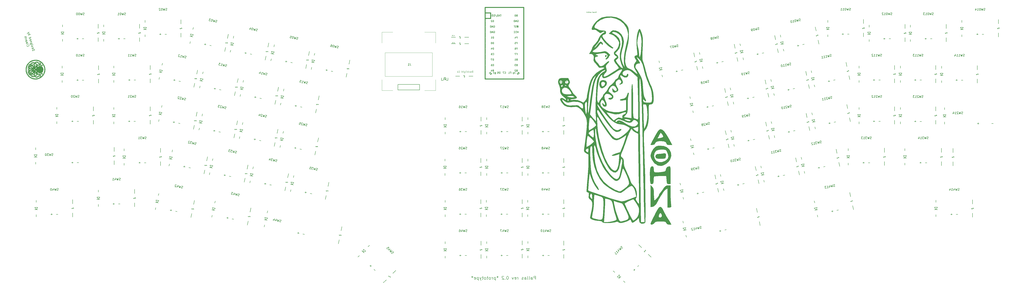
<source format=gbo>
G04 #@! TF.GenerationSoftware,KiCad,Pcbnew,(5.1.6)-1*
G04 #@! TF.CreationDate,2020-12-27T00:59:08+01:00*
G04 #@! TF.ProjectId,middle,6d696464-6c65-42e6-9b69-6361645f7063,rev?*
G04 #@! TF.SameCoordinates,Original*
G04 #@! TF.FileFunction,Legend,Bot*
G04 #@! TF.FilePolarity,Positive*
%FSLAX46Y46*%
G04 Gerber Fmt 4.6, Leading zero omitted, Abs format (unit mm)*
G04 Created by KiCad (PCBNEW (5.1.6)-1) date 2020-12-27 00:59:08*
%MOMM*%
%LPD*%
G01*
G04 APERTURE LIST*
%ADD10C,0.100000*%
%ADD11C,0.050000*%
%ADD12C,0.150000*%
%ADD13C,0.010000*%
%ADD14C,0.381000*%
%ADD15C,0.127000*%
%ADD16C,0.120000*%
%ADD17C,2.305000*%
%ADD18C,2.600000*%
%ADD19C,4.400000*%
%ADD20C,2.100000*%
%ADD21C,3.450000*%
%ADD22R,1.600000X2.000000*%
%ADD23O,2.000000X2.000000*%
%ADD24R,2.000000X2.000000*%
%ADD25R,2.305000X2.305000*%
%ADD26C,4.387800*%
%ADD27C,3.448000*%
%ADD28C,2.000000*%
%ADD29C,1.100000*%
%ADD30C,4.800000*%
%ADD31C,2.152600*%
%ADD32R,2.152600X2.152600*%
%ADD33R,1.200000X1.600000*%
%ADD34R,1.600000X1.800000*%
%ADD35C,3.400000*%
%ADD36C,1.797000*%
%ADD37C,1.924000*%
%ADD38C,2.200000*%
%ADD39R,1.800000X1.600000*%
G04 APERTURE END LIST*
D10*
X330926190Y-42579590D02*
X331092857Y-42341495D01*
X331211904Y-42579590D02*
X331211904Y-42079590D01*
X331021428Y-42079590D01*
X330973809Y-42103400D01*
X330950000Y-42127209D01*
X330926190Y-42174828D01*
X330926190Y-42246257D01*
X330950000Y-42293876D01*
X330973809Y-42317685D01*
X331021428Y-42341495D01*
X331211904Y-42341495D01*
X330521428Y-42555780D02*
X330569047Y-42579590D01*
X330664285Y-42579590D01*
X330711904Y-42555780D01*
X330735714Y-42508161D01*
X330735714Y-42317685D01*
X330711904Y-42270066D01*
X330664285Y-42246257D01*
X330569047Y-42246257D01*
X330521428Y-42270066D01*
X330497619Y-42317685D01*
X330497619Y-42365304D01*
X330735714Y-42412923D01*
X330307142Y-42555780D02*
X330259523Y-42579590D01*
X330164285Y-42579590D01*
X330116666Y-42555780D01*
X330092857Y-42508161D01*
X330092857Y-42484352D01*
X330116666Y-42436733D01*
X330164285Y-42412923D01*
X330235714Y-42412923D01*
X330283333Y-42389114D01*
X330307142Y-42341495D01*
X330307142Y-42317685D01*
X330283333Y-42270066D01*
X330235714Y-42246257D01*
X330164285Y-42246257D01*
X330116666Y-42270066D01*
X329688095Y-42555780D02*
X329735714Y-42579590D01*
X329830952Y-42579590D01*
X329878571Y-42555780D01*
X329902380Y-42508161D01*
X329902380Y-42317685D01*
X329878571Y-42270066D01*
X329830952Y-42246257D01*
X329735714Y-42246257D01*
X329688095Y-42270066D01*
X329664285Y-42317685D01*
X329664285Y-42365304D01*
X329902380Y-42412923D01*
X329521428Y-42246257D02*
X329330952Y-42246257D01*
X329450000Y-42079590D02*
X329450000Y-42508161D01*
X329426190Y-42555780D01*
X329378571Y-42579590D01*
X329330952Y-42579590D01*
X328807142Y-42555780D02*
X328759523Y-42579590D01*
X328664285Y-42579590D01*
X328616666Y-42555780D01*
X328592857Y-42508161D01*
X328592857Y-42484352D01*
X328616666Y-42436733D01*
X328664285Y-42412923D01*
X328735714Y-42412923D01*
X328783333Y-42389114D01*
X328807142Y-42341495D01*
X328807142Y-42317685D01*
X328783333Y-42270066D01*
X328735714Y-42246257D01*
X328664285Y-42246257D01*
X328616666Y-42270066D01*
X328426190Y-42246257D02*
X328330952Y-42579590D01*
X328235714Y-42341495D01*
X328140476Y-42579590D01*
X328045238Y-42246257D01*
X327854761Y-42579590D02*
X327854761Y-42246257D01*
X327854761Y-42079590D02*
X327878571Y-42103400D01*
X327854761Y-42127209D01*
X327830952Y-42103400D01*
X327854761Y-42079590D01*
X327854761Y-42127209D01*
X327688095Y-42246257D02*
X327497619Y-42246257D01*
X327616666Y-42079590D02*
X327616666Y-42508161D01*
X327592857Y-42555780D01*
X327545238Y-42579590D01*
X327497619Y-42579590D01*
X327116666Y-42555780D02*
X327164285Y-42579590D01*
X327259523Y-42579590D01*
X327307142Y-42555780D01*
X327330952Y-42531971D01*
X327354761Y-42484352D01*
X327354761Y-42341495D01*
X327330952Y-42293876D01*
X327307142Y-42270066D01*
X327259523Y-42246257D01*
X327164285Y-42246257D01*
X327116666Y-42270066D01*
X326902380Y-42579590D02*
X326902380Y-42079590D01*
X326688095Y-42579590D02*
X326688095Y-42317685D01*
X326711904Y-42270066D01*
X326759523Y-42246257D01*
X326830952Y-42246257D01*
X326878571Y-42270066D01*
X326902380Y-42293876D01*
X274133333Y-69721257D02*
X274019047Y-69759352D01*
X273980952Y-69797447D01*
X273942857Y-69873638D01*
X273942857Y-69987923D01*
X273980952Y-70064114D01*
X274019047Y-70102209D01*
X274095238Y-70140304D01*
X274400000Y-70140304D01*
X274400000Y-69340304D01*
X274133333Y-69340304D01*
X274057142Y-69378400D01*
X274019047Y-69416495D01*
X273980952Y-69492685D01*
X273980952Y-69568876D01*
X274019047Y-69645066D01*
X274057142Y-69683161D01*
X274133333Y-69721257D01*
X274400000Y-69721257D01*
X273257142Y-70140304D02*
X273257142Y-69721257D01*
X273295238Y-69645066D01*
X273371428Y-69606971D01*
X273523809Y-69606971D01*
X273600000Y-69645066D01*
X273257142Y-70102209D02*
X273333333Y-70140304D01*
X273523809Y-70140304D01*
X273600000Y-70102209D01*
X273638095Y-70026019D01*
X273638095Y-69949828D01*
X273600000Y-69873638D01*
X273523809Y-69835542D01*
X273333333Y-69835542D01*
X273257142Y-69797447D01*
X272533333Y-70102209D02*
X272609523Y-70140304D01*
X272761904Y-70140304D01*
X272838095Y-70102209D01*
X272876190Y-70064114D01*
X272914285Y-69987923D01*
X272914285Y-69759352D01*
X272876190Y-69683161D01*
X272838095Y-69645066D01*
X272761904Y-69606971D01*
X272609523Y-69606971D01*
X272533333Y-69645066D01*
X272190476Y-70140304D02*
X272190476Y-69340304D01*
X272114285Y-69835542D02*
X271885714Y-70140304D01*
X271885714Y-69606971D02*
X272190476Y-69911733D01*
X271428571Y-70140304D02*
X271504761Y-70102209D01*
X271542857Y-70026019D01*
X271542857Y-69340304D01*
X271123809Y-70140304D02*
X271123809Y-69606971D01*
X271123809Y-69340304D02*
X271161904Y-69378400D01*
X271123809Y-69416495D01*
X271085714Y-69378400D01*
X271123809Y-69340304D01*
X271123809Y-69416495D01*
X270400000Y-69606971D02*
X270400000Y-70254590D01*
X270438095Y-70330780D01*
X270476190Y-70368876D01*
X270552380Y-70406971D01*
X270666666Y-70406971D01*
X270742857Y-70368876D01*
X270400000Y-70102209D02*
X270476190Y-70140304D01*
X270628571Y-70140304D01*
X270704761Y-70102209D01*
X270742857Y-70064114D01*
X270780952Y-69987923D01*
X270780952Y-69759352D01*
X270742857Y-69683161D01*
X270704761Y-69645066D01*
X270628571Y-69606971D01*
X270476190Y-69606971D01*
X270400000Y-69645066D01*
X270019047Y-70140304D02*
X270019047Y-69340304D01*
X269676190Y-70140304D02*
X269676190Y-69721257D01*
X269714285Y-69645066D01*
X269790476Y-69606971D01*
X269904761Y-69606971D01*
X269980952Y-69645066D01*
X270019047Y-69683161D01*
X269409523Y-69606971D02*
X269104761Y-69606971D01*
X269295238Y-69340304D02*
X269295238Y-70026019D01*
X269257142Y-70102209D01*
X269180952Y-70140304D01*
X269104761Y-70140304D01*
X267809523Y-70140304D02*
X268266666Y-70140304D01*
X268038095Y-70140304D02*
X268038095Y-69340304D01*
X268114285Y-69454590D01*
X268190476Y-69530780D01*
X268266666Y-69568876D01*
X267466666Y-70140304D02*
X267466666Y-69340304D01*
X267390476Y-69835542D02*
X267161904Y-70140304D01*
X267161904Y-69606971D02*
X267466666Y-69911733D01*
D11*
X265771428Y-56342685D02*
X265771428Y-56609352D01*
X265866666Y-56190304D02*
X265961904Y-56476019D01*
X265714285Y-56476019D01*
X265561904Y-56571257D02*
X265542857Y-56590304D01*
X265561904Y-56609352D01*
X265580952Y-56590304D01*
X265561904Y-56571257D01*
X265561904Y-56609352D01*
X265409523Y-56209352D02*
X265142857Y-56209352D01*
X265314285Y-56609352D01*
X264990476Y-56609352D02*
X264990476Y-56209352D01*
X264952380Y-56456971D02*
X264838095Y-56609352D01*
X264838095Y-56342685D02*
X264990476Y-56495066D01*
X265721428Y-53017685D02*
X265721428Y-53284352D01*
X265816666Y-52865304D02*
X265911904Y-53151019D01*
X265664285Y-53151019D01*
X265511904Y-53246257D02*
X265492857Y-53265304D01*
X265511904Y-53284352D01*
X265530952Y-53265304D01*
X265511904Y-53246257D01*
X265511904Y-53284352D01*
X265359523Y-52884352D02*
X265092857Y-52884352D01*
X265264285Y-53284352D01*
X264940476Y-53284352D02*
X264940476Y-52884352D01*
X264902380Y-53131971D02*
X264788095Y-53284352D01*
X264788095Y-53017685D02*
X264940476Y-53170066D01*
D12*
X303313885Y-165606971D02*
X303313885Y-164106971D01*
X302742457Y-164106971D01*
X302599600Y-164178400D01*
X302528171Y-164249828D01*
X302456742Y-164392685D01*
X302456742Y-164606971D01*
X302528171Y-164749828D01*
X302599600Y-164821257D01*
X302742457Y-164892685D01*
X303313885Y-164892685D01*
X301171028Y-165606971D02*
X301171028Y-164821257D01*
X301242457Y-164678400D01*
X301385314Y-164606971D01*
X301671028Y-164606971D01*
X301813885Y-164678400D01*
X301171028Y-165535542D02*
X301313885Y-165606971D01*
X301671028Y-165606971D01*
X301813885Y-165535542D01*
X301885314Y-165392685D01*
X301885314Y-165249828D01*
X301813885Y-165106971D01*
X301671028Y-165035542D01*
X301313885Y-165035542D01*
X301171028Y-164964114D01*
X300242457Y-165606971D02*
X300385314Y-165535542D01*
X300456742Y-165392685D01*
X300456742Y-164106971D01*
X299456742Y-165606971D02*
X299599600Y-165535542D01*
X299671028Y-165392685D01*
X299671028Y-164106971D01*
X298242457Y-165606971D02*
X298242457Y-164821257D01*
X298313885Y-164678400D01*
X298456742Y-164606971D01*
X298742457Y-164606971D01*
X298885314Y-164678400D01*
X298242457Y-165535542D02*
X298385314Y-165606971D01*
X298742457Y-165606971D01*
X298885314Y-165535542D01*
X298956742Y-165392685D01*
X298956742Y-165249828D01*
X298885314Y-165106971D01*
X298742457Y-165035542D01*
X298385314Y-165035542D01*
X298242457Y-164964114D01*
X297599600Y-165535542D02*
X297456742Y-165606971D01*
X297171028Y-165606971D01*
X297028171Y-165535542D01*
X296956742Y-165392685D01*
X296956742Y-165321257D01*
X297028171Y-165178400D01*
X297171028Y-165106971D01*
X297385314Y-165106971D01*
X297528171Y-165035542D01*
X297599600Y-164892685D01*
X297599600Y-164821257D01*
X297528171Y-164678400D01*
X297385314Y-164606971D01*
X297171028Y-164606971D01*
X297028171Y-164678400D01*
X295171028Y-165606971D02*
X295171028Y-164606971D01*
X295171028Y-164892685D02*
X295099600Y-164749828D01*
X295028171Y-164678400D01*
X294885314Y-164606971D01*
X294742457Y-164606971D01*
X293671028Y-165535542D02*
X293813885Y-165606971D01*
X294099600Y-165606971D01*
X294242457Y-165535542D01*
X294313885Y-165392685D01*
X294313885Y-164821257D01*
X294242457Y-164678400D01*
X294099600Y-164606971D01*
X293813885Y-164606971D01*
X293671028Y-164678400D01*
X293599600Y-164821257D01*
X293599600Y-164964114D01*
X294313885Y-165106971D01*
X293099600Y-164606971D02*
X292742457Y-165606971D01*
X292385314Y-164606971D01*
X290385314Y-164106971D02*
X290242457Y-164106971D01*
X290099600Y-164178400D01*
X290028171Y-164249828D01*
X289956742Y-164392685D01*
X289885314Y-164678400D01*
X289885314Y-165035542D01*
X289956742Y-165321257D01*
X290028171Y-165464114D01*
X290099600Y-165535542D01*
X290242457Y-165606971D01*
X290385314Y-165606971D01*
X290528171Y-165535542D01*
X290599600Y-165464114D01*
X290671028Y-165321257D01*
X290742457Y-165035542D01*
X290742457Y-164678400D01*
X290671028Y-164392685D01*
X290599600Y-164249828D01*
X290528171Y-164178400D01*
X290385314Y-164106971D01*
X289242457Y-165464114D02*
X289171028Y-165535542D01*
X289242457Y-165606971D01*
X289313885Y-165535542D01*
X289242457Y-165464114D01*
X289242457Y-165606971D01*
X288599600Y-164249828D02*
X288528171Y-164178400D01*
X288385314Y-164106971D01*
X288028171Y-164106971D01*
X287885314Y-164178400D01*
X287813885Y-164249828D01*
X287742457Y-164392685D01*
X287742457Y-164535542D01*
X287813885Y-164749828D01*
X288671028Y-165606971D01*
X287742457Y-165606971D01*
X285742457Y-164106971D02*
X285742457Y-164464114D01*
X286099600Y-164321257D02*
X285742457Y-164464114D01*
X285385314Y-164321257D01*
X285956742Y-164749828D02*
X285742457Y-164464114D01*
X285528171Y-164749828D01*
X284813885Y-164606971D02*
X284813885Y-166106971D01*
X284813885Y-164678400D02*
X284671028Y-164606971D01*
X284385314Y-164606971D01*
X284242457Y-164678400D01*
X284171028Y-164749828D01*
X284099600Y-164892685D01*
X284099600Y-165321257D01*
X284171028Y-165464114D01*
X284242457Y-165535542D01*
X284385314Y-165606971D01*
X284671028Y-165606971D01*
X284813885Y-165535542D01*
X283456742Y-165606971D02*
X283456742Y-164606971D01*
X283456742Y-164892685D02*
X283385314Y-164749828D01*
X283313885Y-164678400D01*
X283171028Y-164606971D01*
X283028171Y-164606971D01*
X282313885Y-165606971D02*
X282456742Y-165535542D01*
X282528171Y-165464114D01*
X282599600Y-165321257D01*
X282599600Y-164892685D01*
X282528171Y-164749828D01*
X282456742Y-164678400D01*
X282313885Y-164606971D01*
X282099600Y-164606971D01*
X281956742Y-164678400D01*
X281885314Y-164749828D01*
X281813885Y-164892685D01*
X281813885Y-165321257D01*
X281885314Y-165464114D01*
X281956742Y-165535542D01*
X282099600Y-165606971D01*
X282313885Y-165606971D01*
X281385314Y-164606971D02*
X280813885Y-164606971D01*
X281171028Y-164106971D02*
X281171028Y-165392685D01*
X281099600Y-165535542D01*
X280956742Y-165606971D01*
X280813885Y-165606971D01*
X280099600Y-165606971D02*
X280242457Y-165535542D01*
X280313885Y-165464114D01*
X280385314Y-165321257D01*
X280385314Y-164892685D01*
X280313885Y-164749828D01*
X280242457Y-164678400D01*
X280099600Y-164606971D01*
X279885314Y-164606971D01*
X279742457Y-164678400D01*
X279671028Y-164749828D01*
X279599600Y-164892685D01*
X279599600Y-165321257D01*
X279671028Y-165464114D01*
X279742457Y-165535542D01*
X279885314Y-165606971D01*
X280099600Y-165606971D01*
X279171028Y-164606971D02*
X278599600Y-164606971D01*
X278956742Y-164106971D02*
X278956742Y-165392685D01*
X278885314Y-165535542D01*
X278742457Y-165606971D01*
X278599600Y-165606971D01*
X278242457Y-164606971D02*
X277885314Y-165606971D01*
X277528171Y-164606971D02*
X277885314Y-165606971D01*
X278028171Y-165964114D01*
X278099600Y-166035542D01*
X278242457Y-166106971D01*
X276956742Y-164606971D02*
X276956742Y-166106971D01*
X276956742Y-164678400D02*
X276813885Y-164606971D01*
X276528171Y-164606971D01*
X276385314Y-164678400D01*
X276313885Y-164749828D01*
X276242457Y-164892685D01*
X276242457Y-165321257D01*
X276313885Y-165464114D01*
X276385314Y-165535542D01*
X276528171Y-165606971D01*
X276813885Y-165606971D01*
X276956742Y-165535542D01*
X275028171Y-165535542D02*
X275171028Y-165606971D01*
X275456742Y-165606971D01*
X275599600Y-165535542D01*
X275671028Y-165392685D01*
X275671028Y-164821257D01*
X275599600Y-164678400D01*
X275456742Y-164606971D01*
X275171028Y-164606971D01*
X275028171Y-164678400D01*
X274956742Y-164821257D01*
X274956742Y-164964114D01*
X275671028Y-165106971D01*
X274099600Y-164106971D02*
X274099600Y-164464114D01*
X274456742Y-164321257D02*
X274099600Y-164464114D01*
X273742457Y-164321257D01*
X274313885Y-164749828D02*
X274099600Y-164464114D01*
X273885314Y-164749828D01*
X73024600Y-105791300D02*
X73024600Y-104813400D01*
X72326100Y-108102700D02*
X73723100Y-108102700D01*
X73723100Y-108102700D02*
X73037300Y-109131400D01*
X73024600Y-109144100D02*
X72326100Y-108102700D01*
X72313400Y-109144100D02*
X73723100Y-109144100D01*
X73024600Y-112433400D02*
X73024600Y-111468200D01*
X213368206Y-144727879D02*
X213753324Y-145320909D01*
X213753324Y-145320909D02*
X212775177Y-145112997D01*
X212775177Y-145112997D02*
X213160295Y-145706027D01*
X214137479Y-141108733D02*
X213700865Y-143162843D01*
X212825557Y-147280844D02*
X212411812Y-149227358D01*
D13*
G36*
X76568537Y-68692039D02*
G01*
X76559239Y-68718814D01*
X76542410Y-68788955D01*
X76558319Y-68863628D01*
X76568711Y-68902859D01*
X76569347Y-68946277D01*
X76558067Y-69004058D01*
X76532710Y-69086380D01*
X76491117Y-69203420D01*
X76479429Y-69235229D01*
X76400127Y-69442603D01*
X76323555Y-69628142D01*
X76252862Y-69784802D01*
X76191195Y-69905540D01*
X76150312Y-69971762D01*
X76088401Y-70029129D01*
X75980820Y-70094258D01*
X75831800Y-70165380D01*
X75645570Y-70240732D01*
X75426360Y-70318547D01*
X75178401Y-70397059D01*
X75024123Y-70441925D01*
X74774545Y-70512302D01*
X74693923Y-70453423D01*
X74647027Y-70417497D01*
X74569535Y-70356271D01*
X74470116Y-70276671D01*
X74357443Y-70185627D01*
X74283100Y-70125141D01*
X73877027Y-69801852D01*
X73475822Y-69498057D01*
X73091984Y-69223183D01*
X73038500Y-69186279D01*
X72925557Y-69107821D01*
X72824387Y-69035832D01*
X72744059Y-68976888D01*
X72693640Y-68937566D01*
X72684873Y-68929787D01*
X72653439Y-68895028D01*
X72656281Y-68869547D01*
X72696030Y-68833059D01*
X72697573Y-68831787D01*
X72759100Y-68781041D01*
X72701950Y-68740180D01*
X72659907Y-68703128D01*
X72644800Y-68677769D01*
X72664699Y-68657234D01*
X72720111Y-68612847D01*
X72804611Y-68549422D01*
X72911775Y-68471774D01*
X73035176Y-68384717D01*
X73045137Y-68377783D01*
X73287289Y-68207492D01*
X73520833Y-68039661D01*
X73738822Y-67879452D01*
X73934309Y-67732028D01*
X74100345Y-67602549D01*
X74217724Y-67506584D01*
X74372223Y-67376283D01*
X74493296Y-67275263D01*
X74586263Y-67199953D01*
X74656446Y-67146782D01*
X74709167Y-67112179D01*
X74749746Y-67092573D01*
X74783506Y-67084395D01*
X74815768Y-67084072D01*
X74843088Y-67086949D01*
X74906276Y-67100152D01*
X75007186Y-67127490D01*
X75135811Y-67165706D01*
X75282144Y-67211543D01*
X75436177Y-67261744D01*
X75587903Y-67313052D01*
X75727314Y-67362209D01*
X75844404Y-67405960D01*
X75924191Y-67438805D01*
X76027848Y-67496712D01*
X76111618Y-67564966D01*
X76133272Y-67589760D01*
X76189709Y-67677737D01*
X76256295Y-67804297D01*
X76328457Y-67959406D01*
X76401620Y-68133028D01*
X76471209Y-68315128D01*
X76496486Y-68386552D01*
X76537224Y-68508206D01*
X76561515Y-68592806D01*
X76571304Y-68650650D01*
X76568537Y-68692039D01*
G37*
X76568537Y-68692039D02*
X76559239Y-68718814D01*
X76542410Y-68788955D01*
X76558319Y-68863628D01*
X76568711Y-68902859D01*
X76569347Y-68946277D01*
X76558067Y-69004058D01*
X76532710Y-69086380D01*
X76491117Y-69203420D01*
X76479429Y-69235229D01*
X76400127Y-69442603D01*
X76323555Y-69628142D01*
X76252862Y-69784802D01*
X76191195Y-69905540D01*
X76150312Y-69971762D01*
X76088401Y-70029129D01*
X75980820Y-70094258D01*
X75831800Y-70165380D01*
X75645570Y-70240732D01*
X75426360Y-70318547D01*
X75178401Y-70397059D01*
X75024123Y-70441925D01*
X74774545Y-70512302D01*
X74693923Y-70453423D01*
X74647027Y-70417497D01*
X74569535Y-70356271D01*
X74470116Y-70276671D01*
X74357443Y-70185627D01*
X74283100Y-70125141D01*
X73877027Y-69801852D01*
X73475822Y-69498057D01*
X73091984Y-69223183D01*
X73038500Y-69186279D01*
X72925557Y-69107821D01*
X72824387Y-69035832D01*
X72744059Y-68976888D01*
X72693640Y-68937566D01*
X72684873Y-68929787D01*
X72653439Y-68895028D01*
X72656281Y-68869547D01*
X72696030Y-68833059D01*
X72697573Y-68831787D01*
X72759100Y-68781041D01*
X72701950Y-68740180D01*
X72659907Y-68703128D01*
X72644800Y-68677769D01*
X72664699Y-68657234D01*
X72720111Y-68612847D01*
X72804611Y-68549422D01*
X72911775Y-68471774D01*
X73035176Y-68384717D01*
X73045137Y-68377783D01*
X73287289Y-68207492D01*
X73520833Y-68039661D01*
X73738822Y-67879452D01*
X73934309Y-67732028D01*
X74100345Y-67602549D01*
X74217724Y-67506584D01*
X74372223Y-67376283D01*
X74493296Y-67275263D01*
X74586263Y-67199953D01*
X74656446Y-67146782D01*
X74709167Y-67112179D01*
X74749746Y-67092573D01*
X74783506Y-67084395D01*
X74815768Y-67084072D01*
X74843088Y-67086949D01*
X74906276Y-67100152D01*
X75007186Y-67127490D01*
X75135811Y-67165706D01*
X75282144Y-67211543D01*
X75436177Y-67261744D01*
X75587903Y-67313052D01*
X75727314Y-67362209D01*
X75844404Y-67405960D01*
X75924191Y-67438805D01*
X76027848Y-67496712D01*
X76111618Y-67564966D01*
X76133272Y-67589760D01*
X76189709Y-67677737D01*
X76256295Y-67804297D01*
X76328457Y-67959406D01*
X76401620Y-68133028D01*
X76471209Y-68315128D01*
X76496486Y-68386552D01*
X76537224Y-68508206D01*
X76561515Y-68592806D01*
X76571304Y-68650650D01*
X76568537Y-68692039D01*
G36*
X76148054Y-66999789D02*
G01*
X76069864Y-67092730D01*
X76005405Y-67138951D01*
X75946800Y-67166386D01*
X75852911Y-67180749D01*
X75737717Y-67179184D01*
X75627697Y-67163004D01*
X75578500Y-67148159D01*
X75492794Y-67107241D01*
X75396824Y-67050242D01*
X75300691Y-66984680D01*
X75214494Y-66918070D01*
X75148335Y-66857928D01*
X75112313Y-66811771D01*
X75108600Y-66798488D01*
X75125277Y-66771493D01*
X75166660Y-66725976D01*
X75179840Y-66713052D01*
X75253527Y-66658035D01*
X75313880Y-66649692D01*
X75365840Y-66687238D01*
X75407121Y-66725253D01*
X75473362Y-66774716D01*
X75513623Y-66801538D01*
X75611397Y-66848913D01*
X75712118Y-66873456D01*
X75802826Y-66874395D01*
X75870560Y-66850957D01*
X75895107Y-66824269D01*
X75919769Y-66736560D01*
X75900220Y-66641979D01*
X75843330Y-66544648D01*
X75801802Y-66482022D01*
X75779186Y-66437201D01*
X75778128Y-66424005D01*
X75812587Y-66420991D01*
X75874462Y-66438946D01*
X75948332Y-66471533D01*
X76018774Y-66512414D01*
X76049958Y-66535708D01*
X76145053Y-66643034D01*
X76193271Y-66760916D01*
X76194356Y-66882215D01*
X76148054Y-66999789D01*
G37*
X76148054Y-66999789D02*
X76069864Y-67092730D01*
X76005405Y-67138951D01*
X75946800Y-67166386D01*
X75852911Y-67180749D01*
X75737717Y-67179184D01*
X75627697Y-67163004D01*
X75578500Y-67148159D01*
X75492794Y-67107241D01*
X75396824Y-67050242D01*
X75300691Y-66984680D01*
X75214494Y-66918070D01*
X75148335Y-66857928D01*
X75112313Y-66811771D01*
X75108600Y-66798488D01*
X75125277Y-66771493D01*
X75166660Y-66725976D01*
X75179840Y-66713052D01*
X75253527Y-66658035D01*
X75313880Y-66649692D01*
X75365840Y-66687238D01*
X75407121Y-66725253D01*
X75473362Y-66774716D01*
X75513623Y-66801538D01*
X75611397Y-66848913D01*
X75712118Y-66873456D01*
X75802826Y-66874395D01*
X75870560Y-66850957D01*
X75895107Y-66824269D01*
X75919769Y-66736560D01*
X75900220Y-66641979D01*
X75843330Y-66544648D01*
X75801802Y-66482022D01*
X75779186Y-66437201D01*
X75778128Y-66424005D01*
X75812587Y-66420991D01*
X75874462Y-66438946D01*
X75948332Y-66471533D01*
X76018774Y-66512414D01*
X76049958Y-66535708D01*
X76145053Y-66643034D01*
X76193271Y-66760916D01*
X76194356Y-66882215D01*
X76148054Y-66999789D01*
G36*
X70184240Y-68618532D02*
G01*
X70130609Y-68645672D01*
X70051148Y-68670962D01*
X69958193Y-68690738D01*
X69864082Y-68701336D01*
X69832731Y-68702200D01*
X69681251Y-68680362D01*
X69533947Y-68620314D01*
X69406913Y-68530249D01*
X69335285Y-68448898D01*
X69307466Y-68390260D01*
X69293716Y-68325456D01*
X69295464Y-68271512D01*
X69314139Y-68245453D01*
X69318177Y-68245000D01*
X69349179Y-68262648D01*
X69397836Y-68307374D01*
X69423547Y-68335197D01*
X69506168Y-68416195D01*
X69591611Y-68466574D01*
X69695521Y-68492706D01*
X69830489Y-68500932D01*
X69959867Y-68508624D01*
X70070793Y-68527192D01*
X70153126Y-68554101D01*
X70196725Y-68586818D01*
X70199703Y-68593208D01*
X70184240Y-68618532D01*
G37*
X70184240Y-68618532D02*
X70130609Y-68645672D01*
X70051148Y-68670962D01*
X69958193Y-68690738D01*
X69864082Y-68701336D01*
X69832731Y-68702200D01*
X69681251Y-68680362D01*
X69533947Y-68620314D01*
X69406913Y-68530249D01*
X69335285Y-68448898D01*
X69307466Y-68390260D01*
X69293716Y-68325456D01*
X69295464Y-68271512D01*
X69314139Y-68245453D01*
X69318177Y-68245000D01*
X69349179Y-68262648D01*
X69397836Y-68307374D01*
X69423547Y-68335197D01*
X69506168Y-68416195D01*
X69591611Y-68466574D01*
X69695521Y-68492706D01*
X69830489Y-68500932D01*
X69959867Y-68508624D01*
X70070793Y-68527192D01*
X70153126Y-68554101D01*
X70196725Y-68586818D01*
X70199703Y-68593208D01*
X70184240Y-68618532D01*
G36*
X70547277Y-68162017D02*
G01*
X70512197Y-68186083D01*
X70447831Y-68175723D01*
X70361272Y-68142041D01*
X70282289Y-68103036D01*
X70242480Y-68067868D01*
X70231800Y-68029074D01*
X70213190Y-67934819D01*
X70157798Y-67807677D01*
X70066287Y-67649093D01*
X70036797Y-67603100D01*
X69930799Y-67434442D01*
X69853782Y-67295555D01*
X69801896Y-67177445D01*
X69771291Y-67071117D01*
X69758116Y-66967576D01*
X69757354Y-66950242D01*
X69758981Y-66847306D01*
X69768906Y-66750929D01*
X69781110Y-66695600D01*
X69832810Y-66598558D01*
X69919679Y-66496400D01*
X70028973Y-66400884D01*
X70147947Y-66323769D01*
X70219888Y-66290766D01*
X70315129Y-66257713D01*
X70404356Y-66231333D01*
X70454050Y-66220037D01*
X70505567Y-66215901D01*
X70531335Y-66230440D01*
X70533200Y-66271753D01*
X70513003Y-66347934D01*
X70495320Y-66401302D01*
X70454401Y-66490605D01*
X70392416Y-66562330D01*
X70331297Y-66610635D01*
X70207576Y-66719828D01*
X70131583Y-66834535D01*
X70104827Y-66952455D01*
X70104800Y-66956281D01*
X70120247Y-67037987D01*
X70165106Y-67154796D01*
X70237158Y-67302061D01*
X70334182Y-67475134D01*
X70419946Y-67615811D01*
X70481245Y-67717329D01*
X70519540Y-67795147D01*
X70541269Y-67866963D01*
X70552868Y-67950476D01*
X70556031Y-67989962D01*
X70559684Y-68098365D01*
X70547277Y-68162017D01*
G37*
X70547277Y-68162017D02*
X70512197Y-68186083D01*
X70447831Y-68175723D01*
X70361272Y-68142041D01*
X70282289Y-68103036D01*
X70242480Y-68067868D01*
X70231800Y-68029074D01*
X70213190Y-67934819D01*
X70157798Y-67807677D01*
X70066287Y-67649093D01*
X70036797Y-67603100D01*
X69930799Y-67434442D01*
X69853782Y-67295555D01*
X69801896Y-67177445D01*
X69771291Y-67071117D01*
X69758116Y-66967576D01*
X69757354Y-66950242D01*
X69758981Y-66847306D01*
X69768906Y-66750929D01*
X69781110Y-66695600D01*
X69832810Y-66598558D01*
X69919679Y-66496400D01*
X70028973Y-66400884D01*
X70147947Y-66323769D01*
X70219888Y-66290766D01*
X70315129Y-66257713D01*
X70404356Y-66231333D01*
X70454050Y-66220037D01*
X70505567Y-66215901D01*
X70531335Y-66230440D01*
X70533200Y-66271753D01*
X70513003Y-66347934D01*
X70495320Y-66401302D01*
X70454401Y-66490605D01*
X70392416Y-66562330D01*
X70331297Y-66610635D01*
X70207576Y-66719828D01*
X70131583Y-66834535D01*
X70104827Y-66952455D01*
X70104800Y-66956281D01*
X70120247Y-67037987D01*
X70165106Y-67154796D01*
X70237158Y-67302061D01*
X70334182Y-67475134D01*
X70419946Y-67615811D01*
X70481245Y-67717329D01*
X70519540Y-67795147D01*
X70541269Y-67866963D01*
X70552868Y-67950476D01*
X70556031Y-67989962D01*
X70559684Y-68098365D01*
X70547277Y-68162017D01*
G36*
X72208344Y-67749618D02*
G01*
X72195701Y-67855091D01*
X72177700Y-67924718D01*
X72140967Y-67990797D01*
X72091367Y-68054778D01*
X72041783Y-68101985D01*
X72008026Y-68118000D01*
X71992140Y-68095730D01*
X71971544Y-68039105D01*
X71960866Y-68000587D01*
X71930084Y-67903739D01*
X71887662Y-67799132D01*
X71870734Y-67763650D01*
X71811822Y-67664199D01*
X71724594Y-67538659D01*
X71616847Y-67396672D01*
X71496373Y-67247880D01*
X71370967Y-67101927D01*
X71248424Y-66968455D01*
X71142284Y-66862491D01*
X71055548Y-66777968D01*
X70984713Y-66703458D01*
X70936992Y-66646940D01*
X70919597Y-66616395D01*
X70919606Y-66616142D01*
X70928897Y-66572115D01*
X70949924Y-66502313D01*
X70960438Y-66471504D01*
X70990993Y-66402510D01*
X71022783Y-66356533D01*
X71034188Y-66348307D01*
X71080233Y-66355153D01*
X71153489Y-66395988D01*
X71248264Y-66466093D01*
X71358868Y-66560750D01*
X71479612Y-66675240D01*
X71604805Y-66804845D01*
X71665384Y-66871689D01*
X71770002Y-66987141D01*
X71875659Y-67099404D01*
X71972320Y-67198101D01*
X72049952Y-67272857D01*
X72073677Y-67293943D01*
X72213000Y-67412970D01*
X72213000Y-67626601D01*
X72208344Y-67749618D01*
G37*
X72208344Y-67749618D02*
X72195701Y-67855091D01*
X72177700Y-67924718D01*
X72140967Y-67990797D01*
X72091367Y-68054778D01*
X72041783Y-68101985D01*
X72008026Y-68118000D01*
X71992140Y-68095730D01*
X71971544Y-68039105D01*
X71960866Y-68000587D01*
X71930084Y-67903739D01*
X71887662Y-67799132D01*
X71870734Y-67763650D01*
X71811822Y-67664199D01*
X71724594Y-67538659D01*
X71616847Y-67396672D01*
X71496373Y-67247880D01*
X71370967Y-67101927D01*
X71248424Y-66968455D01*
X71142284Y-66862491D01*
X71055548Y-66777968D01*
X70984713Y-66703458D01*
X70936992Y-66646940D01*
X70919597Y-66616395D01*
X70919606Y-66616142D01*
X70928897Y-66572115D01*
X70949924Y-66502313D01*
X70960438Y-66471504D01*
X70990993Y-66402510D01*
X71022783Y-66356533D01*
X71034188Y-66348307D01*
X71080233Y-66355153D01*
X71153489Y-66395988D01*
X71248264Y-66466093D01*
X71358868Y-66560750D01*
X71479612Y-66675240D01*
X71604805Y-66804845D01*
X71665384Y-66871689D01*
X71770002Y-66987141D01*
X71875659Y-67099404D01*
X71972320Y-67198101D01*
X72049952Y-67272857D01*
X72073677Y-67293943D01*
X72213000Y-67412970D01*
X72213000Y-67626601D01*
X72208344Y-67749618D01*
G36*
X71313021Y-67142520D02*
G01*
X71278999Y-67159430D01*
X71266850Y-67163055D01*
X71213501Y-67174002D01*
X71121119Y-67188873D01*
X71001186Y-67206198D01*
X70865182Y-67224507D01*
X70724588Y-67242330D01*
X70590885Y-67258197D01*
X70475554Y-67270639D01*
X70390076Y-67278185D01*
X70355208Y-67279771D01*
X70313209Y-67279262D01*
X70283304Y-67272124D01*
X70258954Y-67249986D01*
X70233622Y-67204479D01*
X70200768Y-67127233D01*
X70163782Y-67034719D01*
X70170076Y-66996706D01*
X70178452Y-66989274D01*
X70211990Y-66981971D01*
X70286582Y-66972810D01*
X70392559Y-66962768D01*
X70520255Y-66952817D01*
X70580234Y-66948758D01*
X70720455Y-66939296D01*
X70849095Y-66929875D01*
X70954505Y-66921401D01*
X71025039Y-66914779D01*
X71039614Y-66913028D01*
X71094334Y-66911698D01*
X71141438Y-66930706D01*
X71197428Y-66978283D01*
X71223764Y-67004838D01*
X71287734Y-67073782D01*
X71316710Y-67116823D01*
X71313021Y-67142520D01*
G37*
X71313021Y-67142520D02*
X71278999Y-67159430D01*
X71266850Y-67163055D01*
X71213501Y-67174002D01*
X71121119Y-67188873D01*
X71001186Y-67206198D01*
X70865182Y-67224507D01*
X70724588Y-67242330D01*
X70590885Y-67258197D01*
X70475554Y-67270639D01*
X70390076Y-67278185D01*
X70355208Y-67279771D01*
X70313209Y-67279262D01*
X70283304Y-67272124D01*
X70258954Y-67249986D01*
X70233622Y-67204479D01*
X70200768Y-67127233D01*
X70163782Y-67034719D01*
X70170076Y-66996706D01*
X70178452Y-66989274D01*
X70211990Y-66981971D01*
X70286582Y-66972810D01*
X70392559Y-66962768D01*
X70520255Y-66952817D01*
X70580234Y-66948758D01*
X70720455Y-66939296D01*
X70849095Y-66929875D01*
X70954505Y-66921401D01*
X71025039Y-66914779D01*
X71039614Y-66913028D01*
X71094334Y-66911698D01*
X71141438Y-66930706D01*
X71197428Y-66978283D01*
X71223764Y-67004838D01*
X71287734Y-67073782D01*
X71316710Y-67116823D01*
X71313021Y-67142520D01*
G36*
X75427373Y-66129435D02*
G01*
X75374065Y-66306267D01*
X75284372Y-66472921D01*
X75166700Y-66618090D01*
X75029453Y-66730465D01*
X74947839Y-66774565D01*
X74872258Y-66803046D01*
X74789207Y-66822338D01*
X74684673Y-66834737D01*
X74544640Y-66842543D01*
X74530016Y-66843092D01*
X74395288Y-66846538D01*
X74293966Y-66844145D01*
X74208807Y-66833999D01*
X74122569Y-66814181D01*
X74034716Y-66788043D01*
X73923929Y-66747347D01*
X73789095Y-66688983D01*
X73649565Y-66621685D01*
X73555578Y-66571776D01*
X73414734Y-66490778D01*
X73271797Y-66404259D01*
X73133493Y-66316761D01*
X73006551Y-66232823D01*
X72897700Y-66156985D01*
X72813669Y-66093789D01*
X72761185Y-66047774D01*
X72746400Y-66025742D01*
X72760444Y-65986927D01*
X72796269Y-65925285D01*
X72822760Y-65886610D01*
X72869601Y-65826672D01*
X72905907Y-65788636D01*
X72918010Y-65781514D01*
X72944822Y-65795294D01*
X73004962Y-65832808D01*
X73090120Y-65888687D01*
X73191988Y-65957563D01*
X73216300Y-65974260D01*
X73424009Y-66116156D01*
X73597021Y-66231013D01*
X73741567Y-66321886D01*
X73863874Y-66391832D01*
X73970174Y-66443907D01*
X74066695Y-66481165D01*
X74159667Y-66506662D01*
X74255319Y-66523455D01*
X74358375Y-66534472D01*
X74538447Y-66541012D01*
X74684008Y-66525125D01*
X74807147Y-66484612D01*
X74890651Y-66437679D01*
X75012767Y-66331058D01*
X75091637Y-66207248D01*
X75128242Y-66074048D01*
X75123564Y-65939259D01*
X75078586Y-65810682D01*
X74994289Y-65696115D01*
X74871655Y-65603361D01*
X74780364Y-65561527D01*
X74690201Y-65525448D01*
X74645741Y-65498348D01*
X74643603Y-65476101D01*
X74680411Y-65454580D01*
X74689777Y-65450894D01*
X74769612Y-65435147D01*
X74862153Y-65447617D01*
X74976956Y-65490430D01*
X75066081Y-65534498D01*
X75215943Y-65634890D01*
X75329848Y-65756045D01*
X75403775Y-65891339D01*
X75433702Y-66034150D01*
X75427373Y-66129435D01*
G37*
X75427373Y-66129435D02*
X75374065Y-66306267D01*
X75284372Y-66472921D01*
X75166700Y-66618090D01*
X75029453Y-66730465D01*
X74947839Y-66774565D01*
X74872258Y-66803046D01*
X74789207Y-66822338D01*
X74684673Y-66834737D01*
X74544640Y-66842543D01*
X74530016Y-66843092D01*
X74395288Y-66846538D01*
X74293966Y-66844145D01*
X74208807Y-66833999D01*
X74122569Y-66814181D01*
X74034716Y-66788043D01*
X73923929Y-66747347D01*
X73789095Y-66688983D01*
X73649565Y-66621685D01*
X73555578Y-66571776D01*
X73414734Y-66490778D01*
X73271797Y-66404259D01*
X73133493Y-66316761D01*
X73006551Y-66232823D01*
X72897700Y-66156985D01*
X72813669Y-66093789D01*
X72761185Y-66047774D01*
X72746400Y-66025742D01*
X72760444Y-65986927D01*
X72796269Y-65925285D01*
X72822760Y-65886610D01*
X72869601Y-65826672D01*
X72905907Y-65788636D01*
X72918010Y-65781514D01*
X72944822Y-65795294D01*
X73004962Y-65832808D01*
X73090120Y-65888687D01*
X73191988Y-65957563D01*
X73216300Y-65974260D01*
X73424009Y-66116156D01*
X73597021Y-66231013D01*
X73741567Y-66321886D01*
X73863874Y-66391832D01*
X73970174Y-66443907D01*
X74066695Y-66481165D01*
X74159667Y-66506662D01*
X74255319Y-66523455D01*
X74358375Y-66534472D01*
X74538447Y-66541012D01*
X74684008Y-66525125D01*
X74807147Y-66484612D01*
X74890651Y-66437679D01*
X75012767Y-66331058D01*
X75091637Y-66207248D01*
X75128242Y-66074048D01*
X75123564Y-65939259D01*
X75078586Y-65810682D01*
X74994289Y-65696115D01*
X74871655Y-65603361D01*
X74780364Y-65561527D01*
X74690201Y-65525448D01*
X74645741Y-65498348D01*
X74643603Y-65476101D01*
X74680411Y-65454580D01*
X74689777Y-65450894D01*
X74769612Y-65435147D01*
X74862153Y-65447617D01*
X74976956Y-65490430D01*
X75066081Y-65534498D01*
X75215943Y-65634890D01*
X75329848Y-65756045D01*
X75403775Y-65891339D01*
X75433702Y-66034150D01*
X75427373Y-66129435D01*
G36*
X74904347Y-70835233D02*
G01*
X74889652Y-70858942D01*
X74841668Y-70925458D01*
X74785869Y-70991617D01*
X74752315Y-71024510D01*
X74718412Y-71043426D01*
X74670663Y-71051069D01*
X74595572Y-71050141D01*
X74516107Y-71045626D01*
X74384350Y-71041904D01*
X74262749Y-71049901D01*
X74144470Y-71072412D01*
X74022677Y-71112231D01*
X73890534Y-71172154D01*
X73741207Y-71254976D01*
X73567861Y-71363491D01*
X73363660Y-71500495D01*
X73305200Y-71540760D01*
X72999684Y-71742886D01*
X72724040Y-71905900D01*
X72476756Y-72030636D01*
X72259322Y-72116929D01*
X72140817Y-72151904D01*
X72030735Y-72172089D01*
X71906311Y-72180841D01*
X71817761Y-72182000D01*
X71704204Y-72180969D01*
X71620467Y-72175180D01*
X71549189Y-72160585D01*
X71473007Y-72133137D01*
X71374558Y-72088787D01*
X71332262Y-72068824D01*
X71186142Y-71989441D01*
X71046475Y-71895010D01*
X70920391Y-71792248D01*
X70815021Y-71687873D01*
X70737493Y-71588601D01*
X70694940Y-71501151D01*
X70689000Y-71462832D01*
X70713939Y-71434902D01*
X70786910Y-71407713D01*
X70842030Y-71394466D01*
X70923065Y-71378962D01*
X70981064Y-71371060D01*
X71001807Y-71371945D01*
X71150059Y-71552097D01*
X71319662Y-71686193D01*
X71511356Y-71774595D01*
X71725882Y-71817663D01*
X71919586Y-71819389D01*
X72009481Y-71811523D01*
X72093583Y-71798772D01*
X72177185Y-71778620D01*
X72265580Y-71748554D01*
X72364064Y-71706058D01*
X72477929Y-71648618D01*
X72612470Y-71573718D01*
X72772982Y-71478844D01*
X72964757Y-71361481D01*
X73193090Y-71219114D01*
X73223846Y-71199824D01*
X73442953Y-71065269D01*
X73629357Y-70958414D01*
X73790874Y-70876319D01*
X73935324Y-70816046D01*
X74070523Y-70774656D01*
X74204289Y-70749209D01*
X74344440Y-70736767D01*
X74462432Y-70734200D01*
X74586680Y-70736981D01*
X74702602Y-70744473D01*
X74794154Y-70755400D01*
X74832843Y-70763692D01*
X74894607Y-70784066D01*
X74915755Y-70803409D01*
X74904347Y-70835233D01*
G37*
X74904347Y-70835233D02*
X74889652Y-70858942D01*
X74841668Y-70925458D01*
X74785869Y-70991617D01*
X74752315Y-71024510D01*
X74718412Y-71043426D01*
X74670663Y-71051069D01*
X74595572Y-71050141D01*
X74516107Y-71045626D01*
X74384350Y-71041904D01*
X74262749Y-71049901D01*
X74144470Y-71072412D01*
X74022677Y-71112231D01*
X73890534Y-71172154D01*
X73741207Y-71254976D01*
X73567861Y-71363491D01*
X73363660Y-71500495D01*
X73305200Y-71540760D01*
X72999684Y-71742886D01*
X72724040Y-71905900D01*
X72476756Y-72030636D01*
X72259322Y-72116929D01*
X72140817Y-72151904D01*
X72030735Y-72172089D01*
X71906311Y-72180841D01*
X71817761Y-72182000D01*
X71704204Y-72180969D01*
X71620467Y-72175180D01*
X71549189Y-72160585D01*
X71473007Y-72133137D01*
X71374558Y-72088787D01*
X71332262Y-72068824D01*
X71186142Y-71989441D01*
X71046475Y-71895010D01*
X70920391Y-71792248D01*
X70815021Y-71687873D01*
X70737493Y-71588601D01*
X70694940Y-71501151D01*
X70689000Y-71462832D01*
X70713939Y-71434902D01*
X70786910Y-71407713D01*
X70842030Y-71394466D01*
X70923065Y-71378962D01*
X70981064Y-71371060D01*
X71001807Y-71371945D01*
X71150059Y-71552097D01*
X71319662Y-71686193D01*
X71511356Y-71774595D01*
X71725882Y-71817663D01*
X71919586Y-71819389D01*
X72009481Y-71811523D01*
X72093583Y-71798772D01*
X72177185Y-71778620D01*
X72265580Y-71748554D01*
X72364064Y-71706058D01*
X72477929Y-71648618D01*
X72612470Y-71573718D01*
X72772982Y-71478844D01*
X72964757Y-71361481D01*
X73193090Y-71219114D01*
X73223846Y-71199824D01*
X73442953Y-71065269D01*
X73629357Y-70958414D01*
X73790874Y-70876319D01*
X73935324Y-70816046D01*
X74070523Y-70774656D01*
X74204289Y-70749209D01*
X74344440Y-70736767D01*
X74462432Y-70734200D01*
X74586680Y-70736981D01*
X74702602Y-70744473D01*
X74794154Y-70755400D01*
X74832843Y-70763692D01*
X74894607Y-70784066D01*
X74915755Y-70803409D01*
X74904347Y-70835233D01*
G36*
X74111397Y-70496952D02*
G01*
X74047373Y-70562619D01*
X74022750Y-70585850D01*
X73884520Y-70699339D01*
X73750327Y-70772403D01*
X73604356Y-70811375D01*
X73431702Y-70822593D01*
X73312960Y-70819627D01*
X73225324Y-70808850D01*
X73149258Y-70786455D01*
X73073783Y-70752847D01*
X72989969Y-70707384D01*
X72919859Y-70661557D01*
X72887054Y-70633653D01*
X72860923Y-70599896D01*
X72862832Y-70573071D01*
X72897584Y-70537051D01*
X72922035Y-70516224D01*
X73006822Y-70425779D01*
X73058028Y-70331100D01*
X73076000Y-70240464D01*
X73061085Y-70162149D01*
X73013629Y-70104430D01*
X72933978Y-70075585D01*
X72903511Y-70073800D01*
X72826315Y-70098846D01*
X72756779Y-70173615D01*
X72695296Y-70297555D01*
X72652800Y-70429400D01*
X72631266Y-70542904D01*
X72616157Y-70691932D01*
X72607875Y-70861566D01*
X72606820Y-71036889D01*
X72613393Y-71202982D01*
X72627995Y-71344929D01*
X72628172Y-71346106D01*
X72649644Y-71488113D01*
X72564672Y-71527431D01*
X72468707Y-71568883D01*
X72406639Y-71586244D01*
X72368195Y-71580515D01*
X72343104Y-71552699D01*
X72341195Y-71549231D01*
X72296321Y-71430948D01*
X72262988Y-71265135D01*
X72241171Y-71051407D01*
X72230846Y-70789378D01*
X72231989Y-70478663D01*
X72244573Y-70118878D01*
X72246780Y-70073800D01*
X72254258Y-69917766D01*
X72258245Y-69803762D01*
X72258221Y-69723104D01*
X72253668Y-69667108D01*
X72244066Y-69627090D01*
X72228897Y-69594368D01*
X72216948Y-69574689D01*
X72144383Y-69492044D01*
X72036112Y-69408155D01*
X71905990Y-69332925D01*
X71832000Y-69299584D01*
X71736633Y-69273602D01*
X71602396Y-69254408D01*
X71440830Y-69242494D01*
X71263473Y-69238349D01*
X71081865Y-69242465D01*
X70907545Y-69255333D01*
X70875410Y-69258900D01*
X70625972Y-69288318D01*
X70518762Y-69166709D01*
X70462867Y-69099469D01*
X70423724Y-69045068D01*
X70410576Y-69017859D01*
X70433863Y-69003549D01*
X70498749Y-68983862D01*
X70596601Y-68960999D01*
X70718786Y-68937160D01*
X70746150Y-68932335D01*
X71000798Y-68892805D01*
X71250427Y-68862661D01*
X71487613Y-68842257D01*
X71704927Y-68831947D01*
X71894945Y-68832087D01*
X72050238Y-68843029D01*
X72162200Y-68864766D01*
X72237785Y-68890310D01*
X72342269Y-68928703D01*
X72457659Y-68973255D01*
X72505100Y-68992216D01*
X72733700Y-69084650D01*
X72888028Y-69381073D01*
X72951312Y-69496912D01*
X73012875Y-69599559D01*
X73066091Y-69678593D01*
X73104331Y-69723588D01*
X73107376Y-69726040D01*
X73164982Y-69755385D01*
X73241439Y-69777974D01*
X73319829Y-69790928D01*
X73383234Y-69791366D01*
X73413806Y-69778213D01*
X73414921Y-69742084D01*
X73400754Y-69679720D01*
X73394709Y-69660983D01*
X73377844Y-69595112D01*
X73384174Y-69566493D01*
X73387736Y-69565800D01*
X73418291Y-69580213D01*
X73480234Y-69619216D01*
X73564665Y-69676452D01*
X73662686Y-69745566D01*
X73765397Y-69820201D01*
X73863900Y-69894000D01*
X73949296Y-69960609D01*
X74003700Y-70005754D01*
X74057865Y-70057289D01*
X74088769Y-70095543D01*
X74091609Y-70108237D01*
X74061697Y-70109008D01*
X74001308Y-70094951D01*
X73964609Y-70083275D01*
X73849092Y-70059438D01*
X73726459Y-70059814D01*
X73614547Y-70082556D01*
X73531191Y-70125817D01*
X73528109Y-70128471D01*
X73491971Y-70162367D01*
X73493600Y-70169949D01*
X73521100Y-70161233D01*
X73585983Y-70142602D01*
X73641750Y-70130824D01*
X73692046Y-70128321D01*
X73709868Y-70153919D01*
X73711601Y-70186371D01*
X73735236Y-70263603D01*
X73799097Y-70333188D01*
X73892617Y-70388274D01*
X74005226Y-70422010D01*
X74086250Y-70429258D01*
X74128827Y-70435225D01*
X74137878Y-70456139D01*
X74111397Y-70496952D01*
G37*
X74111397Y-70496952D02*
X74047373Y-70562619D01*
X74022750Y-70585850D01*
X73884520Y-70699339D01*
X73750327Y-70772403D01*
X73604356Y-70811375D01*
X73431702Y-70822593D01*
X73312960Y-70819627D01*
X73225324Y-70808850D01*
X73149258Y-70786455D01*
X73073783Y-70752847D01*
X72989969Y-70707384D01*
X72919859Y-70661557D01*
X72887054Y-70633653D01*
X72860923Y-70599896D01*
X72862832Y-70573071D01*
X72897584Y-70537051D01*
X72922035Y-70516224D01*
X73006822Y-70425779D01*
X73058028Y-70331100D01*
X73076000Y-70240464D01*
X73061085Y-70162149D01*
X73013629Y-70104430D01*
X72933978Y-70075585D01*
X72903511Y-70073800D01*
X72826315Y-70098846D01*
X72756779Y-70173615D01*
X72695296Y-70297555D01*
X72652800Y-70429400D01*
X72631266Y-70542904D01*
X72616157Y-70691932D01*
X72607875Y-70861566D01*
X72606820Y-71036889D01*
X72613393Y-71202982D01*
X72627995Y-71344929D01*
X72628172Y-71346106D01*
X72649644Y-71488113D01*
X72564672Y-71527431D01*
X72468707Y-71568883D01*
X72406639Y-71586244D01*
X72368195Y-71580515D01*
X72343104Y-71552699D01*
X72341195Y-71549231D01*
X72296321Y-71430948D01*
X72262988Y-71265135D01*
X72241171Y-71051407D01*
X72230846Y-70789378D01*
X72231989Y-70478663D01*
X72244573Y-70118878D01*
X72246780Y-70073800D01*
X72254258Y-69917766D01*
X72258245Y-69803762D01*
X72258221Y-69723104D01*
X72253668Y-69667108D01*
X72244066Y-69627090D01*
X72228897Y-69594368D01*
X72216948Y-69574689D01*
X72144383Y-69492044D01*
X72036112Y-69408155D01*
X71905990Y-69332925D01*
X71832000Y-69299584D01*
X71736633Y-69273602D01*
X71602396Y-69254408D01*
X71440830Y-69242494D01*
X71263473Y-69238349D01*
X71081865Y-69242465D01*
X70907545Y-69255333D01*
X70875410Y-69258900D01*
X70625972Y-69288318D01*
X70518762Y-69166709D01*
X70462867Y-69099469D01*
X70423724Y-69045068D01*
X70410576Y-69017859D01*
X70433863Y-69003549D01*
X70498749Y-68983862D01*
X70596601Y-68960999D01*
X70718786Y-68937160D01*
X70746150Y-68932335D01*
X71000798Y-68892805D01*
X71250427Y-68862661D01*
X71487613Y-68842257D01*
X71704927Y-68831947D01*
X71894945Y-68832087D01*
X72050238Y-68843029D01*
X72162200Y-68864766D01*
X72237785Y-68890310D01*
X72342269Y-68928703D01*
X72457659Y-68973255D01*
X72505100Y-68992216D01*
X72733700Y-69084650D01*
X72888028Y-69381073D01*
X72951312Y-69496912D01*
X73012875Y-69599559D01*
X73066091Y-69678593D01*
X73104331Y-69723588D01*
X73107376Y-69726040D01*
X73164982Y-69755385D01*
X73241439Y-69777974D01*
X73319829Y-69790928D01*
X73383234Y-69791366D01*
X73413806Y-69778213D01*
X73414921Y-69742084D01*
X73400754Y-69679720D01*
X73394709Y-69660983D01*
X73377844Y-69595112D01*
X73384174Y-69566493D01*
X73387736Y-69565800D01*
X73418291Y-69580213D01*
X73480234Y-69619216D01*
X73564665Y-69676452D01*
X73662686Y-69745566D01*
X73765397Y-69820201D01*
X73863900Y-69894000D01*
X73949296Y-69960609D01*
X74003700Y-70005754D01*
X74057865Y-70057289D01*
X74088769Y-70095543D01*
X74091609Y-70108237D01*
X74061697Y-70109008D01*
X74001308Y-70094951D01*
X73964609Y-70083275D01*
X73849092Y-70059438D01*
X73726459Y-70059814D01*
X73614547Y-70082556D01*
X73531191Y-70125817D01*
X73528109Y-70128471D01*
X73491971Y-70162367D01*
X73493600Y-70169949D01*
X73521100Y-70161233D01*
X73585983Y-70142602D01*
X73641750Y-70130824D01*
X73692046Y-70128321D01*
X73709868Y-70153919D01*
X73711601Y-70186371D01*
X73735236Y-70263603D01*
X73799097Y-70333188D01*
X73892617Y-70388274D01*
X74005226Y-70422010D01*
X74086250Y-70429258D01*
X74128827Y-70435225D01*
X74137878Y-70456139D01*
X74111397Y-70496952D01*
G36*
X70553717Y-69642741D02*
G01*
X70537343Y-69715612D01*
X70511611Y-69780073D01*
X70467396Y-69868046D01*
X70412809Y-69965631D01*
X70355960Y-70058925D01*
X70304962Y-70134028D01*
X70268294Y-70176732D01*
X70233427Y-70190661D01*
X70177821Y-70183591D01*
X70105271Y-70160402D01*
X70034182Y-70131428D01*
X69987909Y-70106023D01*
X69977800Y-70094629D01*
X69990222Y-70064828D01*
X70023095Y-70004079D01*
X70069826Y-69924437D01*
X70079786Y-69908069D01*
X70170079Y-69737542D01*
X70217019Y-69588628D01*
X70220624Y-69456489D01*
X70180912Y-69336289D01*
X70097901Y-69223191D01*
X70082389Y-69207211D01*
X69960299Y-69112600D01*
X69833892Y-69068600D01*
X69703207Y-69075208D01*
X69568287Y-69132422D01*
X69429171Y-69240240D01*
X69427897Y-69241443D01*
X69292000Y-69369968D01*
X69292000Y-69281140D01*
X69307807Y-69195655D01*
X69347237Y-69110147D01*
X69349958Y-69106006D01*
X69406644Y-69043464D01*
X69486906Y-68979723D01*
X69534108Y-68950443D01*
X69619175Y-68909965D01*
X69701037Y-68888677D01*
X69803217Y-68881195D01*
X69838100Y-68880841D01*
X70022073Y-68901974D01*
X70187038Y-68962181D01*
X70328054Y-69055561D01*
X70440174Y-69176210D01*
X70518454Y-69318224D01*
X70557950Y-69475702D01*
X70553717Y-69642741D01*
G37*
X70553717Y-69642741D02*
X70537343Y-69715612D01*
X70511611Y-69780073D01*
X70467396Y-69868046D01*
X70412809Y-69965631D01*
X70355960Y-70058925D01*
X70304962Y-70134028D01*
X70268294Y-70176732D01*
X70233427Y-70190661D01*
X70177821Y-70183591D01*
X70105271Y-70160402D01*
X70034182Y-70131428D01*
X69987909Y-70106023D01*
X69977800Y-70094629D01*
X69990222Y-70064828D01*
X70023095Y-70004079D01*
X70069826Y-69924437D01*
X70079786Y-69908069D01*
X70170079Y-69737542D01*
X70217019Y-69588628D01*
X70220624Y-69456489D01*
X70180912Y-69336289D01*
X70097901Y-69223191D01*
X70082389Y-69207211D01*
X69960299Y-69112600D01*
X69833892Y-69068600D01*
X69703207Y-69075208D01*
X69568287Y-69132422D01*
X69429171Y-69240240D01*
X69427897Y-69241443D01*
X69292000Y-69369968D01*
X69292000Y-69281140D01*
X69307807Y-69195655D01*
X69347237Y-69110147D01*
X69349958Y-69106006D01*
X69406644Y-69043464D01*
X69486906Y-68979723D01*
X69534108Y-68950443D01*
X69619175Y-68909965D01*
X69701037Y-68888677D01*
X69803217Y-68881195D01*
X69838100Y-68880841D01*
X70022073Y-68901974D01*
X70187038Y-68962181D01*
X70328054Y-69055561D01*
X70440174Y-69176210D01*
X70518454Y-69318224D01*
X70557950Y-69475702D01*
X70553717Y-69642741D01*
G36*
X70501908Y-70472027D02*
G01*
X70478296Y-70555431D01*
X70445356Y-70613296D01*
X70411664Y-70632600D01*
X70343509Y-70624322D01*
X70242313Y-70602296D01*
X70122557Y-70570733D01*
X69998719Y-70533844D01*
X69885278Y-70495840D01*
X69796713Y-70460933D01*
X69762524Y-70443808D01*
X69619105Y-70335676D01*
X69520868Y-70206384D01*
X69472335Y-70074552D01*
X69447190Y-69889906D01*
X69458358Y-69733900D01*
X69493444Y-69625346D01*
X69533895Y-69559292D01*
X69599051Y-69476753D01*
X69678403Y-69388640D01*
X69761445Y-69305867D01*
X69837671Y-69239346D01*
X69896573Y-69199989D01*
X69907050Y-69195770D01*
X69962783Y-69202374D01*
X70027550Y-69245966D01*
X70089625Y-69317168D01*
X70118401Y-69364762D01*
X70133640Y-69400191D01*
X70132194Y-69430748D01*
X70108166Y-69467452D01*
X70055664Y-69521323D01*
X70013017Y-69561790D01*
X69892763Y-69694314D01*
X69822119Y-69817588D01*
X69800523Y-69930332D01*
X69827412Y-70031261D01*
X69902227Y-70119094D01*
X70024404Y-70192549D01*
X70193382Y-70250342D01*
X70327050Y-70278729D01*
X70421752Y-70296334D01*
X70476839Y-70312127D01*
X70502945Y-70331750D01*
X70510708Y-70360844D01*
X70511059Y-70376317D01*
X70501908Y-70472027D01*
G37*
X70501908Y-70472027D02*
X70478296Y-70555431D01*
X70445356Y-70613296D01*
X70411664Y-70632600D01*
X70343509Y-70624322D01*
X70242313Y-70602296D01*
X70122557Y-70570733D01*
X69998719Y-70533844D01*
X69885278Y-70495840D01*
X69796713Y-70460933D01*
X69762524Y-70443808D01*
X69619105Y-70335676D01*
X69520868Y-70206384D01*
X69472335Y-70074552D01*
X69447190Y-69889906D01*
X69458358Y-69733900D01*
X69493444Y-69625346D01*
X69533895Y-69559292D01*
X69599051Y-69476753D01*
X69678403Y-69388640D01*
X69761445Y-69305867D01*
X69837671Y-69239346D01*
X69896573Y-69199989D01*
X69907050Y-69195770D01*
X69962783Y-69202374D01*
X70027550Y-69245966D01*
X70089625Y-69317168D01*
X70118401Y-69364762D01*
X70133640Y-69400191D01*
X70132194Y-69430748D01*
X70108166Y-69467452D01*
X70055664Y-69521323D01*
X70013017Y-69561790D01*
X69892763Y-69694314D01*
X69822119Y-69817588D01*
X69800523Y-69930332D01*
X69827412Y-70031261D01*
X69902227Y-70119094D01*
X70024404Y-70192549D01*
X70193382Y-70250342D01*
X70327050Y-70278729D01*
X70421752Y-70296334D01*
X70476839Y-70312127D01*
X70502945Y-70331750D01*
X70510708Y-70360844D01*
X70511059Y-70376317D01*
X70501908Y-70472027D01*
G36*
X71456065Y-70942215D02*
G01*
X71400590Y-70995588D01*
X71318271Y-71061391D01*
X71217405Y-71132669D01*
X71178043Y-71158398D01*
X71042675Y-71233040D01*
X70892347Y-71296557D01*
X70743574Y-71343195D01*
X70612872Y-71367204D01*
X70572801Y-71369200D01*
X70409262Y-71349505D01*
X70241847Y-71295096D01*
X70083708Y-71212980D01*
X69947998Y-71110167D01*
X69847871Y-70993667D01*
X69838000Y-70977620D01*
X69801250Y-70897684D01*
X69772805Y-70804086D01*
X69755044Y-70710803D01*
X69750342Y-70631814D01*
X69761077Y-70581096D01*
X69769113Y-70572491D01*
X69815247Y-70564687D01*
X69829458Y-70567763D01*
X69874215Y-70580971D01*
X69945106Y-70600101D01*
X69971281Y-70606879D01*
X70053830Y-70638660D01*
X70105469Y-70690075D01*
X70120231Y-70716083D01*
X70213348Y-70859760D01*
X70324198Y-70956308D01*
X70453134Y-71005777D01*
X70600509Y-71008214D01*
X70766675Y-70963671D01*
X70951986Y-70872195D01*
X71005123Y-70839600D01*
X71081464Y-70795854D01*
X71146827Y-70766796D01*
X71177418Y-70759600D01*
X71224230Y-70770152D01*
X71292079Y-70796787D01*
X71365807Y-70831969D01*
X71430259Y-70868165D01*
X71470278Y-70897839D01*
X71476400Y-70908229D01*
X71456065Y-70942215D01*
G37*
X71456065Y-70942215D02*
X71400590Y-70995588D01*
X71318271Y-71061391D01*
X71217405Y-71132669D01*
X71178043Y-71158398D01*
X71042675Y-71233040D01*
X70892347Y-71296557D01*
X70743574Y-71343195D01*
X70612872Y-71367204D01*
X70572801Y-71369200D01*
X70409262Y-71349505D01*
X70241847Y-71295096D01*
X70083708Y-71212980D01*
X69947998Y-71110167D01*
X69847871Y-70993667D01*
X69838000Y-70977620D01*
X69801250Y-70897684D01*
X69772805Y-70804086D01*
X69755044Y-70710803D01*
X69750342Y-70631814D01*
X69761077Y-70581096D01*
X69769113Y-70572491D01*
X69815247Y-70564687D01*
X69829458Y-70567763D01*
X69874215Y-70580971D01*
X69945106Y-70600101D01*
X69971281Y-70606879D01*
X70053830Y-70638660D01*
X70105469Y-70690075D01*
X70120231Y-70716083D01*
X70213348Y-70859760D01*
X70324198Y-70956308D01*
X70453134Y-71005777D01*
X70600509Y-71008214D01*
X70766675Y-70963671D01*
X70951986Y-70872195D01*
X71005123Y-70839600D01*
X71081464Y-70795854D01*
X71146827Y-70766796D01*
X71177418Y-70759600D01*
X71224230Y-70770152D01*
X71292079Y-70796787D01*
X71365807Y-70831969D01*
X71430259Y-70868165D01*
X71470278Y-70897839D01*
X71476400Y-70908229D01*
X71456065Y-70942215D01*
G36*
X72437936Y-65605555D02*
G01*
X72406975Y-65672731D01*
X72403175Y-65680241D01*
X72364960Y-65751005D01*
X72333572Y-65801006D01*
X72321032Y-65815324D01*
X72287386Y-65815939D01*
X72221401Y-65804634D01*
X72161799Y-65790227D01*
X72008470Y-65765463D01*
X71810232Y-65761272D01*
X71781200Y-65762246D01*
X71657748Y-65769188D01*
X71567208Y-65781264D01*
X71491710Y-65802465D01*
X71413378Y-65836779D01*
X71386396Y-65850358D01*
X71291196Y-65905699D01*
X71201597Y-65968591D01*
X71149163Y-66013867D01*
X71049947Y-66142011D01*
X70964979Y-66304993D01*
X70900566Y-66487476D01*
X70863011Y-66674121D01*
X70858456Y-66721000D01*
X70848168Y-66860700D01*
X70536600Y-66875824D01*
X70537550Y-66677762D01*
X70550102Y-66499562D01*
X70589013Y-66338684D01*
X70597312Y-66314564D01*
X70662638Y-66146819D01*
X70728924Y-66014473D01*
X70805033Y-65902745D01*
X70899829Y-65796853D01*
X70919350Y-65777478D01*
X71062462Y-65659610D01*
X71235309Y-65551510D01*
X71419217Y-65463245D01*
X71595511Y-65404881D01*
X71621328Y-65399080D01*
X71798155Y-65380217D01*
X71991251Y-65389038D01*
X72176271Y-65423538D01*
X72263800Y-65451963D01*
X72363915Y-65492557D01*
X72422348Y-65525200D01*
X72445041Y-65559622D01*
X72437936Y-65605555D01*
G37*
X72437936Y-65605555D02*
X72406975Y-65672731D01*
X72403175Y-65680241D01*
X72364960Y-65751005D01*
X72333572Y-65801006D01*
X72321032Y-65815324D01*
X72287386Y-65815939D01*
X72221401Y-65804634D01*
X72161799Y-65790227D01*
X72008470Y-65765463D01*
X71810232Y-65761272D01*
X71781200Y-65762246D01*
X71657748Y-65769188D01*
X71567208Y-65781264D01*
X71491710Y-65802465D01*
X71413378Y-65836779D01*
X71386396Y-65850358D01*
X71291196Y-65905699D01*
X71201597Y-65968591D01*
X71149163Y-66013867D01*
X71049947Y-66142011D01*
X70964979Y-66304993D01*
X70900566Y-66487476D01*
X70863011Y-66674121D01*
X70858456Y-66721000D01*
X70848168Y-66860700D01*
X70536600Y-66875824D01*
X70537550Y-66677762D01*
X70550102Y-66499562D01*
X70589013Y-66338684D01*
X70597312Y-66314564D01*
X70662638Y-66146819D01*
X70728924Y-66014473D01*
X70805033Y-65902745D01*
X70899829Y-65796853D01*
X70919350Y-65777478D01*
X71062462Y-65659610D01*
X71235309Y-65551510D01*
X71419217Y-65463245D01*
X71595511Y-65404881D01*
X71621328Y-65399080D01*
X71798155Y-65380217D01*
X71991251Y-65389038D01*
X72176271Y-65423538D01*
X72263800Y-65451963D01*
X72363915Y-65492557D01*
X72422348Y-65525200D01*
X72445041Y-65559622D01*
X72437936Y-65605555D01*
G36*
X77400519Y-69303594D02*
G01*
X77341281Y-69677042D01*
X77274051Y-69964850D01*
X77189897Y-70236495D01*
X77082639Y-70509592D01*
X76948117Y-70797700D01*
X76714746Y-71210967D01*
X76442466Y-71592981D01*
X76133894Y-71941752D01*
X75791646Y-72255290D01*
X75418337Y-72531607D01*
X75016582Y-72768713D01*
X74588998Y-72964619D01*
X74138200Y-73117337D01*
X73786003Y-73202424D01*
X73677957Y-73222866D01*
X73578362Y-73237990D01*
X73476405Y-73248545D01*
X73361271Y-73255279D01*
X73222149Y-73258940D01*
X73048226Y-73260277D01*
X72949600Y-73260314D01*
X72702016Y-73257844D01*
X72492916Y-73249935D01*
X72310126Y-73234927D01*
X72141472Y-73211160D01*
X71974780Y-73176975D01*
X71797875Y-73130713D01*
X71629541Y-73080393D01*
X71187471Y-72920476D01*
X70779373Y-72725142D01*
X70399836Y-72491060D01*
X70043448Y-72214900D01*
X69710521Y-71899282D01*
X69408155Y-71556716D01*
X69150468Y-71201582D01*
X68934485Y-70828108D01*
X68757233Y-70430525D01*
X68615737Y-70003061D01*
X68514596Y-69578500D01*
X68495778Y-69451172D01*
X68480979Y-69285386D01*
X68470393Y-69093338D01*
X68464216Y-68887227D01*
X68462640Y-68679250D01*
X68465862Y-68481604D01*
X68474075Y-68306486D01*
X68487474Y-68166095D01*
X68491628Y-68138030D01*
X68594091Y-67656030D01*
X68740406Y-67196985D01*
X68929527Y-66762796D01*
X69160408Y-66355365D01*
X69432003Y-65976593D01*
X69743267Y-65628383D01*
X70005054Y-65385917D01*
X70385991Y-65092923D01*
X70788839Y-64844417D01*
X71210427Y-64641162D01*
X71647583Y-64483918D01*
X72097136Y-64373448D01*
X72555912Y-64310513D01*
X72883559Y-64300195D01*
X72883559Y-64666401D01*
X72622661Y-64675073D01*
X72377135Y-64695219D01*
X72162074Y-64726586D01*
X72111400Y-64736899D01*
X71665432Y-64859319D01*
X71242681Y-65024960D01*
X70845527Y-65231291D01*
X70476350Y-65475783D01*
X70137528Y-65755907D01*
X69831443Y-66069134D01*
X69560473Y-66412934D01*
X69326997Y-66784778D01*
X69133395Y-67182137D01*
X68982047Y-67602481D01*
X68875332Y-68043281D01*
X68848468Y-68205331D01*
X68829513Y-68379105D01*
X68817611Y-68581889D01*
X68812969Y-68796323D01*
X68815795Y-69005045D01*
X68826297Y-69190695D01*
X68835621Y-69278212D01*
X68920348Y-69734400D01*
X69050545Y-70171320D01*
X69224304Y-70586295D01*
X69439718Y-70976645D01*
X69694881Y-71339692D01*
X69987886Y-71672757D01*
X70316826Y-71973162D01*
X70679794Y-72238227D01*
X71074883Y-72465276D01*
X71120800Y-72488099D01*
X71548202Y-72670276D01*
X71983131Y-72802301D01*
X72424581Y-72884061D01*
X72871544Y-72915441D01*
X73323011Y-72896327D01*
X73777976Y-72826605D01*
X73889400Y-72801900D01*
X74313926Y-72676671D01*
X74719720Y-72506635D01*
X75103605Y-72294949D01*
X75462404Y-72044770D01*
X75792942Y-71759254D01*
X76092042Y-71441558D01*
X76356527Y-71094839D01*
X76583221Y-70722255D01*
X76768948Y-70326962D01*
X76910530Y-69912116D01*
X76949636Y-69760485D01*
X77010559Y-69462017D01*
X77046952Y-69177389D01*
X77060811Y-68885181D01*
X77056389Y-68615399D01*
X77013818Y-68165066D01*
X76924328Y-67729625D01*
X76790316Y-67311793D01*
X76614180Y-66914283D01*
X76398320Y-66539810D01*
X76145135Y-66191090D01*
X75857022Y-65870837D01*
X75536380Y-65581765D01*
X75185608Y-65326591D01*
X74807104Y-65108028D01*
X74403268Y-64928792D01*
X73976496Y-64791598D01*
X73607545Y-64711765D01*
X73391095Y-64684493D01*
X73144735Y-64669457D01*
X72883559Y-64666401D01*
X72883559Y-64300195D01*
X73020740Y-64295874D01*
X73488450Y-64330292D01*
X73955867Y-64414529D01*
X74003700Y-64426024D01*
X74252424Y-64492503D01*
X74472385Y-64564242D01*
X74685542Y-64649271D01*
X74913858Y-64755621D01*
X74938534Y-64767820D01*
X75349828Y-64999508D01*
X75728874Y-65268481D01*
X76074102Y-65571532D01*
X76383945Y-65905457D01*
X76656833Y-66267048D01*
X76891197Y-66653101D01*
X77085469Y-67060410D01*
X77238078Y-67485770D01*
X77347457Y-67925973D01*
X77412036Y-68377816D01*
X77430246Y-68838091D01*
X77400519Y-69303594D01*
G37*
X77400519Y-69303594D02*
X77341281Y-69677042D01*
X77274051Y-69964850D01*
X77189897Y-70236495D01*
X77082639Y-70509592D01*
X76948117Y-70797700D01*
X76714746Y-71210967D01*
X76442466Y-71592981D01*
X76133894Y-71941752D01*
X75791646Y-72255290D01*
X75418337Y-72531607D01*
X75016582Y-72768713D01*
X74588998Y-72964619D01*
X74138200Y-73117337D01*
X73786003Y-73202424D01*
X73677957Y-73222866D01*
X73578362Y-73237990D01*
X73476405Y-73248545D01*
X73361271Y-73255279D01*
X73222149Y-73258940D01*
X73048226Y-73260277D01*
X72949600Y-73260314D01*
X72702016Y-73257844D01*
X72492916Y-73249935D01*
X72310126Y-73234927D01*
X72141472Y-73211160D01*
X71974780Y-73176975D01*
X71797875Y-73130713D01*
X71629541Y-73080393D01*
X71187471Y-72920476D01*
X70779373Y-72725142D01*
X70399836Y-72491060D01*
X70043448Y-72214900D01*
X69710521Y-71899282D01*
X69408155Y-71556716D01*
X69150468Y-71201582D01*
X68934485Y-70828108D01*
X68757233Y-70430525D01*
X68615737Y-70003061D01*
X68514596Y-69578500D01*
X68495778Y-69451172D01*
X68480979Y-69285386D01*
X68470393Y-69093338D01*
X68464216Y-68887227D01*
X68462640Y-68679250D01*
X68465862Y-68481604D01*
X68474075Y-68306486D01*
X68487474Y-68166095D01*
X68491628Y-68138030D01*
X68594091Y-67656030D01*
X68740406Y-67196985D01*
X68929527Y-66762796D01*
X69160408Y-66355365D01*
X69432003Y-65976593D01*
X69743267Y-65628383D01*
X70005054Y-65385917D01*
X70385991Y-65092923D01*
X70788839Y-64844417D01*
X71210427Y-64641162D01*
X71647583Y-64483918D01*
X72097136Y-64373448D01*
X72555912Y-64310513D01*
X72883559Y-64300195D01*
X72883559Y-64666401D01*
X72622661Y-64675073D01*
X72377135Y-64695219D01*
X72162074Y-64726586D01*
X72111400Y-64736899D01*
X71665432Y-64859319D01*
X71242681Y-65024960D01*
X70845527Y-65231291D01*
X70476350Y-65475783D01*
X70137528Y-65755907D01*
X69831443Y-66069134D01*
X69560473Y-66412934D01*
X69326997Y-66784778D01*
X69133395Y-67182137D01*
X68982047Y-67602481D01*
X68875332Y-68043281D01*
X68848468Y-68205331D01*
X68829513Y-68379105D01*
X68817611Y-68581889D01*
X68812969Y-68796323D01*
X68815795Y-69005045D01*
X68826297Y-69190695D01*
X68835621Y-69278212D01*
X68920348Y-69734400D01*
X69050545Y-70171320D01*
X69224304Y-70586295D01*
X69439718Y-70976645D01*
X69694881Y-71339692D01*
X69987886Y-71672757D01*
X70316826Y-71973162D01*
X70679794Y-72238227D01*
X71074883Y-72465276D01*
X71120800Y-72488099D01*
X71548202Y-72670276D01*
X71983131Y-72802301D01*
X72424581Y-72884061D01*
X72871544Y-72915441D01*
X73323011Y-72896327D01*
X73777976Y-72826605D01*
X73889400Y-72801900D01*
X74313926Y-72676671D01*
X74719720Y-72506635D01*
X75103605Y-72294949D01*
X75462404Y-72044770D01*
X75792942Y-71759254D01*
X76092042Y-71441558D01*
X76356527Y-71094839D01*
X76583221Y-70722255D01*
X76768948Y-70326962D01*
X76910530Y-69912116D01*
X76949636Y-69760485D01*
X77010559Y-69462017D01*
X77046952Y-69177389D01*
X77060811Y-68885181D01*
X77056389Y-68615399D01*
X77013818Y-68165066D01*
X76924328Y-67729625D01*
X76790316Y-67311793D01*
X76614180Y-66914283D01*
X76398320Y-66539810D01*
X76145135Y-66191090D01*
X75857022Y-65870837D01*
X75536380Y-65581765D01*
X75185608Y-65326591D01*
X74807104Y-65108028D01*
X74403268Y-64928792D01*
X73976496Y-64791598D01*
X73607545Y-64711765D01*
X73391095Y-64684493D01*
X73144735Y-64669457D01*
X72883559Y-64666401D01*
X72883559Y-64300195D01*
X73020740Y-64295874D01*
X73488450Y-64330292D01*
X73955867Y-64414529D01*
X74003700Y-64426024D01*
X74252424Y-64492503D01*
X74472385Y-64564242D01*
X74685542Y-64649271D01*
X74913858Y-64755621D01*
X74938534Y-64767820D01*
X75349828Y-64999508D01*
X75728874Y-65268481D01*
X76074102Y-65571532D01*
X76383945Y-65905457D01*
X76656833Y-66267048D01*
X76891197Y-66653101D01*
X77085469Y-67060410D01*
X77238078Y-67485770D01*
X77347457Y-67925973D01*
X77412036Y-68377816D01*
X77430246Y-68838091D01*
X77400519Y-69303594D01*
G36*
X71987085Y-66552405D02*
G01*
X71957451Y-66649391D01*
X71916353Y-66744549D01*
X71870490Y-66825821D01*
X71826560Y-66881148D01*
X71794679Y-66898800D01*
X71758738Y-66880518D01*
X71707953Y-66834204D01*
X71682742Y-66805680D01*
X71605985Y-66712561D01*
X71666010Y-66641225D01*
X71716366Y-66565505D01*
X71755469Y-66480644D01*
X71756504Y-66477568D01*
X71773400Y-66410344D01*
X71765349Y-66362469D01*
X71737257Y-66318173D01*
X71669993Y-66260889D01*
X71583902Y-66225514D01*
X71503792Y-66202830D01*
X71468456Y-66181640D01*
X71472572Y-66155008D01*
X71504311Y-66121827D01*
X71561323Y-66088980D01*
X71646298Y-66074670D01*
X71697051Y-66073300D01*
X71782476Y-66076740D01*
X71837917Y-66092351D01*
X71884010Y-66128062D01*
X71908922Y-66154726D01*
X71979015Y-66268370D01*
X72004226Y-66403240D01*
X71987085Y-66552405D01*
G37*
X71987085Y-66552405D02*
X71957451Y-66649391D01*
X71916353Y-66744549D01*
X71870490Y-66825821D01*
X71826560Y-66881148D01*
X71794679Y-66898800D01*
X71758738Y-66880518D01*
X71707953Y-66834204D01*
X71682742Y-66805680D01*
X71605985Y-66712561D01*
X71666010Y-66641225D01*
X71716366Y-66565505D01*
X71755469Y-66480644D01*
X71756504Y-66477568D01*
X71773400Y-66410344D01*
X71765349Y-66362469D01*
X71737257Y-66318173D01*
X71669993Y-66260889D01*
X71583902Y-66225514D01*
X71503792Y-66202830D01*
X71468456Y-66181640D01*
X71472572Y-66155008D01*
X71504311Y-66121827D01*
X71561323Y-66088980D01*
X71646298Y-66074670D01*
X71697051Y-66073300D01*
X71782476Y-66076740D01*
X71837917Y-66092351D01*
X71884010Y-66128062D01*
X71908922Y-66154726D01*
X71979015Y-66268370D01*
X72004226Y-66403240D01*
X71987085Y-66552405D01*
G36*
X71803258Y-68203712D02*
G01*
X71719096Y-68229164D01*
X71616471Y-68251746D01*
X71509570Y-68269398D01*
X71412580Y-68280062D01*
X71339689Y-68281676D01*
X71308947Y-68275476D01*
X71271204Y-68243401D01*
X71209980Y-68179690D01*
X71132612Y-68093088D01*
X71046435Y-67992343D01*
X70958787Y-67886203D01*
X70877003Y-67783414D01*
X70808421Y-67692725D01*
X70760376Y-67622881D01*
X70756965Y-67617349D01*
X70703568Y-67524850D01*
X70659662Y-67440327D01*
X70630005Y-67373942D01*
X70619356Y-67335856D01*
X70622662Y-67330600D01*
X70650337Y-67326271D01*
X70711967Y-67315175D01*
X70761490Y-67305903D01*
X70842781Y-67294247D01*
X70906627Y-67291740D01*
X70927690Y-67295013D01*
X70958265Y-67321999D01*
X71005673Y-67380442D01*
X71060343Y-67458402D01*
X71067481Y-67469343D01*
X71200107Y-67644773D01*
X71340737Y-67771555D01*
X71492273Y-67851584D01*
X71657615Y-67886756D01*
X71709851Y-67888842D01*
X71790962Y-67892934D01*
X71849509Y-67902917D01*
X71868799Y-67912693D01*
X71880805Y-67950481D01*
X71894042Y-68018102D01*
X71898705Y-68049144D01*
X71914215Y-68162301D01*
X71803258Y-68203712D01*
G37*
X71803258Y-68203712D02*
X71719096Y-68229164D01*
X71616471Y-68251746D01*
X71509570Y-68269398D01*
X71412580Y-68280062D01*
X71339689Y-68281676D01*
X71308947Y-68275476D01*
X71271204Y-68243401D01*
X71209980Y-68179690D01*
X71132612Y-68093088D01*
X71046435Y-67992343D01*
X70958787Y-67886203D01*
X70877003Y-67783414D01*
X70808421Y-67692725D01*
X70760376Y-67622881D01*
X70756965Y-67617349D01*
X70703568Y-67524850D01*
X70659662Y-67440327D01*
X70630005Y-67373942D01*
X70619356Y-67335856D01*
X70622662Y-67330600D01*
X70650337Y-67326271D01*
X70711967Y-67315175D01*
X70761490Y-67305903D01*
X70842781Y-67294247D01*
X70906627Y-67291740D01*
X70927690Y-67295013D01*
X70958265Y-67321999D01*
X71005673Y-67380442D01*
X71060343Y-67458402D01*
X71067481Y-67469343D01*
X71200107Y-67644773D01*
X71340737Y-67771555D01*
X71492273Y-67851584D01*
X71657615Y-67886756D01*
X71709851Y-67888842D01*
X71790962Y-67892934D01*
X71849509Y-67902917D01*
X71868799Y-67912693D01*
X71880805Y-67950481D01*
X71894042Y-68018102D01*
X71898705Y-68049144D01*
X71914215Y-68162301D01*
X71803258Y-68203712D01*
G36*
X76185550Y-70849328D02*
G01*
X76129328Y-70964325D01*
X76055258Y-71039064D01*
X75999143Y-71076463D01*
X75927331Y-71116144D01*
X75858090Y-71148879D01*
X75809686Y-71165440D01*
X75803999Y-71166000D01*
X75792404Y-71147554D01*
X75806265Y-71100584D01*
X75841142Y-71037637D01*
X75857900Y-71013600D01*
X75909679Y-70913543D01*
X75915740Y-70820046D01*
X75875842Y-70739942D01*
X75867802Y-70731401D01*
X75819864Y-70696236D01*
X75761695Y-70688265D01*
X75714089Y-70693811D01*
X75626497Y-70717244D01*
X75536631Y-70761977D01*
X75440291Y-70831805D01*
X75333281Y-70930521D01*
X75211402Y-71061921D01*
X75070456Y-71229799D01*
X74942310Y-71391424D01*
X74716912Y-71664487D01*
X74500918Y-71891471D01*
X74290796Y-72075421D01*
X74083015Y-72219383D01*
X73874043Y-72326403D01*
X73843865Y-72338863D01*
X73704858Y-72377031D01*
X73536854Y-72396624D01*
X73358133Y-72397659D01*
X73186975Y-72380151D01*
X73041659Y-72344117D01*
X73025800Y-72338144D01*
X72932955Y-72295127D01*
X72837880Y-72240834D01*
X72751483Y-72182834D01*
X72684676Y-72128697D01*
X72648367Y-72085993D01*
X72644826Y-72073803D01*
X72665374Y-72045262D01*
X72718506Y-72003986D01*
X72773720Y-71969920D01*
X72902588Y-71897540D01*
X73050299Y-71976270D01*
X73131038Y-72016246D01*
X73200216Y-72039911D01*
X73276959Y-72051412D01*
X73380395Y-72054896D01*
X73413512Y-72055000D01*
X73539468Y-72050048D01*
X73653489Y-72036708D01*
X73734550Y-72017764D01*
X73899322Y-71939585D01*
X74080943Y-71815245D01*
X74279804Y-71644419D01*
X74496294Y-71426778D01*
X74668760Y-71234602D01*
X74884091Y-70993618D01*
X75077278Y-70795215D01*
X75251070Y-70637693D01*
X75408218Y-70519349D01*
X75551470Y-70438483D01*
X75683576Y-70393392D01*
X75807284Y-70382375D01*
X75925345Y-70403731D01*
X75978569Y-70423982D01*
X76089735Y-70491983D01*
X76158879Y-70583219D01*
X76192793Y-70706944D01*
X76194091Y-70717657D01*
X76185550Y-70849328D01*
G37*
X76185550Y-70849328D02*
X76129328Y-70964325D01*
X76055258Y-71039064D01*
X75999143Y-71076463D01*
X75927331Y-71116144D01*
X75858090Y-71148879D01*
X75809686Y-71165440D01*
X75803999Y-71166000D01*
X75792404Y-71147554D01*
X75806265Y-71100584D01*
X75841142Y-71037637D01*
X75857900Y-71013600D01*
X75909679Y-70913543D01*
X75915740Y-70820046D01*
X75875842Y-70739942D01*
X75867802Y-70731401D01*
X75819864Y-70696236D01*
X75761695Y-70688265D01*
X75714089Y-70693811D01*
X75626497Y-70717244D01*
X75536631Y-70761977D01*
X75440291Y-70831805D01*
X75333281Y-70930521D01*
X75211402Y-71061921D01*
X75070456Y-71229799D01*
X74942310Y-71391424D01*
X74716912Y-71664487D01*
X74500918Y-71891471D01*
X74290796Y-72075421D01*
X74083015Y-72219383D01*
X73874043Y-72326403D01*
X73843865Y-72338863D01*
X73704858Y-72377031D01*
X73536854Y-72396624D01*
X73358133Y-72397659D01*
X73186975Y-72380151D01*
X73041659Y-72344117D01*
X73025800Y-72338144D01*
X72932955Y-72295127D01*
X72837880Y-72240834D01*
X72751483Y-72182834D01*
X72684676Y-72128697D01*
X72648367Y-72085993D01*
X72644826Y-72073803D01*
X72665374Y-72045262D01*
X72718506Y-72003986D01*
X72773720Y-71969920D01*
X72902588Y-71897540D01*
X73050299Y-71976270D01*
X73131038Y-72016246D01*
X73200216Y-72039911D01*
X73276959Y-72051412D01*
X73380395Y-72054896D01*
X73413512Y-72055000D01*
X73539468Y-72050048D01*
X73653489Y-72036708D01*
X73734550Y-72017764D01*
X73899322Y-71939585D01*
X74080943Y-71815245D01*
X74279804Y-71644419D01*
X74496294Y-71426778D01*
X74668760Y-71234602D01*
X74884091Y-70993618D01*
X75077278Y-70795215D01*
X75251070Y-70637693D01*
X75408218Y-70519349D01*
X75551470Y-70438483D01*
X75683576Y-70393392D01*
X75807284Y-70382375D01*
X75925345Y-70403731D01*
X75978569Y-70423982D01*
X76089735Y-70491983D01*
X76158879Y-70583219D01*
X76192793Y-70706944D01*
X76194091Y-70717657D01*
X76185550Y-70849328D01*
G36*
X72208591Y-69931391D02*
G01*
X72204183Y-70046552D01*
X72198008Y-70122280D01*
X72186916Y-70169924D01*
X72167755Y-70200834D01*
X72137374Y-70226358D01*
X72124100Y-70235706D01*
X72068565Y-70280234D01*
X71993663Y-70347849D01*
X71914797Y-70424597D01*
X71908200Y-70431303D01*
X71768500Y-70573878D01*
X71634719Y-70492741D01*
X71562250Y-70448029D01*
X71508759Y-70413613D01*
X71488183Y-70398849D01*
X71497216Y-70374627D01*
X71531162Y-70317897D01*
X71584713Y-70236983D01*
X71652564Y-70140211D01*
X71656531Y-70134697D01*
X71789119Y-69939619D01*
X71885262Y-69772245D01*
X71947535Y-69627753D01*
X71970439Y-69546750D01*
X71988341Y-69490792D01*
X72007985Y-69464488D01*
X72009839Y-69464200D01*
X72036889Y-69482006D01*
X72084145Y-69527925D01*
X72124061Y-69572150D01*
X72216881Y-69680100D01*
X72208591Y-69931391D01*
G37*
X72208591Y-69931391D02*
X72204183Y-70046552D01*
X72198008Y-70122280D01*
X72186916Y-70169924D01*
X72167755Y-70200834D01*
X72137374Y-70226358D01*
X72124100Y-70235706D01*
X72068565Y-70280234D01*
X71993663Y-70347849D01*
X71914797Y-70424597D01*
X71908200Y-70431303D01*
X71768500Y-70573878D01*
X71634719Y-70492741D01*
X71562250Y-70448029D01*
X71508759Y-70413613D01*
X71488183Y-70398849D01*
X71497216Y-70374627D01*
X71531162Y-70317897D01*
X71584713Y-70236983D01*
X71652564Y-70140211D01*
X71656531Y-70134697D01*
X71789119Y-69939619D01*
X71885262Y-69772245D01*
X71947535Y-69627753D01*
X71970439Y-69546750D01*
X71988341Y-69490792D01*
X72007985Y-69464488D01*
X72009839Y-69464200D01*
X72036889Y-69482006D01*
X72084145Y-69527925D01*
X72124061Y-69572150D01*
X72216881Y-69680100D01*
X72208591Y-69931391D01*
G36*
X74962147Y-66312518D02*
G01*
X74913174Y-66357989D01*
X74887941Y-66376411D01*
X74794282Y-66440054D01*
X74437091Y-66090609D01*
X74258820Y-65920856D01*
X74106526Y-65786919D01*
X73974527Y-65684883D01*
X73857142Y-65610834D01*
X73748691Y-65560858D01*
X73643491Y-65531041D01*
X73618299Y-65526483D01*
X73399852Y-65512421D01*
X73202893Y-65543119D01*
X73029599Y-65616351D01*
X72882145Y-65729891D01*
X72762708Y-65881513D01*
X72673464Y-66068992D01*
X72616588Y-66290102D01*
X72594256Y-66542616D01*
X72594000Y-66574280D01*
X72601657Y-66764199D01*
X72623193Y-66948013D01*
X72656462Y-67117622D01*
X72699312Y-67264926D01*
X72749597Y-67381824D01*
X72805168Y-67460215D01*
X72835008Y-67482843D01*
X72919918Y-67506050D01*
X72992660Y-67485974D01*
X73045357Y-67429951D01*
X73070131Y-67345319D01*
X73065740Y-67267972D01*
X73040927Y-67203666D01*
X72995562Y-67133038D01*
X72941616Y-67070870D01*
X72891063Y-67031948D01*
X72869633Y-67025800D01*
X72843487Y-67014817D01*
X72854441Y-66985768D01*
X72894774Y-66944502D01*
X72956768Y-66896868D01*
X73032703Y-66848714D01*
X73114861Y-66805890D01*
X73195521Y-66774244D01*
X73205625Y-66771219D01*
X73320295Y-66751796D01*
X73458067Y-66747725D01*
X73595172Y-66758393D01*
X73707840Y-66783189D01*
X73710801Y-66784217D01*
X73772044Y-66813497D01*
X73851356Y-66861723D01*
X73937948Y-66920925D01*
X74021032Y-66983138D01*
X74089817Y-67040391D01*
X74133516Y-67084718D01*
X74143400Y-67103703D01*
X74121619Y-67124817D01*
X74073550Y-67141377D01*
X73910575Y-67188153D01*
X73796245Y-67248462D01*
X73730160Y-67322589D01*
X73711600Y-67399751D01*
X73706912Y-67440617D01*
X73685171Y-67454830D01*
X73634866Y-67445120D01*
X73587094Y-67429263D01*
X73519459Y-67411827D01*
X73493694Y-67417562D01*
X73512614Y-67441886D01*
X73561246Y-67471357D01*
X73665431Y-67503792D01*
X73793734Y-67512728D01*
X73924918Y-67497548D01*
X73977091Y-67483399D01*
X74039768Y-67466574D01*
X74079007Y-67463211D01*
X74083089Y-67465021D01*
X74071725Y-67486832D01*
X74026966Y-67532377D01*
X73956513Y-67595527D01*
X73868065Y-67670156D01*
X73769324Y-67750135D01*
X73667991Y-67829337D01*
X73571766Y-67901633D01*
X73488351Y-67960896D01*
X73425447Y-68000999D01*
X73390898Y-68015811D01*
X73378841Y-67996006D01*
X73392331Y-67934528D01*
X73402891Y-67903509D01*
X73423454Y-67833626D01*
X73429516Y-67784546D01*
X73426116Y-67773249D01*
X73390217Y-67767480D01*
X73324069Y-67777987D01*
X73243781Y-67800272D01*
X73165465Y-67829839D01*
X73105230Y-67862191D01*
X73103798Y-67863210D01*
X73067443Y-67903256D01*
X73015516Y-67978522D01*
X72954696Y-68078563D01*
X72891665Y-68192931D01*
X72886100Y-68203593D01*
X72733700Y-68496990D01*
X72456422Y-68600837D01*
X72256880Y-68668461D01*
X72073469Y-68713189D01*
X71890235Y-68737045D01*
X71691223Y-68742052D01*
X71460478Y-68730233D01*
X71445474Y-68729049D01*
X71226612Y-68707484D01*
X70993759Y-68677573D01*
X70763071Y-68641824D01*
X70550705Y-68602740D01*
X70372817Y-68562828D01*
X70371500Y-68562492D01*
X70186839Y-68500835D01*
X70004134Y-68413408D01*
X69833278Y-68307060D01*
X69684165Y-68188639D01*
X69566687Y-68064993D01*
X69497397Y-67957437D01*
X69463001Y-67848604D01*
X69446641Y-67714961D01*
X69449745Y-67579708D01*
X69468133Y-67482835D01*
X69523977Y-67349815D01*
X69599310Y-67242259D01*
X69639637Y-67204412D01*
X69708888Y-67149939D01*
X69782989Y-67296483D01*
X69823116Y-67381166D01*
X69840777Y-67438729D01*
X69839332Y-67485796D01*
X69828545Y-67521967D01*
X69802982Y-67626352D01*
X69812355Y-67720402D01*
X69849739Y-67811118D01*
X69950451Y-67952965D01*
X70096081Y-68072904D01*
X70285527Y-68170542D01*
X70517688Y-68245489D01*
X70791464Y-68297351D01*
X71105754Y-68325738D01*
X71311300Y-68331326D01*
X71717700Y-68333900D01*
X71885916Y-68251596D01*
X71989127Y-68193187D01*
X72090328Y-68123067D01*
X72158966Y-68064457D01*
X72211953Y-68009612D01*
X72243185Y-67965715D01*
X72258429Y-67916363D01*
X72263452Y-67845156D01*
X72263982Y-67765761D01*
X72262057Y-67668514D01*
X72256651Y-67536106D01*
X72248529Y-67383999D01*
X72238451Y-67227652D01*
X72235240Y-67183299D01*
X72221861Y-66810378D01*
X72240366Y-66475963D01*
X72291058Y-66178774D01*
X72374237Y-65917528D01*
X72490204Y-65690945D01*
X72628793Y-65509058D01*
X72798627Y-65358913D01*
X72992913Y-65253253D01*
X73211398Y-65192175D01*
X73453829Y-65175778D01*
X73491980Y-65177165D01*
X73700569Y-65202744D01*
X73897145Y-65260601D01*
X74088686Y-65354335D01*
X74282171Y-65487543D01*
X74484580Y-65663823D01*
X74539683Y-65717308D01*
X74643290Y-65824538D01*
X74743088Y-65936302D01*
X74832915Y-66044776D01*
X74906611Y-66142139D01*
X74958014Y-66220570D01*
X74980965Y-66272244D01*
X74981600Y-66278378D01*
X74962147Y-66312518D01*
G37*
X74962147Y-66312518D02*
X74913174Y-66357989D01*
X74887941Y-66376411D01*
X74794282Y-66440054D01*
X74437091Y-66090609D01*
X74258820Y-65920856D01*
X74106526Y-65786919D01*
X73974527Y-65684883D01*
X73857142Y-65610834D01*
X73748691Y-65560858D01*
X73643491Y-65531041D01*
X73618299Y-65526483D01*
X73399852Y-65512421D01*
X73202893Y-65543119D01*
X73029599Y-65616351D01*
X72882145Y-65729891D01*
X72762708Y-65881513D01*
X72673464Y-66068992D01*
X72616588Y-66290102D01*
X72594256Y-66542616D01*
X72594000Y-66574280D01*
X72601657Y-66764199D01*
X72623193Y-66948013D01*
X72656462Y-67117622D01*
X72699312Y-67264926D01*
X72749597Y-67381824D01*
X72805168Y-67460215D01*
X72835008Y-67482843D01*
X72919918Y-67506050D01*
X72992660Y-67485974D01*
X73045357Y-67429951D01*
X73070131Y-67345319D01*
X73065740Y-67267972D01*
X73040927Y-67203666D01*
X72995562Y-67133038D01*
X72941616Y-67070870D01*
X72891063Y-67031948D01*
X72869633Y-67025800D01*
X72843487Y-67014817D01*
X72854441Y-66985768D01*
X72894774Y-66944502D01*
X72956768Y-66896868D01*
X73032703Y-66848714D01*
X73114861Y-66805890D01*
X73195521Y-66774244D01*
X73205625Y-66771219D01*
X73320295Y-66751796D01*
X73458067Y-66747725D01*
X73595172Y-66758393D01*
X73707840Y-66783189D01*
X73710801Y-66784217D01*
X73772044Y-66813497D01*
X73851356Y-66861723D01*
X73937948Y-66920925D01*
X74021032Y-66983138D01*
X74089817Y-67040391D01*
X74133516Y-67084718D01*
X74143400Y-67103703D01*
X74121619Y-67124817D01*
X74073550Y-67141377D01*
X73910575Y-67188153D01*
X73796245Y-67248462D01*
X73730160Y-67322589D01*
X73711600Y-67399751D01*
X73706912Y-67440617D01*
X73685171Y-67454830D01*
X73634866Y-67445120D01*
X73587094Y-67429263D01*
X73519459Y-67411827D01*
X73493694Y-67417562D01*
X73512614Y-67441886D01*
X73561246Y-67471357D01*
X73665431Y-67503792D01*
X73793734Y-67512728D01*
X73924918Y-67497548D01*
X73977091Y-67483399D01*
X74039768Y-67466574D01*
X74079007Y-67463211D01*
X74083089Y-67465021D01*
X74071725Y-67486832D01*
X74026966Y-67532377D01*
X73956513Y-67595527D01*
X73868065Y-67670156D01*
X73769324Y-67750135D01*
X73667991Y-67829337D01*
X73571766Y-67901633D01*
X73488351Y-67960896D01*
X73425447Y-68000999D01*
X73390898Y-68015811D01*
X73378841Y-67996006D01*
X73392331Y-67934528D01*
X73402891Y-67903509D01*
X73423454Y-67833626D01*
X73429516Y-67784546D01*
X73426116Y-67773249D01*
X73390217Y-67767480D01*
X73324069Y-67777987D01*
X73243781Y-67800272D01*
X73165465Y-67829839D01*
X73105230Y-67862191D01*
X73103798Y-67863210D01*
X73067443Y-67903256D01*
X73015516Y-67978522D01*
X72954696Y-68078563D01*
X72891665Y-68192931D01*
X72886100Y-68203593D01*
X72733700Y-68496990D01*
X72456422Y-68600837D01*
X72256880Y-68668461D01*
X72073469Y-68713189D01*
X71890235Y-68737045D01*
X71691223Y-68742052D01*
X71460478Y-68730233D01*
X71445474Y-68729049D01*
X71226612Y-68707484D01*
X70993759Y-68677573D01*
X70763071Y-68641824D01*
X70550705Y-68602740D01*
X70372817Y-68562828D01*
X70371500Y-68562492D01*
X70186839Y-68500835D01*
X70004134Y-68413408D01*
X69833278Y-68307060D01*
X69684165Y-68188639D01*
X69566687Y-68064993D01*
X69497397Y-67957437D01*
X69463001Y-67848604D01*
X69446641Y-67714961D01*
X69449745Y-67579708D01*
X69468133Y-67482835D01*
X69523977Y-67349815D01*
X69599310Y-67242259D01*
X69639637Y-67204412D01*
X69708888Y-67149939D01*
X69782989Y-67296483D01*
X69823116Y-67381166D01*
X69840777Y-67438729D01*
X69839332Y-67485796D01*
X69828545Y-67521967D01*
X69802982Y-67626352D01*
X69812355Y-67720402D01*
X69849739Y-67811118D01*
X69950451Y-67952965D01*
X70096081Y-68072904D01*
X70285527Y-68170542D01*
X70517688Y-68245489D01*
X70791464Y-68297351D01*
X71105754Y-68325738D01*
X71311300Y-68331326D01*
X71717700Y-68333900D01*
X71885916Y-68251596D01*
X71989127Y-68193187D01*
X72090328Y-68123067D01*
X72158966Y-68064457D01*
X72211953Y-68009612D01*
X72243185Y-67965715D01*
X72258429Y-67916363D01*
X72263452Y-67845156D01*
X72263982Y-67765761D01*
X72262057Y-67668514D01*
X72256651Y-67536106D01*
X72248529Y-67383999D01*
X72238451Y-67227652D01*
X72235240Y-67183299D01*
X72221861Y-66810378D01*
X72240366Y-66475963D01*
X72291058Y-66178774D01*
X72374237Y-65917528D01*
X72490204Y-65690945D01*
X72628793Y-65509058D01*
X72798627Y-65358913D01*
X72992913Y-65253253D01*
X73211398Y-65192175D01*
X73453829Y-65175778D01*
X73491980Y-65177165D01*
X73700569Y-65202744D01*
X73897145Y-65260601D01*
X74088686Y-65354335D01*
X74282171Y-65487543D01*
X74484580Y-65663823D01*
X74539683Y-65717308D01*
X74643290Y-65824538D01*
X74743088Y-65936302D01*
X74832915Y-66044776D01*
X74906611Y-66142139D01*
X74958014Y-66220570D01*
X74980965Y-66272244D01*
X74981600Y-66278378D01*
X74962147Y-66312518D01*
G36*
X75413597Y-71661266D02*
G01*
X75346837Y-71789671D01*
X75246022Y-71909514D01*
X75119210Y-72012535D01*
X74974460Y-72090473D01*
X74857526Y-72127823D01*
X74769206Y-72138161D01*
X74692150Y-72130986D01*
X74640196Y-72108973D01*
X74626000Y-72083069D01*
X74647981Y-72062147D01*
X74704239Y-72034770D01*
X74749427Y-72018087D01*
X74892026Y-71950254D01*
X75010969Y-71853567D01*
X75095165Y-71738044D01*
X75117911Y-71685114D01*
X75141813Y-71571246D01*
X75137946Y-71464658D01*
X75107177Y-71382640D01*
X75102419Y-71376155D01*
X75099969Y-71339639D01*
X75131769Y-71275664D01*
X75174139Y-71214022D01*
X75270294Y-71083033D01*
X75316213Y-71139741D01*
X75356824Y-71210543D01*
X75394989Y-71311008D01*
X75424194Y-71420162D01*
X75437923Y-71517031D01*
X75438243Y-71532560D01*
X75413597Y-71661266D01*
G37*
X75413597Y-71661266D02*
X75346837Y-71789671D01*
X75246022Y-71909514D01*
X75119210Y-72012535D01*
X74974460Y-72090473D01*
X74857526Y-72127823D01*
X74769206Y-72138161D01*
X74692150Y-72130986D01*
X74640196Y-72108973D01*
X74626000Y-72083069D01*
X74647981Y-72062147D01*
X74704239Y-72034770D01*
X74749427Y-72018087D01*
X74892026Y-71950254D01*
X75010969Y-71853567D01*
X75095165Y-71738044D01*
X75117911Y-71685114D01*
X75141813Y-71571246D01*
X75137946Y-71464658D01*
X75107177Y-71382640D01*
X75102419Y-71376155D01*
X75099969Y-71339639D01*
X75131769Y-71275664D01*
X75174139Y-71214022D01*
X75270294Y-71083033D01*
X75316213Y-71139741D01*
X75356824Y-71210543D01*
X75394989Y-71311008D01*
X75424194Y-71420162D01*
X75437923Y-71517031D01*
X75438243Y-71532560D01*
X75413597Y-71661266D01*
G36*
X71901621Y-69542912D02*
G01*
X71882394Y-69606849D01*
X71864225Y-69648170D01*
X71836971Y-69671319D01*
X71786563Y-69682694D01*
X71702828Y-69688499D01*
X71597329Y-69700885D01*
X71493720Y-69724363D01*
X71442885Y-69742081D01*
X71300776Y-69829898D01*
X71171392Y-69962009D01*
X71057963Y-70132802D01*
X70963723Y-70336666D01*
X70891902Y-70567990D01*
X70853226Y-70765886D01*
X70817224Y-70853971D01*
X70742903Y-70912222D01*
X70635564Y-70936834D01*
X70614062Y-70937400D01*
X70536600Y-70937400D01*
X70538272Y-70727850D01*
X70543894Y-70606570D01*
X70557127Y-70483876D01*
X70575204Y-70384840D01*
X70576800Y-70378600D01*
X70626330Y-70225611D01*
X70695564Y-70073950D01*
X70788902Y-69916721D01*
X70910743Y-69747033D01*
X71065485Y-69557992D01*
X71191837Y-69414772D01*
X71316729Y-69276445D01*
X71517215Y-69303339D01*
X71627755Y-69321719D01*
X71731636Y-69345013D01*
X71807907Y-69368460D01*
X71812950Y-69370520D01*
X71879140Y-69410458D01*
X71907675Y-69464445D01*
X71901621Y-69542912D01*
G37*
X71901621Y-69542912D02*
X71882394Y-69606849D01*
X71864225Y-69648170D01*
X71836971Y-69671319D01*
X71786563Y-69682694D01*
X71702828Y-69688499D01*
X71597329Y-69700885D01*
X71493720Y-69724363D01*
X71442885Y-69742081D01*
X71300776Y-69829898D01*
X71171392Y-69962009D01*
X71057963Y-70132802D01*
X70963723Y-70336666D01*
X70891902Y-70567990D01*
X70853226Y-70765886D01*
X70817224Y-70853971D01*
X70742903Y-70912222D01*
X70635564Y-70936834D01*
X70614062Y-70937400D01*
X70536600Y-70937400D01*
X70538272Y-70727850D01*
X70543894Y-70606570D01*
X70557127Y-70483876D01*
X70575204Y-70384840D01*
X70576800Y-70378600D01*
X70626330Y-70225611D01*
X70695564Y-70073950D01*
X70788902Y-69916721D01*
X70910743Y-69747033D01*
X71065485Y-69557992D01*
X71191837Y-69414772D01*
X71316729Y-69276445D01*
X71517215Y-69303339D01*
X71627755Y-69321719D01*
X71731636Y-69345013D01*
X71807907Y-69368460D01*
X71812950Y-69370520D01*
X71879140Y-69410458D01*
X71907675Y-69464445D01*
X71901621Y-69542912D01*
G36*
X71984856Y-71301369D02*
G01*
X71973701Y-71330228D01*
X71910614Y-71418582D01*
X71812068Y-71475235D01*
X71685208Y-71496162D01*
X71679192Y-71496200D01*
X71584603Y-71487082D01*
X71517000Y-71463807D01*
X71481109Y-71432492D01*
X71481658Y-71399254D01*
X71523374Y-71370209D01*
X71571650Y-71357053D01*
X71680303Y-71319641D01*
X71745343Y-71256197D01*
X71766732Y-71166779D01*
X71753733Y-71081351D01*
X71702704Y-70984162D01*
X71608871Y-70891235D01*
X71480225Y-70807570D01*
X71324758Y-70738164D01*
X71150460Y-70688014D01*
X71112860Y-70680516D01*
X71022799Y-70662452D01*
X70972044Y-70645841D01*
X70949693Y-70624399D01*
X70944844Y-70591841D01*
X70945006Y-70583759D01*
X70955672Y-70508670D01*
X70972522Y-70448450D01*
X71002764Y-70402335D01*
X71055174Y-70380751D01*
X71136375Y-70383351D01*
X71252988Y-70409789D01*
X71321431Y-70430199D01*
X71544598Y-70517928D01*
X71724422Y-70627212D01*
X71859684Y-70757046D01*
X71949167Y-70906428D01*
X71970000Y-70964997D01*
X72001552Y-71097585D01*
X72006446Y-71204041D01*
X71984856Y-71301369D01*
G37*
X71984856Y-71301369D02*
X71973701Y-71330228D01*
X71910614Y-71418582D01*
X71812068Y-71475235D01*
X71685208Y-71496162D01*
X71679192Y-71496200D01*
X71584603Y-71487082D01*
X71517000Y-71463807D01*
X71481109Y-71432492D01*
X71481658Y-71399254D01*
X71523374Y-71370209D01*
X71571650Y-71357053D01*
X71680303Y-71319641D01*
X71745343Y-71256197D01*
X71766732Y-71166779D01*
X71753733Y-71081351D01*
X71702704Y-70984162D01*
X71608871Y-70891235D01*
X71480225Y-70807570D01*
X71324758Y-70738164D01*
X71150460Y-70688014D01*
X71112860Y-70680516D01*
X71022799Y-70662452D01*
X70972044Y-70645841D01*
X70949693Y-70624399D01*
X70944844Y-70591841D01*
X70945006Y-70583759D01*
X70955672Y-70508670D01*
X70972522Y-70448450D01*
X71002764Y-70402335D01*
X71055174Y-70380751D01*
X71136375Y-70383351D01*
X71252988Y-70409789D01*
X71321431Y-70430199D01*
X71544598Y-70517928D01*
X71724422Y-70627212D01*
X71859684Y-70757046D01*
X71949167Y-70906428D01*
X71970000Y-70964997D01*
X72001552Y-71097585D01*
X72006446Y-71204041D01*
X71984856Y-71301369D01*
G36*
X359981338Y-132460502D02*
G01*
X359291586Y-133439338D01*
X358432368Y-135041115D01*
X358011637Y-135892984D01*
X357293796Y-137388842D01*
X356707432Y-138652963D01*
X356313233Y-139551520D01*
X356171859Y-139949928D01*
X356432791Y-140222475D01*
X357006934Y-140172386D01*
X357620118Y-139867912D01*
X357943244Y-139508956D01*
X358249894Y-139127112D01*
X358773859Y-138912008D01*
X359691821Y-138819295D01*
X360754106Y-138803400D01*
X362063459Y-138828491D01*
X362834423Y-138933195D01*
X363233272Y-139161665D01*
X363411300Y-139508956D01*
X363877902Y-140073444D01*
X364663768Y-140214511D01*
X365692302Y-140214511D01*
X364956974Y-138891595D01*
X364388664Y-137929542D01*
X363884154Y-137172113D01*
X363781181Y-137039511D01*
X363456488Y-136528278D01*
X361360633Y-136528278D01*
X361296584Y-136683577D01*
X360794053Y-137001599D01*
X360179101Y-136966544D01*
X359945763Y-136774928D01*
X359929700Y-136245713D01*
X360174476Y-135546296D01*
X360535715Y-135017490D01*
X360730326Y-134922845D01*
X361101397Y-135217459D01*
X361348881Y-135868837D01*
X361360633Y-136528278D01*
X363456488Y-136528278D01*
X363412244Y-136458617D01*
X362876528Y-135454980D01*
X362318239Y-134305484D01*
X361670073Y-133027098D01*
X361106953Y-132277837D01*
X360565251Y-132081153D01*
X359981338Y-132460502D01*
G37*
X359981338Y-132460502D02*
X359291586Y-133439338D01*
X358432368Y-135041115D01*
X358011637Y-135892984D01*
X357293796Y-137388842D01*
X356707432Y-138652963D01*
X356313233Y-139551520D01*
X356171859Y-139949928D01*
X356432791Y-140222475D01*
X357006934Y-140172386D01*
X357620118Y-139867912D01*
X357943244Y-139508956D01*
X358249894Y-139127112D01*
X358773859Y-138912008D01*
X359691821Y-138819295D01*
X360754106Y-138803400D01*
X362063459Y-138828491D01*
X362834423Y-138933195D01*
X363233272Y-139161665D01*
X363411300Y-139508956D01*
X363877902Y-140073444D01*
X364663768Y-140214511D01*
X365692302Y-140214511D01*
X364956974Y-138891595D01*
X364388664Y-137929542D01*
X363884154Y-137172113D01*
X363781181Y-137039511D01*
X363456488Y-136528278D01*
X361360633Y-136528278D01*
X361296584Y-136683577D01*
X360794053Y-137001599D01*
X360179101Y-136966544D01*
X359945763Y-136774928D01*
X359929700Y-136245713D01*
X360174476Y-135546296D01*
X360535715Y-135017490D01*
X360730326Y-134922845D01*
X361101397Y-135217459D01*
X361348881Y-135868837D01*
X361360633Y-136528278D01*
X363456488Y-136528278D01*
X363412244Y-136458617D01*
X362876528Y-135454980D01*
X362318239Y-134305484D01*
X361670073Y-133027098D01*
X361106953Y-132277837D01*
X360565251Y-132081153D01*
X359981338Y-132460502D01*
G36*
X333912464Y-44719729D02*
G01*
X333778727Y-44769082D01*
X332450123Y-45513302D01*
X331108918Y-46645558D01*
X329985711Y-47942150D01*
X329352501Y-49062864D01*
X329068574Y-49946315D01*
X329160950Y-50337419D01*
X329702437Y-50380778D01*
X329996935Y-50342710D01*
X330930976Y-50429724D01*
X331840501Y-51062631D01*
X331934530Y-51154786D01*
X332713942Y-51778115D01*
X333256485Y-51817798D01*
X333334311Y-51767475D01*
X334057310Y-51337617D01*
X334695139Y-51152631D01*
X335008299Y-51276867D01*
X335012689Y-51316524D01*
X334730999Y-51692760D01*
X334049151Y-52147180D01*
X334009766Y-52167802D01*
X333060360Y-53023573D01*
X332417903Y-54228554D01*
X331769310Y-55469655D01*
X330874026Y-56673936D01*
X330598603Y-56963185D01*
X329873905Y-57763434D01*
X329431819Y-58440229D01*
X329368244Y-58662214D01*
X329192434Y-59274623D01*
X328757402Y-60149881D01*
X328633916Y-60356899D01*
X327899588Y-61545067D01*
X328803584Y-61545067D01*
X329578447Y-61840812D01*
X329997972Y-62614009D01*
X329984751Y-63693604D01*
X329907164Y-63983781D01*
X329916576Y-64622658D01*
X330390593Y-65401706D01*
X330933644Y-66003635D01*
X331653350Y-66807300D01*
X332108111Y-67435492D01*
X332190466Y-67642855D01*
X332502707Y-67824309D01*
X333310999Y-67831174D01*
X333601578Y-67798697D01*
X334600065Y-67742424D01*
X334949915Y-67910303D01*
X334661228Y-68273755D01*
X333744104Y-68804195D01*
X333148373Y-69081230D01*
X331087988Y-70360556D01*
X329489400Y-72172710D01*
X328651661Y-73741628D01*
X328262776Y-74852557D01*
X327842749Y-76368966D01*
X327445035Y-78054299D01*
X327123087Y-79672000D01*
X326930360Y-80985515D01*
X326898800Y-81498711D01*
X326656445Y-82321795D01*
X326072235Y-83153355D01*
X326059483Y-83166201D01*
X325220167Y-84005518D01*
X323882966Y-83319493D01*
X322716686Y-82908942D01*
X318432133Y-82908942D01*
X318276540Y-83365445D01*
X318154951Y-83417289D01*
X317926770Y-83122316D01*
X317877768Y-82737634D01*
X317992315Y-82258935D01*
X318154951Y-82229287D01*
X318408937Y-82691603D01*
X318432133Y-82908942D01*
X322716686Y-82908942D01*
X322498782Y-82832236D01*
X320933974Y-82788754D01*
X320841727Y-82797204D01*
X319858680Y-82836154D01*
X319242998Y-82753749D01*
X319137689Y-82659948D01*
X319446390Y-82453554D01*
X320198212Y-82354804D01*
X320284216Y-82353554D01*
X321255514Y-82248014D01*
X321959911Y-82006190D01*
X322208642Y-81715411D01*
X322109998Y-81477933D01*
X321122027Y-81477933D01*
X320870892Y-81610547D01*
X320026974Y-81628952D01*
X320007034Y-81628605D01*
X318907638Y-81542404D01*
X318010314Y-81362379D01*
X317902966Y-81324689D01*
X317612705Y-81139438D01*
X317894452Y-80998763D01*
X318784911Y-80871374D01*
X320166595Y-80870043D01*
X320888978Y-81175291D01*
X321122027Y-81477933D01*
X322109998Y-81477933D01*
X322037850Y-81304246D01*
X321380763Y-80618726D01*
X321342550Y-80582600D01*
X320748096Y-79971403D01*
X319843244Y-79971403D01*
X319533771Y-80152358D01*
X318762228Y-80231927D01*
X317763928Y-80215795D01*
X316774186Y-80109645D01*
X316028315Y-79919164D01*
X315939497Y-79877099D01*
X315397265Y-79240845D01*
X315284057Y-78350428D01*
X315635887Y-77537644D01*
X315680466Y-77490622D01*
X316566745Y-77035456D01*
X317578786Y-77185386D01*
X318561836Y-77898114D01*
X318948582Y-78383903D01*
X319488887Y-79234379D01*
X319807228Y-79842450D01*
X319843244Y-79971403D01*
X320748096Y-79971403D01*
X320648414Y-79868914D01*
X320240933Y-79336186D01*
X320196022Y-79214583D01*
X319993363Y-78790614D01*
X319479256Y-78040843D01*
X319150652Y-77612768D01*
X318534926Y-76787259D01*
X318323104Y-76255675D01*
X318398874Y-75988136D01*
X317373800Y-75988136D01*
X317117714Y-76347377D01*
X317021022Y-76361734D01*
X316693814Y-76247115D01*
X315813153Y-76247115D01*
X315530824Y-76630297D01*
X315236313Y-76714511D01*
X314910726Y-76477817D01*
X314904355Y-76420530D01*
X315134485Y-75909279D01*
X315612192Y-75838284D01*
X315664871Y-75866534D01*
X315813153Y-76247115D01*
X316693814Y-76247115D01*
X316677416Y-76241371D01*
X316668244Y-76206164D01*
X316915448Y-75904974D01*
X317021022Y-75832567D01*
X317346101Y-75860537D01*
X317373800Y-75988136D01*
X318398874Y-75988136D01*
X318458552Y-75777417D01*
X318646558Y-75471249D01*
X318992993Y-74731532D01*
X318953592Y-74541800D01*
X318369435Y-74541800D01*
X318318222Y-74738629D01*
X317841234Y-75225835D01*
X317194184Y-75231418D01*
X316823711Y-74916769D01*
X316839469Y-74382128D01*
X316854119Y-74360632D01*
X315509202Y-74360632D01*
X315402406Y-74956863D01*
X314983788Y-75296909D01*
X314904355Y-75303400D01*
X314468749Y-75020262D01*
X314317274Y-74750521D01*
X314303179Y-74080795D01*
X314715868Y-73750605D01*
X315223293Y-73871375D01*
X315509202Y-74360632D01*
X316854119Y-74360632D01*
X317067474Y-74047583D01*
X317673380Y-73778825D01*
X318195902Y-73992480D01*
X318369435Y-74541800D01*
X318953592Y-74541800D01*
X318852059Y-74052890D01*
X318735035Y-73827751D01*
X318413838Y-73154606D01*
X318331766Y-72822018D01*
X318039308Y-72724073D01*
X317229623Y-72660537D01*
X316296787Y-72645629D01*
X315114113Y-72679412D01*
X314434055Y-72816755D01*
X314054076Y-73137441D01*
X313811176Y-73624777D01*
X313601054Y-74457386D01*
X313773309Y-75312281D01*
X314001521Y-75838371D01*
X314373870Y-76804533D01*
X314534229Y-77589986D01*
X314531649Y-77693383D01*
X314504209Y-78858455D01*
X314764043Y-79778405D01*
X315414985Y-80653864D01*
X316560869Y-81685457D01*
X316624974Y-81738142D01*
X317219176Y-82351819D01*
X317351768Y-82737645D01*
X317052893Y-82766612D01*
X316469340Y-82404272D01*
X315630257Y-81956784D01*
X314931441Y-81936777D01*
X314567482Y-82335429D01*
X314551578Y-82491196D01*
X314737163Y-83014664D01*
X315203774Y-83846170D01*
X315435307Y-84201253D01*
X316473171Y-85289578D01*
X317835648Y-85897747D01*
X319628664Y-86061916D01*
X320683018Y-85992631D01*
X321818171Y-85913591D01*
X322581783Y-86040649D01*
X323290665Y-86478376D01*
X323988249Y-87083624D01*
X325197551Y-88491715D01*
X326150978Y-90195548D01*
X326202808Y-90320020D01*
X326597913Y-91404017D01*
X326809906Y-92379714D01*
X326868143Y-93502152D01*
X326801979Y-95026376D01*
X326780685Y-95340734D01*
X326485546Y-98708884D01*
X326072004Y-102246967D01*
X325643051Y-105192644D01*
X325531221Y-106155989D01*
X325682556Y-106711361D01*
X326211094Y-107140403D01*
X326500091Y-107309310D01*
X327599894Y-107935345D01*
X327597981Y-111639511D01*
X327555425Y-113510393D01*
X327441363Y-115779679D01*
X327273771Y-118145918D01*
X327094164Y-120089080D01*
X326922054Y-121851806D01*
X326801680Y-123361067D01*
X326742027Y-124479072D01*
X326752080Y-125068033D01*
X326766351Y-125116163D01*
X327233031Y-125378953D01*
X327415217Y-125397845D01*
X327713725Y-125608996D01*
X327755068Y-126322334D01*
X327705480Y-126773504D01*
X327649786Y-127731268D01*
X327893025Y-128312554D01*
X328444605Y-128754354D01*
X329030523Y-129360678D01*
X329325346Y-130282660D01*
X329335628Y-131616930D01*
X329067924Y-133460122D01*
X328839078Y-134570067D01*
X328580369Y-135774204D01*
X328394133Y-136694074D01*
X328322304Y-137118646D01*
X328622177Y-137523035D01*
X329428261Y-137930723D01*
X330545064Y-138271364D01*
X331777095Y-138474613D01*
X332158209Y-138498952D01*
X333353853Y-138619379D01*
X333904060Y-138881702D01*
X333954355Y-139035740D01*
X334273357Y-139290252D01*
X335107207Y-139451226D01*
X336271176Y-139516757D01*
X337580533Y-139484942D01*
X338850547Y-139353877D01*
X339896487Y-139121658D01*
X339967642Y-139097716D01*
X340819794Y-138868695D01*
X341217982Y-138973024D01*
X341284405Y-139097716D01*
X341734229Y-139433840D01*
X342639489Y-139485107D01*
X343818529Y-139269851D01*
X345089694Y-138806402D01*
X345331597Y-138689294D01*
X346950636Y-137869631D01*
X347340074Y-138724355D01*
X347647674Y-139287740D01*
X347998362Y-139361911D01*
X348661562Y-138997682D01*
X348691239Y-138979181D01*
X349600447Y-138306665D01*
X350270328Y-137670315D01*
X350707635Y-137212224D01*
X350866274Y-137319204D01*
X350887689Y-137988207D01*
X351025181Y-138881463D01*
X351311022Y-139438400D01*
X352081409Y-139809132D01*
X352997877Y-139784376D01*
X353641464Y-139415040D01*
X353683298Y-139156178D01*
X353426863Y-139156178D01*
X351677626Y-139156178D01*
X351613906Y-133258697D01*
X350870016Y-133258697D01*
X350815115Y-134382105D01*
X350612500Y-135745075D01*
X350202327Y-136710443D01*
X349645488Y-137400095D01*
X348919926Y-138061726D01*
X348342215Y-138426053D01*
X348231033Y-138450622D01*
X347930171Y-138149849D01*
X347411650Y-137330681D01*
X347410570Y-137328706D01*
X346019070Y-137328706D01*
X345654051Y-137864110D01*
X344870909Y-138267439D01*
X343875029Y-138594142D01*
X342996834Y-138830861D01*
X342366060Y-138854804D01*
X341887211Y-138571032D01*
X341464793Y-137884606D01*
X341434678Y-137807339D01*
X340492777Y-137807339D01*
X340430206Y-138103128D01*
X339732255Y-138476620D01*
X338575347Y-138810682D01*
X337205813Y-139046511D01*
X336152096Y-139124362D01*
X334645670Y-139156178D01*
X334917374Y-135716595D01*
X335040157Y-133940944D01*
X335134062Y-132161634D01*
X335166378Y-131207162D01*
X334509608Y-131207162D01*
X334466069Y-132870485D01*
X334380862Y-134571922D01*
X334262790Y-136090089D01*
X334120658Y-137203604D01*
X334101481Y-137304095D01*
X333854626Y-137837378D01*
X333311751Y-138067829D01*
X332350769Y-138010751D01*
X330929576Y-137701677D01*
X329962766Y-137420829D01*
X329332844Y-137167626D01*
X329222421Y-137084316D01*
X329219143Y-136652810D01*
X329336234Y-135724922D01*
X329548755Y-134494697D01*
X329568229Y-134393678D01*
X329819556Y-132708063D01*
X329997964Y-130768783D01*
X330060833Y-129190206D01*
X330086669Y-128206560D01*
X329359634Y-128206560D01*
X329266225Y-128491428D01*
X328940490Y-128291947D01*
X328712314Y-128088588D01*
X328215383Y-127381780D01*
X328285798Y-126687506D01*
X328653971Y-126030533D01*
X328983538Y-126049322D01*
X329227139Y-126714135D01*
X329306005Y-127328093D01*
X329359634Y-128206560D01*
X330086669Y-128206560D01*
X330094662Y-127902273D01*
X330172723Y-126940744D01*
X330279718Y-126475250D01*
X330307377Y-126456178D01*
X330748878Y-126554513D01*
X331636258Y-126807499D01*
X332386415Y-127037908D01*
X333465069Y-127418132D01*
X334048968Y-127796524D01*
X334327594Y-128343383D01*
X334436468Y-128880390D01*
X334502676Y-129803336D01*
X334509608Y-131207162D01*
X335166378Y-131207162D01*
X335184414Y-130674467D01*
X335189078Y-130239712D01*
X335189078Y-128202413D01*
X336247411Y-128429367D01*
X337344834Y-128729715D01*
X338042708Y-129167945D01*
X338481343Y-129914451D01*
X338801049Y-131139628D01*
X338899132Y-131649677D01*
X339250183Y-133246801D01*
X339699206Y-134896787D01*
X340036949Y-135925883D01*
X340367109Y-137000852D01*
X340492777Y-137807339D01*
X341434678Y-137807339D01*
X341003309Y-136700585D01*
X340516723Y-135255377D01*
X340042163Y-133706111D01*
X339640998Y-132192466D01*
X339388782Y-131003544D01*
X339365630Y-130850718D01*
X339149755Y-129275733D01*
X340653353Y-129806233D01*
X341702447Y-130132754D01*
X342542415Y-130319635D01*
X342736671Y-130336734D01*
X343194000Y-130662865D01*
X343837527Y-131647064D01*
X344672753Y-133298038D01*
X344853165Y-133686936D01*
X345593848Y-135364430D01*
X345990743Y-136536916D01*
X346019070Y-137328706D01*
X347410570Y-137328706D01*
X346747985Y-136117851D01*
X346011688Y-134636089D01*
X346003979Y-134619863D01*
X345298480Y-133114826D01*
X344720493Y-131845002D01*
X344329482Y-130943646D01*
X344184915Y-130544017D01*
X344184911Y-130543506D01*
X344473379Y-130315748D01*
X345198147Y-129910463D01*
X346148260Y-129430959D01*
X347112762Y-128980545D01*
X347880699Y-128662532D01*
X348208954Y-128572845D01*
X348455402Y-128839853D01*
X348981326Y-129539018D01*
X349655298Y-130493744D01*
X350375245Y-131596527D01*
X350751846Y-132423283D01*
X350870016Y-133258697D01*
X351613906Y-133258697D01*
X351547211Y-127085974D01*
X350870400Y-127085974D01*
X350869453Y-128790018D01*
X350850801Y-129996805D01*
X350814261Y-130621205D01*
X350792250Y-130689511D01*
X350472347Y-130430326D01*
X349944622Y-129788765D01*
X349810002Y-129603998D01*
X349327759Y-128771376D01*
X349335159Y-128248547D01*
X349433202Y-128122332D01*
X349721992Y-127439939D01*
X349727249Y-127379051D01*
X349545092Y-127379051D01*
X346776807Y-128484213D01*
X345354231Y-129004617D01*
X344052299Y-129398290D01*
X343104860Y-129596579D01*
X342950189Y-129607588D01*
X342308676Y-129500964D01*
X341117485Y-129192585D01*
X339491877Y-128716635D01*
X337547111Y-128107300D01*
X335398447Y-127398764D01*
X334687081Y-127156817D01*
X332567984Y-126428039D01*
X330687253Y-125776288D01*
X329142721Y-125235876D01*
X328032220Y-124841114D01*
X327453584Y-124626314D01*
X327393212Y-124598738D01*
X327389979Y-124234156D01*
X327448199Y-123310544D01*
X327557403Y-121970751D01*
X327694791Y-120484177D01*
X328085466Y-116458712D01*
X328676796Y-118198374D01*
X329523521Y-120317851D01*
X330518556Y-122217383D01*
X331485726Y-123595737D01*
X332089092Y-124208888D01*
X332348168Y-124279666D01*
X332268241Y-123878565D01*
X331854596Y-123076077D01*
X331392097Y-122347037D01*
X330370802Y-120651974D01*
X329602227Y-118917088D01*
X329051732Y-117000133D01*
X328684679Y-114758865D01*
X328466427Y-112051039D01*
X328389040Y-110015066D01*
X328340069Y-107866171D01*
X328328713Y-106319952D01*
X328339501Y-105982655D01*
X327604355Y-105982655D01*
X327493809Y-106827055D01*
X327147651Y-107013357D01*
X326616578Y-106630067D01*
X326225907Y-106033787D01*
X326482726Y-105552674D01*
X326898800Y-105289511D01*
X327389952Y-105105273D01*
X327577955Y-105382355D01*
X327604355Y-105982655D01*
X328339501Y-105982655D01*
X328362162Y-105274184D01*
X328447605Y-104626645D01*
X328592234Y-104275111D01*
X328803237Y-104117358D01*
X328803881Y-104117110D01*
X329087514Y-104095302D01*
X329257804Y-104381124D01*
X329342098Y-105099186D01*
X329367745Y-106374100D01*
X329368244Y-106688631D01*
X329604909Y-110163766D01*
X330284876Y-113495525D01*
X331363105Y-116557166D01*
X332794557Y-119221948D01*
X334534189Y-121363132D01*
X334608869Y-121435445D01*
X335841827Y-122473183D01*
X337299286Y-123480527D01*
X338829697Y-124376941D01*
X340281511Y-125081886D01*
X341503179Y-125514825D01*
X342343151Y-125595222D01*
X342405944Y-125579019D01*
X343062918Y-125237480D01*
X344041386Y-124578333D01*
X345120295Y-123751577D01*
X346144918Y-122993201D01*
X347006828Y-122491552D01*
X347528683Y-122348799D01*
X347545966Y-122354127D01*
X348133699Y-122885370D01*
X348705228Y-123909234D01*
X349159168Y-125217943D01*
X349324355Y-125998638D01*
X349545092Y-127379051D01*
X349727249Y-127379051D01*
X349816461Y-126345972D01*
X349724055Y-125104947D01*
X349452219Y-123981381D01*
X349307237Y-123647586D01*
X348650416Y-122688543D01*
X347957337Y-121986787D01*
X347452062Y-121363426D01*
X346256073Y-121363426D01*
X346022765Y-122000174D01*
X345388049Y-122695872D01*
X345062937Y-122989750D01*
X343674594Y-124119103D01*
X342561774Y-124818059D01*
X341891855Y-125029120D01*
X341396603Y-124893887D01*
X340498869Y-124536449D01*
X339775189Y-124211455D01*
X336928561Y-122567816D01*
X334609701Y-120536253D01*
X332799540Y-118083256D01*
X331479012Y-115175313D01*
X330629052Y-111778911D01*
X330230592Y-107860540D01*
X330213817Y-107406178D01*
X330163144Y-105601722D01*
X330151064Y-104418872D01*
X330186889Y-103774284D01*
X330279930Y-103584616D01*
X330439500Y-103766526D01*
X330588269Y-104054789D01*
X330951344Y-104948438D01*
X331115842Y-105633852D01*
X331116222Y-105643817D01*
X331278058Y-106444570D01*
X331687475Y-107704498D01*
X332276552Y-109251693D01*
X332977368Y-110914243D01*
X333722004Y-112520241D01*
X334212544Y-113480774D01*
X335196824Y-115101819D01*
X336351156Y-116668902D01*
X337567835Y-118067103D01*
X338739156Y-119181503D01*
X339757413Y-119897182D01*
X340422034Y-120106178D01*
X341317953Y-119840202D01*
X342029937Y-119007525D01*
X342592999Y-117556022D01*
X342847762Y-116495080D01*
X343106669Y-115411205D01*
X343349900Y-114673577D01*
X343493840Y-114461734D01*
X343790916Y-114764409D01*
X344249448Y-115556061D01*
X344791047Y-116662129D01*
X345337323Y-117908051D01*
X345809887Y-119119266D01*
X346130350Y-120121211D01*
X346212973Y-120516847D01*
X346256073Y-121363426D01*
X347452062Y-121363426D01*
X347298619Y-121174123D01*
X346895666Y-120166205D01*
X346628797Y-119312607D01*
X346123200Y-118064210D01*
X345473122Y-116648255D01*
X345246955Y-116190885D01*
X344466853Y-114520861D01*
X344021570Y-113213351D01*
X343843693Y-112051197D01*
X343832133Y-111633308D01*
X343794794Y-111022150D01*
X343126289Y-111022150D01*
X343047600Y-111955526D01*
X342843092Y-113323717D01*
X342559625Y-114877443D01*
X342244060Y-116367420D01*
X341943257Y-117544366D01*
X341839960Y-117864989D01*
X341339220Y-118886924D01*
X340728941Y-119337394D01*
X339945886Y-119207233D01*
X338926814Y-118487279D01*
X337697253Y-117264638D01*
X335744330Y-114729457D01*
X334026149Y-111649813D01*
X332595321Y-108162886D01*
X331504455Y-104405855D01*
X331067474Y-101971576D01*
X330073800Y-101971576D01*
X329817388Y-102361743D01*
X329176833Y-102944308D01*
X328345158Y-103579161D01*
X327515382Y-104126191D01*
X326880529Y-104445288D01*
X326652375Y-104455124D01*
X326623405Y-104070993D01*
X326659897Y-103171759D01*
X326753840Y-101944037D01*
X326765816Y-101813276D01*
X326908491Y-100583363D01*
X327066694Y-99685789D01*
X327208591Y-99296521D01*
X327221858Y-99292289D01*
X327713770Y-99527060D01*
X328448341Y-100103963D01*
X329222142Y-100831885D01*
X329831744Y-101519714D01*
X330073800Y-101971576D01*
X331067474Y-101971576D01*
X330806162Y-100515900D01*
X330642073Y-98868460D01*
X330623055Y-98431164D01*
X330073800Y-98431164D01*
X330035212Y-99594429D01*
X329846718Y-100101961D01*
X329399224Y-100002404D01*
X328583638Y-99344399D01*
X328398105Y-99178313D01*
X327830495Y-98548782D01*
X327604355Y-98072134D01*
X327875125Y-97682949D01*
X328511677Y-97161896D01*
X329250375Y-96695920D01*
X329827583Y-96471965D01*
X329863647Y-96470067D01*
X329978231Y-96789372D01*
X330054561Y-97613800D01*
X330073800Y-98431164D01*
X330623055Y-98431164D01*
X330578669Y-97410580D01*
X330628888Y-96389621D01*
X330785304Y-95937224D01*
X331033949Y-96074443D01*
X331132133Y-96713962D01*
X331235786Y-97852957D01*
X331528533Y-99531967D01*
X331983060Y-101619461D01*
X332572050Y-103983908D01*
X332876418Y-105113122D01*
X333510757Y-107098145D01*
X334321009Y-109170613D01*
X335232840Y-111178231D01*
X336171914Y-112968705D01*
X337063896Y-114389737D01*
X337834453Y-115289034D01*
X337849467Y-115301791D01*
X339068060Y-116081689D01*
X340092747Y-116198918D01*
X340931723Y-115647556D01*
X341593184Y-114421679D01*
X342085325Y-112515364D01*
X342140065Y-112200580D01*
X342408692Y-110912350D01*
X342682457Y-110126203D01*
X342920236Y-109891277D01*
X343080906Y-110256710D01*
X343126289Y-111022150D01*
X343794794Y-111022150D01*
X343760694Y-110464018D01*
X343500659Y-109776910D01*
X343126578Y-109440974D01*
X342588396Y-108932144D01*
X342470491Y-108239908D01*
X342772228Y-107213254D01*
X343114035Y-106457107D01*
X343542592Y-105462208D01*
X344088466Y-104044555D01*
X344656784Y-102454289D01*
X344859063Y-101856255D01*
X345616021Y-99685396D01*
X345913710Y-98926063D01*
X344981351Y-98926063D01*
X344761983Y-100022900D01*
X344529811Y-100857407D01*
X344105329Y-102111854D01*
X343568092Y-103555108D01*
X343393624Y-103998374D01*
X342244633Y-106877011D01*
X340211519Y-107520549D01*
X339173737Y-107901124D01*
X338507809Y-108247481D01*
X338358999Y-108456294D01*
X338770488Y-108533614D01*
X339616607Y-108404007D01*
X340179849Y-108254856D01*
X341820105Y-107761212D01*
X341605745Y-110798719D01*
X341339330Y-112985020D01*
X340897776Y-114494764D01*
X340283281Y-115325906D01*
X339498040Y-115476404D01*
X338544249Y-114944216D01*
X337870800Y-114272322D01*
X336438755Y-112243925D01*
X335117294Y-109543833D01*
X333903414Y-106164324D01*
X332794112Y-102097678D01*
X332318912Y-99997845D01*
X332113408Y-98827178D01*
X331919345Y-97355018D01*
X331748028Y-95729642D01*
X331636423Y-94404118D01*
X331132133Y-94404118D01*
X330865710Y-94767060D01*
X330205585Y-95343072D01*
X329360473Y-95977939D01*
X328539093Y-96517441D01*
X327950159Y-96807362D01*
X327858650Y-96822845D01*
X327703791Y-96486207D01*
X327669997Y-95520657D01*
X327759379Y-93992738D01*
X327766278Y-93912428D01*
X327905978Y-92385060D01*
X328025656Y-91444480D01*
X328161202Y-90974140D01*
X328348505Y-90857491D01*
X328623453Y-90977987D01*
X328662519Y-91001906D01*
X329109007Y-91431466D01*
X329735584Y-92200317D01*
X330385771Y-93092888D01*
X330903088Y-93893607D01*
X331131055Y-94386903D01*
X331132133Y-94404118D01*
X331636423Y-94404118D01*
X331610760Y-94099330D01*
X331518844Y-92612360D01*
X331483583Y-91417010D01*
X331516280Y-90661559D01*
X331592818Y-90472845D01*
X331872113Y-90752898D01*
X332363862Y-91474182D01*
X332768866Y-92148539D01*
X333691325Y-93681089D01*
X334761552Y-95339884D01*
X335884263Y-96989829D01*
X336964174Y-98495832D01*
X337905999Y-99722796D01*
X338614455Y-100535629D01*
X338809995Y-100713637D01*
X339762507Y-101259021D01*
X340747848Y-101329251D01*
X341919256Y-100904984D01*
X343136569Y-100167510D01*
X344981351Y-98926063D01*
X345913710Y-98926063D01*
X346287678Y-97972163D01*
X346845315Y-96781741D01*
X347260213Y-96179318D01*
X347387506Y-96117289D01*
X347714381Y-96396362D01*
X347840463Y-96646979D01*
X348273082Y-97134426D01*
X349084590Y-97667294D01*
X349289318Y-97770651D01*
X350534911Y-98364633D01*
X350535531Y-103679156D01*
X350543820Y-105448236D01*
X350566902Y-107771882D01*
X350602599Y-110499311D01*
X350648735Y-113479737D01*
X350703134Y-116562376D01*
X350763617Y-119596443D01*
X350768847Y-119841595D01*
X350819913Y-122526632D01*
X350853825Y-124969802D01*
X350870400Y-127085974D01*
X351547211Y-127085974D01*
X351457502Y-118783261D01*
X351410852Y-114513270D01*
X351360835Y-110020607D01*
X351308952Y-105434761D01*
X351256704Y-100885225D01*
X351205589Y-96501488D01*
X351203517Y-96326698D01*
X350534911Y-96326698D01*
X350445138Y-97199974D01*
X350121956Y-97472997D01*
X349484566Y-97165427D01*
X348926626Y-96718062D01*
X347984551Y-95907724D01*
X348203814Y-95840430D01*
X346651638Y-95840430D01*
X346401152Y-96351399D01*
X345743737Y-97141973D01*
X344830821Y-98060421D01*
X343813827Y-98955013D01*
X342844181Y-99674018D01*
X342792927Y-99706920D01*
X341460435Y-100437272D01*
X340429845Y-100641773D01*
X339504063Y-100293381D01*
X338485993Y-99365052D01*
X338230603Y-99080925D01*
X337500190Y-98165102D01*
X336521216Y-96817700D01*
X335413361Y-95208978D01*
X334296306Y-93509192D01*
X334123014Y-93237462D01*
X333003518Y-91436288D01*
X332239623Y-90102595D01*
X331779219Y-89128035D01*
X331570196Y-88404258D01*
X331552442Y-87892576D01*
X331617726Y-87480178D01*
X331753331Y-87331001D01*
X332020691Y-87509776D01*
X332481242Y-88081235D01*
X333196417Y-89110107D01*
X334227651Y-90661122D01*
X334336143Y-90825622D01*
X336084430Y-93332548D01*
X337646871Y-95275376D01*
X339000648Y-96630285D01*
X340122940Y-97373455D01*
X340746344Y-97517181D01*
X341499118Y-97355433D01*
X342207024Y-96986787D01*
X342654682Y-96556273D01*
X342653973Y-96232647D01*
X342238723Y-96227146D01*
X341991809Y-96405391D01*
X341143786Y-96795471D01*
X340067740Y-96624413D01*
X338987258Y-95965872D01*
X338465351Y-95405846D01*
X337697972Y-94429776D01*
X336759257Y-93148418D01*
X335723342Y-91672529D01*
X334664364Y-90112865D01*
X333656457Y-88580181D01*
X332773759Y-87185234D01*
X332090406Y-86038779D01*
X331680533Y-85251573D01*
X331607561Y-84940935D01*
X331925633Y-84834619D01*
X331950402Y-84857798D01*
X334035140Y-87520331D01*
X335804040Y-89640386D01*
X337318992Y-91271411D01*
X338641882Y-92466859D01*
X339834599Y-93280180D01*
X340959031Y-93764825D01*
X342077066Y-93974243D01*
X342527519Y-93992875D01*
X343437198Y-94133937D01*
X344517904Y-94484673D01*
X345556179Y-94949456D01*
X346338567Y-95432660D01*
X346651610Y-95838658D01*
X346651638Y-95840430D01*
X348203814Y-95840430D01*
X350534911Y-95124996D01*
X350534911Y-96326698D01*
X351203517Y-96326698D01*
X351170888Y-93574980D01*
X350416870Y-93574980D01*
X349993853Y-94366539D01*
X348976556Y-94996989D01*
X347639617Y-95021852D01*
X346017535Y-94445785D01*
X344673498Y-93648685D01*
X343936938Y-93210724D01*
X342268016Y-93210724D01*
X341921254Y-93267216D01*
X341463695Y-93202356D01*
X341458233Y-93081930D01*
X341930387Y-92997716D01*
X342134390Y-93054079D01*
X342268016Y-93210724D01*
X343936938Y-93210724D01*
X343092736Y-92708759D01*
X341878471Y-92275154D01*
X341069314Y-92358520D01*
X340833522Y-92589511D01*
X340405737Y-92917521D01*
X340021831Y-92812271D01*
X339951578Y-92581948D01*
X340237069Y-92182824D01*
X340799842Y-91835112D01*
X341409062Y-91667994D01*
X342131148Y-91761042D01*
X343177618Y-92153884D01*
X343664695Y-92371842D01*
X345290613Y-93022898D01*
X346466309Y-93250147D01*
X347302535Y-93057705D01*
X347857462Y-92527594D01*
X348149844Y-92215301D01*
X347167003Y-92215301D01*
X347155697Y-92281755D01*
X346620857Y-92549903D01*
X345723533Y-92501383D01*
X344720365Y-92157897D01*
X344537689Y-92060345D01*
X344060903Y-91716542D01*
X344193703Y-91565120D01*
X344962397Y-91600721D01*
X346029989Y-91756471D01*
X346821968Y-91965038D01*
X347167003Y-92215301D01*
X348149844Y-92215301D01*
X348343463Y-92008498D01*
X348900838Y-92009959D01*
X349298477Y-92171765D01*
X350194952Y-92810673D01*
X350416870Y-93574980D01*
X351170888Y-93574980D01*
X351157109Y-92413041D01*
X351115798Y-89000001D01*
X350548176Y-89000001D01*
X350540615Y-90220167D01*
X350501316Y-91033968D01*
X350426839Y-91516144D01*
X350313745Y-91741435D01*
X350158597Y-91784583D01*
X349974344Y-91727080D01*
X349085241Y-91400534D01*
X348682828Y-91273620D01*
X348482315Y-91165147D01*
X348330319Y-90912333D01*
X348220215Y-90428292D01*
X348145375Y-89626140D01*
X348099172Y-88418992D01*
X348074982Y-86719964D01*
X348066176Y-84442171D01*
X348065466Y-83178935D01*
X348050243Y-80310217D01*
X348004987Y-78093988D01*
X347930318Y-76543790D01*
X347826856Y-75673166D01*
X347712689Y-75479789D01*
X347592015Y-75903992D01*
X347493896Y-76976670D01*
X347420836Y-78641027D01*
X347375340Y-80840267D01*
X347359911Y-83478165D01*
X347359911Y-91258512D01*
X345684216Y-91009067D01*
X344683842Y-90843121D01*
X344027460Y-90702116D01*
X343898947Y-90653649D01*
X344047510Y-90364485D01*
X344553990Y-89785663D01*
X344692697Y-89644351D01*
X345106897Y-89183465D01*
X345356825Y-88717687D01*
X344890466Y-88717687D01*
X344597704Y-89092650D01*
X343968627Y-89429679D01*
X343299789Y-89840737D01*
X343183605Y-90475320D01*
X343206899Y-90617737D01*
X343260945Y-91177510D01*
X342994479Y-91292650D01*
X342333469Y-91095017D01*
X341476112Y-90922447D01*
X340746101Y-91189091D01*
X340361168Y-91466129D01*
X339657565Y-91969761D01*
X339205196Y-92213713D01*
X339185185Y-92217135D01*
X338851703Y-91980943D01*
X338201620Y-91342004D01*
X337373415Y-90436746D01*
X337343991Y-90403158D01*
X336560717Y-89481110D01*
X336019467Y-88792331D01*
X335831784Y-88479173D01*
X335833790Y-88475818D01*
X336193710Y-88514751D01*
X337012072Y-88716855D01*
X337642856Y-88898282D01*
X339772442Y-89337658D01*
X341575920Y-89296740D01*
X342773800Y-88885345D01*
X343715008Y-88483050D01*
X344480775Y-88387712D01*
X344873615Y-88614972D01*
X344890466Y-88717687D01*
X345356825Y-88717687D01*
X345370585Y-88692045D01*
X345517500Y-88004847D01*
X345581383Y-86956625D01*
X345595974Y-85382131D01*
X345596022Y-85220179D01*
X345632199Y-83603028D01*
X345729355Y-82156529D01*
X345870431Y-81089714D01*
X345961909Y-80736975D01*
X346138994Y-79891746D01*
X346010416Y-79457239D01*
X345727037Y-79511723D01*
X345490143Y-80154691D01*
X345485464Y-80177718D01*
X344955032Y-81458435D01*
X344014626Y-82194357D01*
X343101379Y-82358956D01*
X342369479Y-82477100D01*
X342068244Y-82758183D01*
X342392091Y-83002483D01*
X343345292Y-82985121D01*
X343479355Y-82968141D01*
X344890466Y-82778872D01*
X344890466Y-87477980D01*
X343567550Y-87982266D01*
X341506720Y-88451997D01*
X339224959Y-88461573D01*
X337020983Y-88028098D01*
X335812784Y-87538271D01*
X334204113Y-86522240D01*
X333282611Y-85477223D01*
X333029911Y-84379331D01*
X333090926Y-83998281D01*
X333475694Y-82997229D01*
X333945774Y-82693214D01*
X334490390Y-83088642D01*
X334821467Y-83611947D01*
X335193250Y-84494906D01*
X335232423Y-85028017D01*
X334976155Y-85104162D01*
X334469506Y-84626258D01*
X334081066Y-84179940D01*
X333987718Y-84339441D01*
X334032179Y-84828400D01*
X334361105Y-85586825D01*
X334926071Y-85823282D01*
X335681888Y-85701743D01*
X335978415Y-85115737D01*
X335798587Y-84150567D01*
X335418653Y-83361126D01*
X334897601Y-82058534D01*
X334868098Y-80968835D01*
X335259604Y-80199404D01*
X336001577Y-79857619D01*
X337023476Y-80050856D01*
X337447513Y-80272809D01*
X338208425Y-80899196D01*
X338405078Y-81433544D01*
X338030728Y-81757469D01*
X337534623Y-81801778D01*
X336894520Y-81925326D01*
X336832654Y-82268175D01*
X337132512Y-82537296D01*
X337854554Y-82628728D01*
X338588731Y-82254121D01*
X339005363Y-81615536D01*
X338877966Y-80751584D01*
X338077371Y-79860076D01*
X337274788Y-79321523D01*
X336861531Y-79023582D01*
X336794046Y-78652600D01*
X337060908Y-77965449D01*
X337197466Y-77675975D01*
X337925542Y-76595434D01*
X338737174Y-76136253D01*
X339548406Y-76325841D01*
X339999199Y-76761329D01*
X340570751Y-77744245D01*
X340527691Y-78428743D01*
X340255949Y-78684706D01*
X339781303Y-78614378D01*
X339205460Y-78088165D01*
X338750992Y-77530712D01*
X338578982Y-77517052D01*
X338548311Y-77994232D01*
X338783475Y-78931899D01*
X339417895Y-79340936D01*
X340308087Y-79143535D01*
X340478978Y-79041164D01*
X341108125Y-78575953D01*
X341302955Y-78145269D01*
X341081402Y-77521219D01*
X340655814Y-76794179D01*
X340065192Y-75525531D01*
X340065328Y-74559398D01*
X340661481Y-73804595D01*
X340835288Y-73682303D01*
X341564880Y-73317717D01*
X342087884Y-73423377D01*
X342246399Y-73540977D01*
X342733923Y-74264317D01*
X342541635Y-74968796D01*
X342156439Y-75295378D01*
X341798336Y-75561043D01*
X342046156Y-75612259D01*
X342417418Y-75577491D01*
X343184741Y-75245489D01*
X343407855Y-74543108D01*
X343072746Y-73565480D01*
X342779576Y-73119097D01*
X342295172Y-72270171D01*
X342167990Y-71634802D01*
X342364917Y-71344990D01*
X342852843Y-71532740D01*
X343118576Y-71767621D01*
X344075048Y-72381477D01*
X345010777Y-72386570D01*
X345525466Y-72057845D01*
X345887347Y-71459362D01*
X345896566Y-70919281D01*
X345596022Y-70717289D01*
X345287015Y-71004680D01*
X345243244Y-71270992D01*
X344992592Y-71663260D01*
X344410486Y-71699118D01*
X343751701Y-71414766D01*
X343353825Y-71002523D01*
X343245966Y-70284736D01*
X343684048Y-69606031D01*
X344516886Y-69114221D01*
X345322153Y-68975390D01*
X343062521Y-68975390D01*
X342631297Y-69810989D01*
X342244633Y-70364511D01*
X341686640Y-71260075D01*
X341381880Y-72020014D01*
X341362689Y-72173165D01*
X341068314Y-72770046D01*
X340679292Y-73003312D01*
X340047504Y-73468067D01*
X339561673Y-74201191D01*
X338931210Y-75095456D01*
X338131317Y-75753871D01*
X337330229Y-76453690D01*
X336622798Y-77452339D01*
X336514909Y-77666570D01*
X335916737Y-78698238D01*
X335231020Y-79535044D01*
X335100883Y-79650533D01*
X334522175Y-80262757D01*
X334307133Y-80745547D01*
X334083680Y-81286567D01*
X333534869Y-82027378D01*
X333425189Y-82149229D01*
X332838328Y-82912827D01*
X332549486Y-83544376D01*
X332543244Y-83611854D01*
X332368429Y-84074106D01*
X331993363Y-83997356D01*
X331680600Y-83516764D01*
X331580920Y-82813238D01*
X331567854Y-81587799D01*
X331628642Y-80017057D01*
X331750528Y-78277623D01*
X331920752Y-76546105D01*
X332126557Y-74999115D01*
X332355185Y-73813261D01*
X332391646Y-73673858D01*
X332777279Y-72554989D01*
X333213910Y-71688607D01*
X333441532Y-71409281D01*
X333853203Y-71173085D01*
X333932484Y-71274935D01*
X333947830Y-72215664D01*
X334440811Y-72649736D01*
X335400135Y-72579174D01*
X336814506Y-72006002D01*
X338672631Y-70932242D01*
X339721222Y-70237989D01*
X341292854Y-69230406D01*
X342381488Y-68684507D01*
X342975315Y-68599699D01*
X343062521Y-68975390D01*
X345322153Y-68975390D01*
X345449703Y-68953400D01*
X346265863Y-69087041D01*
X347128024Y-69556814D01*
X348217589Y-70465991D01*
X348393135Y-70629095D01*
X350181128Y-72304789D01*
X350414814Y-82153910D01*
X350481836Y-85041613D01*
X350527436Y-87298730D01*
X350548176Y-89000001D01*
X351115798Y-89000001D01*
X351112764Y-88749376D01*
X351074053Y-85639983D01*
X351068209Y-85181178D01*
X351027214Y-81762971D01*
X351001411Y-78993256D01*
X350992279Y-76815103D01*
X351001296Y-75171583D01*
X351029938Y-74005765D01*
X351079683Y-73260719D01*
X351152010Y-72879516D01*
X351248395Y-72805225D01*
X351370317Y-72980917D01*
X351384108Y-73010345D01*
X351517769Y-73632714D01*
X351650634Y-74917522D01*
X351782847Y-76869115D01*
X351914553Y-79491838D01*
X352045895Y-82790037D01*
X352177018Y-86768056D01*
X352308067Y-91430243D01*
X352439184Y-96780942D01*
X352570515Y-102824498D01*
X352702204Y-109565257D01*
X352824068Y-116402011D01*
X352880424Y-119476542D01*
X352945257Y-122647835D01*
X353014855Y-125757616D01*
X353085507Y-128647611D01*
X353153503Y-131159545D01*
X353215130Y-133135144D01*
X353219036Y-133247150D01*
X353426863Y-139156178D01*
X353683298Y-139156178D01*
X353712441Y-138975855D01*
X353762453Y-137903245D01*
X353792477Y-136269001D01*
X353803486Y-134144912D01*
X353796455Y-131602769D01*
X353772359Y-128714361D01*
X353732172Y-125551479D01*
X353676870Y-122185912D01*
X353607426Y-118689450D01*
X353524816Y-115133884D01*
X353430015Y-111591004D01*
X353323997Y-108132599D01*
X353207736Y-104830459D01*
X353152851Y-103427306D01*
X353070986Y-101207517D01*
X353035632Y-99584202D01*
X353052095Y-98449485D01*
X353125682Y-97695489D01*
X353261701Y-97214336D01*
X353465458Y-96898151D01*
X353474552Y-96888006D01*
X354221101Y-95879251D01*
X354741049Y-94686557D01*
X355065216Y-93175863D01*
X355224419Y-91213104D01*
X355246656Y-89628962D01*
X354727685Y-89628962D01*
X354575284Y-92000068D01*
X354174291Y-94051409D01*
X353852557Y-94968608D01*
X353479835Y-95702885D01*
X353219553Y-95986846D01*
X353169967Y-95940900D01*
X353121938Y-95480983D01*
X353061453Y-94447434D01*
X352994789Y-92971926D01*
X352928224Y-91186135D01*
X352896641Y-90208261D01*
X352731727Y-84828400D01*
X353545518Y-84828400D01*
X353988270Y-84891482D01*
X354264529Y-85184212D01*
X354444990Y-85861820D01*
X354600344Y-87079534D01*
X354609509Y-87164733D01*
X354727685Y-89628962D01*
X355246656Y-89628962D01*
X355253381Y-89149928D01*
X355249389Y-87344304D01*
X355272009Y-86127904D01*
X355341751Y-85384421D01*
X355479120Y-84997551D01*
X355704626Y-84850986D01*
X356015381Y-84828400D01*
X356786182Y-84684994D01*
X357271613Y-84188181D01*
X357511215Y-83238070D01*
X357532639Y-82271208D01*
X356889405Y-82271208D01*
X356812766Y-83283978D01*
X356512738Y-83839229D01*
X355911876Y-84059312D01*
X354932732Y-84066580D01*
X354683995Y-84053223D01*
X353592799Y-83957640D01*
X353021813Y-83770965D01*
X352785699Y-83399445D01*
X352729401Y-83064511D01*
X352696146Y-82469111D01*
X352871736Y-82503101D01*
X353121070Y-82799928D01*
X353712367Y-83371160D01*
X354021199Y-83358007D01*
X353977176Y-82849014D01*
X353641310Y-82145521D01*
X353261181Y-81335447D01*
X352992146Y-80307236D01*
X352802006Y-78894091D01*
X352668945Y-77108401D01*
X352550215Y-75372068D01*
X352398488Y-74120460D01*
X352157465Y-73133131D01*
X351770850Y-72189638D01*
X351182348Y-71069533D01*
X351079289Y-70883642D01*
X350403129Y-69716063D01*
X349831187Y-68815812D01*
X349465126Y-68340561D01*
X349417718Y-68306641D01*
X349146032Y-67875608D01*
X349193277Y-67141594D01*
X349523068Y-66411172D01*
X349662032Y-66248104D01*
X350312410Y-65895366D01*
X350720366Y-65909453D01*
X351166424Y-65919073D01*
X351157064Y-65474543D01*
X350707583Y-64647296D01*
X350340569Y-64136005D01*
X349807932Y-63327021D01*
X349756320Y-62992296D01*
X350126794Y-63151946D01*
X350860412Y-63826087D01*
X350954971Y-63926317D01*
X351582683Y-64650360D01*
X352054011Y-65369740D01*
X352438911Y-66250867D01*
X352807340Y-67460151D01*
X353229252Y-69164002D01*
X353320092Y-69552467D01*
X353836938Y-71429998D01*
X354520816Y-73458738D01*
X355239867Y-75253973D01*
X355375606Y-75549689D01*
X356161304Y-77397415D01*
X356612819Y-78992138D01*
X356818113Y-80646185D01*
X356820103Y-80678567D01*
X356889405Y-82271208D01*
X357532639Y-82271208D01*
X357544526Y-81734770D01*
X357513842Y-81042713D01*
X357360226Y-79390084D01*
X357050181Y-77989876D01*
X356495707Y-76510843D01*
X356050729Y-75535435D01*
X355310866Y-73775372D01*
X354594110Y-71739319D01*
X354046885Y-69845983D01*
X354015144Y-69714602D01*
X353619778Y-68160243D01*
X353206870Y-66718685D01*
X352849533Y-65640596D01*
X352764143Y-65425622D01*
X352547438Y-64764922D01*
X352418616Y-63924660D01*
X352371333Y-62769272D01*
X352399244Y-61163196D01*
X352478430Y-59320591D01*
X352566395Y-57187012D01*
X352581181Y-55578958D01*
X352580910Y-55573915D01*
X351999475Y-55573915D01*
X351977349Y-57683104D01*
X351777331Y-60352787D01*
X351773878Y-60388624D01*
X351592562Y-61754834D01*
X351376931Y-62672826D01*
X351164168Y-63086351D01*
X350991460Y-62939161D01*
X350895991Y-62175006D01*
X350887689Y-61729129D01*
X350798052Y-60727748D01*
X350567001Y-59395304D01*
X350346694Y-58432010D01*
X350077080Y-57253274D01*
X349984544Y-56310569D01*
X350072213Y-55312335D01*
X350343215Y-53967011D01*
X350397141Y-53729211D01*
X350988582Y-51138122D01*
X351492549Y-52549234D01*
X351839334Y-53903273D01*
X351999475Y-55573915D01*
X352580910Y-55573915D01*
X352513441Y-54319295D01*
X352353830Y-53230886D01*
X352100951Y-52165885D01*
X351742191Y-51035907D01*
X351392989Y-50258445D01*
X351128202Y-49999684D01*
X351125573Y-50000494D01*
X350644666Y-50502711D01*
X350250347Y-51575664D01*
X349956900Y-53088250D01*
X349778609Y-54909364D01*
X349729757Y-56907902D01*
X349824628Y-58952760D01*
X349992712Y-60398539D01*
X350133311Y-61471943D01*
X350106191Y-62023251D01*
X349867458Y-62224973D01*
X349521461Y-62250622D01*
X348916572Y-62486242D01*
X348798515Y-63082490D01*
X349184487Y-63873447D01*
X349334695Y-64052640D01*
X349681549Y-64542368D01*
X349577968Y-64975493D01*
X349158306Y-65469855D01*
X348536631Y-66490045D01*
X348536178Y-67617752D01*
X349160740Y-68951695D01*
X349300189Y-69163352D01*
X349951152Y-70210659D01*
X350136381Y-70736851D01*
X349861807Y-70734266D01*
X349133361Y-70195242D01*
X348757179Y-69864807D01*
X347749482Y-69085960D01*
X346757359Y-68525246D01*
X346314484Y-68373898D01*
X345534534Y-67942500D01*
X343411957Y-67942500D01*
X343375457Y-68138966D01*
X343104276Y-68081274D01*
X342932283Y-68015769D01*
X342427869Y-67632699D01*
X341701249Y-66865063D01*
X341141543Y-66177056D01*
X340456211Y-65257044D01*
X340159432Y-64721553D01*
X340209066Y-64396255D01*
X340562974Y-64106821D01*
X340630282Y-64061975D01*
X341268328Y-63369659D01*
X341205013Y-62611765D01*
X340570566Y-61898684D01*
X339778443Y-61257262D01*
X340668447Y-60431026D01*
X341754477Y-59001314D01*
X342242916Y-57397659D01*
X342159591Y-55767490D01*
X341530328Y-54258234D01*
X340380953Y-53017322D01*
X339257649Y-52377661D01*
X338535235Y-51933718D01*
X338460813Y-51546555D01*
X339026326Y-51329524D01*
X339333207Y-51314511D01*
X340357264Y-51591679D01*
X341455729Y-52290781D01*
X342367238Y-53213217D01*
X342768401Y-53924793D01*
X343105107Y-55854046D01*
X342894431Y-57979976D01*
X342559009Y-59119463D01*
X342042831Y-61394593D01*
X342058382Y-63773745D01*
X342599666Y-65984833D01*
X342716495Y-66264217D01*
X343197671Y-67361157D01*
X343411957Y-67942500D01*
X345534534Y-67942500D01*
X345361745Y-67846929D01*
X344730494Y-66755029D01*
X344428275Y-65165128D01*
X344462632Y-63144155D01*
X344841108Y-60759038D01*
X345266480Y-59075622D01*
X345839067Y-56623830D01*
X346095402Y-54209442D01*
X346125189Y-52843261D01*
X346121074Y-52450088D01*
X345817673Y-52450088D01*
X345784990Y-53501893D01*
X345590093Y-54794858D01*
X345218873Y-56472838D01*
X344657224Y-58679689D01*
X344645887Y-58722845D01*
X344145453Y-61164562D01*
X343908338Y-63568243D01*
X343941370Y-65741584D01*
X344251375Y-67492282D01*
X344326542Y-67718678D01*
X344337412Y-67894172D01*
X344071910Y-67525647D01*
X343872012Y-67189511D01*
X343357549Y-66074049D01*
X342892118Y-64710399D01*
X342751503Y-64172444D01*
X342561512Y-63145833D01*
X342541918Y-62222453D01*
X342711879Y-61144499D01*
X343086047Y-59670591D01*
X343448402Y-58191641D01*
X343713655Y-56807536D01*
X343830514Y-55791054D01*
X343832133Y-55702778D01*
X343526284Y-54012329D01*
X342695540Y-52514956D01*
X341470105Y-51373834D01*
X339980183Y-50752139D01*
X339865489Y-50731661D01*
X338849757Y-50698012D01*
X338085778Y-51085926D01*
X337796691Y-51352731D01*
X336973488Y-52175934D01*
X338116578Y-52503768D01*
X339254446Y-53079298D01*
X340346367Y-54038173D01*
X341214314Y-55176539D01*
X341680254Y-56290541D01*
X341715466Y-56624713D01*
X341487864Y-57945973D01*
X340900552Y-59181164D01*
X340096777Y-60045733D01*
X339947926Y-60135910D01*
X339346773Y-60763462D01*
X339354919Y-61554104D01*
X339965021Y-62328057D01*
X340039772Y-62383982D01*
X340833522Y-62956178D01*
X340039772Y-63528374D01*
X339475546Y-64027789D01*
X339316378Y-64538025D01*
X339586612Y-65217718D01*
X340310593Y-66225507D01*
X340488210Y-66450516D01*
X341143820Y-67308471D01*
X341554036Y-67910315D01*
X341631314Y-68094486D01*
X341133234Y-68479613D01*
X340224296Y-69106069D01*
X339096693Y-69848938D01*
X337942619Y-70583304D01*
X336954268Y-71184250D01*
X336423800Y-71479122D01*
X335453264Y-71939659D01*
X334910432Y-72085764D01*
X334606747Y-71946567D01*
X334485350Y-71778579D01*
X334569550Y-71329326D01*
X335050130Y-70656502D01*
X335211609Y-70486298D01*
X335817658Y-69788028D01*
X335972306Y-69175628D01*
X335953948Y-69095605D01*
X335376654Y-69095605D01*
X335145389Y-69449105D01*
X334456328Y-69904227D01*
X334242083Y-70011733D01*
X333193150Y-70849755D01*
X332248328Y-72261628D01*
X332244200Y-72269638D01*
X331920152Y-72951186D01*
X331675069Y-73642710D01*
X331490501Y-74469297D01*
X331347998Y-75556034D01*
X331229108Y-77028011D01*
X331115381Y-79010314D01*
X331047379Y-80383527D01*
X330957019Y-82689622D01*
X330903219Y-84989597D01*
X330887866Y-87094296D01*
X330912849Y-88814563D01*
X330954634Y-89679095D01*
X331033565Y-91009997D01*
X331057230Y-92021182D01*
X331023206Y-92549136D01*
X330997766Y-92589511D01*
X330699939Y-92339326D01*
X330107858Y-91692631D01*
X329552199Y-91034282D01*
X328277805Y-89479053D01*
X328990977Y-83714143D01*
X329352721Y-80860887D01*
X329664325Y-78605649D01*
X329948080Y-76844619D01*
X330226276Y-75473986D01*
X330521203Y-74389940D01*
X330855151Y-73488671D01*
X331250410Y-72666368D01*
X331436126Y-72326589D01*
X331906986Y-71639643D01*
X330926971Y-71639643D01*
X330771326Y-72112498D01*
X330333537Y-73132162D01*
X330298613Y-73211505D01*
X329794150Y-74715744D01*
X329301349Y-76901288D01*
X328824480Y-79743923D01*
X328367815Y-83219436D01*
X328093723Y-85710345D01*
X327940240Y-86943585D01*
X327762640Y-88020484D01*
X327689581Y-88356178D01*
X327467288Y-89238122D01*
X327332233Y-88228942D01*
X327308976Y-87505635D01*
X327341586Y-86246644D01*
X327390603Y-85268315D01*
X326878225Y-85268315D01*
X326867017Y-86608561D01*
X326796461Y-88209414D01*
X326654476Y-89115946D01*
X326466924Y-89332650D01*
X326259668Y-88864021D01*
X326058570Y-87714552D01*
X325930333Y-86445803D01*
X325899284Y-85776335D01*
X325134911Y-85776335D01*
X325087622Y-86555605D01*
X324874134Y-86772652D01*
X324488536Y-86623961D01*
X323704111Y-86048475D01*
X323359209Y-85696110D01*
X322947758Y-85374197D01*
X322296276Y-85249565D01*
X321210384Y-85296189D01*
X320729736Y-85344061D01*
X318913606Y-85415556D01*
X317576058Y-85142014D01*
X316552895Y-84469331D01*
X315965669Y-83774252D01*
X315430510Y-82908196D01*
X315388137Y-82541787D01*
X315815149Y-82697040D01*
X316523068Y-83249836D01*
X317535385Y-83889484D01*
X318255744Y-83948171D01*
X320580132Y-83521997D01*
X322592156Y-83603250D01*
X323731596Y-83949971D01*
X324627067Y-84425053D01*
X325033494Y-84926296D01*
X325134521Y-85692704D01*
X325134911Y-85776335D01*
X325899284Y-85776335D01*
X325870006Y-85145072D01*
X325967575Y-84350286D01*
X326251659Y-83873780D01*
X326333821Y-83799788D01*
X326602314Y-83633473D01*
X326768660Y-83749638D01*
X326853687Y-84258010D01*
X326878225Y-85268315D01*
X327390603Y-85268315D01*
X327423134Y-84619040D01*
X327546691Y-82789895D01*
X327570667Y-82479895D01*
X327910150Y-79429124D01*
X328407287Y-76750096D01*
X329038356Y-74529960D01*
X329779637Y-72855868D01*
X330430104Y-71974211D01*
X330810041Y-71623560D01*
X330926971Y-71639643D01*
X331906986Y-71639643D01*
X332215210Y-71189970D01*
X333169908Y-70146208D01*
X334130662Y-69352921D01*
X334927913Y-68967725D01*
X335064859Y-68953400D01*
X335376654Y-69095605D01*
X335953948Y-69095605D01*
X335768764Y-68288394D01*
X335565909Y-67399757D01*
X335718528Y-66777764D01*
X336316072Y-66059512D01*
X336318882Y-66056578D01*
X336947836Y-65290444D01*
X337059908Y-64917201D01*
X336738440Y-64958872D01*
X336066773Y-65437483D01*
X335605165Y-65867961D01*
X334383729Y-66907163D01*
X333432360Y-67304749D01*
X332736465Y-67064690D01*
X332484966Y-66716720D01*
X331931721Y-65920151D01*
X331231013Y-65155783D01*
X330671814Y-64375128D01*
X330494733Y-63578560D01*
X330702916Y-62976669D01*
X331195429Y-62775290D01*
X331888398Y-62653654D01*
X331921451Y-62383063D01*
X331287685Y-62081740D01*
X331236757Y-62067550D01*
X330813703Y-61915380D01*
X330851194Y-61775026D01*
X331426786Y-61609733D01*
X332618038Y-61382744D01*
X332719633Y-61364801D01*
X334062922Y-61152517D01*
X334907984Y-61103133D01*
X335444564Y-61223026D01*
X335806439Y-61468528D01*
X336348330Y-62141063D01*
X336265685Y-62803395D01*
X335839957Y-63369372D01*
X335453124Y-63847790D01*
X335562164Y-64002267D01*
X335848689Y-64014511D01*
X336410006Y-63719314D01*
X336762511Y-63169564D01*
X337140821Y-62480729D01*
X337459306Y-62199425D01*
X337446086Y-61933788D01*
X336977121Y-61408032D01*
X336651154Y-61129745D01*
X335799075Y-60536094D01*
X335079046Y-60354667D01*
X334126698Y-60496312D01*
X334093545Y-60503968D01*
X332783654Y-60731648D01*
X331495574Y-60830647D01*
X330398548Y-60804810D01*
X329661820Y-60657980D01*
X329453090Y-60398539D01*
X329851898Y-59932924D01*
X330516844Y-59508837D01*
X331309158Y-58910146D01*
X332078090Y-58012171D01*
X332195261Y-57833143D01*
X332866697Y-56908043D01*
X333350333Y-56634591D01*
X333680616Y-56994796D01*
X333700271Y-57047150D01*
X333997750Y-57299218D01*
X334132718Y-57232064D01*
X334167542Y-56812256D01*
X333820873Y-56290159D01*
X333306121Y-55942820D01*
X333117410Y-55914011D01*
X332698230Y-56190141D01*
X332083943Y-56876236D01*
X331752847Y-57325122D01*
X331110253Y-58145379D01*
X330571382Y-58648175D01*
X330393385Y-58722845D01*
X330371367Y-58492243D01*
X330746672Y-57902923D01*
X331120893Y-57447027D01*
X331943640Y-56391983D01*
X332642400Y-55301182D01*
X332799696Y-54999770D01*
X333358316Y-53828331D01*
X334402347Y-55404530D01*
X335105027Y-56287168D01*
X336019822Y-57203294D01*
X336998958Y-58034349D01*
X337894663Y-58661769D01*
X338559166Y-58966994D01*
X338800443Y-58933238D01*
X338880677Y-58634948D01*
X338863846Y-58620380D01*
X337241189Y-57374478D01*
X335839267Y-56080429D01*
X334760039Y-54850624D01*
X334105466Y-53797455D01*
X333954355Y-53208580D01*
X334255359Y-52783490D01*
X334855203Y-52512966D01*
X335532812Y-52168128D01*
X335648953Y-51536106D01*
X335463406Y-51050639D01*
X334958786Y-50832148D01*
X334063477Y-50785345D01*
X333028937Y-50685546D01*
X332266929Y-50436849D01*
X332140838Y-50344372D01*
X331564652Y-49957432D01*
X331326161Y-49897998D01*
X330511280Y-49683038D01*
X330280461Y-49074420D01*
X330579536Y-48184820D01*
X331590960Y-46915916D01*
X333136384Y-45845094D01*
X335050420Y-45077339D01*
X335743933Y-44906462D01*
X337994206Y-44764032D01*
X340181005Y-45221162D01*
X342173104Y-46202322D01*
X343839278Y-47631984D01*
X345048300Y-49434620D01*
X345452826Y-50494535D01*
X345702249Y-51495587D01*
X345817673Y-52450088D01*
X346121074Y-52450088D01*
X346108781Y-51275548D01*
X346028578Y-50206553D01*
X345838108Y-49429652D01*
X345490900Y-48738219D01*
X345055945Y-48089107D01*
X344098273Y-46992380D01*
X342876240Y-45927791D01*
X342268079Y-45506161D01*
X340408102Y-44701770D01*
X338215291Y-44286921D01*
X335959970Y-44285084D01*
X333912464Y-44719729D01*
G37*
X333912464Y-44719729D02*
X333778727Y-44769082D01*
X332450123Y-45513302D01*
X331108918Y-46645558D01*
X329985711Y-47942150D01*
X329352501Y-49062864D01*
X329068574Y-49946315D01*
X329160950Y-50337419D01*
X329702437Y-50380778D01*
X329996935Y-50342710D01*
X330930976Y-50429724D01*
X331840501Y-51062631D01*
X331934530Y-51154786D01*
X332713942Y-51778115D01*
X333256485Y-51817798D01*
X333334311Y-51767475D01*
X334057310Y-51337617D01*
X334695139Y-51152631D01*
X335008299Y-51276867D01*
X335012689Y-51316524D01*
X334730999Y-51692760D01*
X334049151Y-52147180D01*
X334009766Y-52167802D01*
X333060360Y-53023573D01*
X332417903Y-54228554D01*
X331769310Y-55469655D01*
X330874026Y-56673936D01*
X330598603Y-56963185D01*
X329873905Y-57763434D01*
X329431819Y-58440229D01*
X329368244Y-58662214D01*
X329192434Y-59274623D01*
X328757402Y-60149881D01*
X328633916Y-60356899D01*
X327899588Y-61545067D01*
X328803584Y-61545067D01*
X329578447Y-61840812D01*
X329997972Y-62614009D01*
X329984751Y-63693604D01*
X329907164Y-63983781D01*
X329916576Y-64622658D01*
X330390593Y-65401706D01*
X330933644Y-66003635D01*
X331653350Y-66807300D01*
X332108111Y-67435492D01*
X332190466Y-67642855D01*
X332502707Y-67824309D01*
X333310999Y-67831174D01*
X333601578Y-67798697D01*
X334600065Y-67742424D01*
X334949915Y-67910303D01*
X334661228Y-68273755D01*
X333744104Y-68804195D01*
X333148373Y-69081230D01*
X331087988Y-70360556D01*
X329489400Y-72172710D01*
X328651661Y-73741628D01*
X328262776Y-74852557D01*
X327842749Y-76368966D01*
X327445035Y-78054299D01*
X327123087Y-79672000D01*
X326930360Y-80985515D01*
X326898800Y-81498711D01*
X326656445Y-82321795D01*
X326072235Y-83153355D01*
X326059483Y-83166201D01*
X325220167Y-84005518D01*
X323882966Y-83319493D01*
X322716686Y-82908942D01*
X318432133Y-82908942D01*
X318276540Y-83365445D01*
X318154951Y-83417289D01*
X317926770Y-83122316D01*
X317877768Y-82737634D01*
X317992315Y-82258935D01*
X318154951Y-82229287D01*
X318408937Y-82691603D01*
X318432133Y-82908942D01*
X322716686Y-82908942D01*
X322498782Y-82832236D01*
X320933974Y-82788754D01*
X320841727Y-82797204D01*
X319858680Y-82836154D01*
X319242998Y-82753749D01*
X319137689Y-82659948D01*
X319446390Y-82453554D01*
X320198212Y-82354804D01*
X320284216Y-82353554D01*
X321255514Y-82248014D01*
X321959911Y-82006190D01*
X322208642Y-81715411D01*
X322109998Y-81477933D01*
X321122027Y-81477933D01*
X320870892Y-81610547D01*
X320026974Y-81628952D01*
X320007034Y-81628605D01*
X318907638Y-81542404D01*
X318010314Y-81362379D01*
X317902966Y-81324689D01*
X317612705Y-81139438D01*
X317894452Y-80998763D01*
X318784911Y-80871374D01*
X320166595Y-80870043D01*
X320888978Y-81175291D01*
X321122027Y-81477933D01*
X322109998Y-81477933D01*
X322037850Y-81304246D01*
X321380763Y-80618726D01*
X321342550Y-80582600D01*
X320748096Y-79971403D01*
X319843244Y-79971403D01*
X319533771Y-80152358D01*
X318762228Y-80231927D01*
X317763928Y-80215795D01*
X316774186Y-80109645D01*
X316028315Y-79919164D01*
X315939497Y-79877099D01*
X315397265Y-79240845D01*
X315284057Y-78350428D01*
X315635887Y-77537644D01*
X315680466Y-77490622D01*
X316566745Y-77035456D01*
X317578786Y-77185386D01*
X318561836Y-77898114D01*
X318948582Y-78383903D01*
X319488887Y-79234379D01*
X319807228Y-79842450D01*
X319843244Y-79971403D01*
X320748096Y-79971403D01*
X320648414Y-79868914D01*
X320240933Y-79336186D01*
X320196022Y-79214583D01*
X319993363Y-78790614D01*
X319479256Y-78040843D01*
X319150652Y-77612768D01*
X318534926Y-76787259D01*
X318323104Y-76255675D01*
X318398874Y-75988136D01*
X317373800Y-75988136D01*
X317117714Y-76347377D01*
X317021022Y-76361734D01*
X316693814Y-76247115D01*
X315813153Y-76247115D01*
X315530824Y-76630297D01*
X315236313Y-76714511D01*
X314910726Y-76477817D01*
X314904355Y-76420530D01*
X315134485Y-75909279D01*
X315612192Y-75838284D01*
X315664871Y-75866534D01*
X315813153Y-76247115D01*
X316693814Y-76247115D01*
X316677416Y-76241371D01*
X316668244Y-76206164D01*
X316915448Y-75904974D01*
X317021022Y-75832567D01*
X317346101Y-75860537D01*
X317373800Y-75988136D01*
X318398874Y-75988136D01*
X318458552Y-75777417D01*
X318646558Y-75471249D01*
X318992993Y-74731532D01*
X318953592Y-74541800D01*
X318369435Y-74541800D01*
X318318222Y-74738629D01*
X317841234Y-75225835D01*
X317194184Y-75231418D01*
X316823711Y-74916769D01*
X316839469Y-74382128D01*
X316854119Y-74360632D01*
X315509202Y-74360632D01*
X315402406Y-74956863D01*
X314983788Y-75296909D01*
X314904355Y-75303400D01*
X314468749Y-75020262D01*
X314317274Y-74750521D01*
X314303179Y-74080795D01*
X314715868Y-73750605D01*
X315223293Y-73871375D01*
X315509202Y-74360632D01*
X316854119Y-74360632D01*
X317067474Y-74047583D01*
X317673380Y-73778825D01*
X318195902Y-73992480D01*
X318369435Y-74541800D01*
X318953592Y-74541800D01*
X318852059Y-74052890D01*
X318735035Y-73827751D01*
X318413838Y-73154606D01*
X318331766Y-72822018D01*
X318039308Y-72724073D01*
X317229623Y-72660537D01*
X316296787Y-72645629D01*
X315114113Y-72679412D01*
X314434055Y-72816755D01*
X314054076Y-73137441D01*
X313811176Y-73624777D01*
X313601054Y-74457386D01*
X313773309Y-75312281D01*
X314001521Y-75838371D01*
X314373870Y-76804533D01*
X314534229Y-77589986D01*
X314531649Y-77693383D01*
X314504209Y-78858455D01*
X314764043Y-79778405D01*
X315414985Y-80653864D01*
X316560869Y-81685457D01*
X316624974Y-81738142D01*
X317219176Y-82351819D01*
X317351768Y-82737645D01*
X317052893Y-82766612D01*
X316469340Y-82404272D01*
X315630257Y-81956784D01*
X314931441Y-81936777D01*
X314567482Y-82335429D01*
X314551578Y-82491196D01*
X314737163Y-83014664D01*
X315203774Y-83846170D01*
X315435307Y-84201253D01*
X316473171Y-85289578D01*
X317835648Y-85897747D01*
X319628664Y-86061916D01*
X320683018Y-85992631D01*
X321818171Y-85913591D01*
X322581783Y-86040649D01*
X323290665Y-86478376D01*
X323988249Y-87083624D01*
X325197551Y-88491715D01*
X326150978Y-90195548D01*
X326202808Y-90320020D01*
X326597913Y-91404017D01*
X326809906Y-92379714D01*
X326868143Y-93502152D01*
X326801979Y-95026376D01*
X326780685Y-95340734D01*
X326485546Y-98708884D01*
X326072004Y-102246967D01*
X325643051Y-105192644D01*
X325531221Y-106155989D01*
X325682556Y-106711361D01*
X326211094Y-107140403D01*
X326500091Y-107309310D01*
X327599894Y-107935345D01*
X327597981Y-111639511D01*
X327555425Y-113510393D01*
X327441363Y-115779679D01*
X327273771Y-118145918D01*
X327094164Y-120089080D01*
X326922054Y-121851806D01*
X326801680Y-123361067D01*
X326742027Y-124479072D01*
X326752080Y-125068033D01*
X326766351Y-125116163D01*
X327233031Y-125378953D01*
X327415217Y-125397845D01*
X327713725Y-125608996D01*
X327755068Y-126322334D01*
X327705480Y-126773504D01*
X327649786Y-127731268D01*
X327893025Y-128312554D01*
X328444605Y-128754354D01*
X329030523Y-129360678D01*
X329325346Y-130282660D01*
X329335628Y-131616930D01*
X329067924Y-133460122D01*
X328839078Y-134570067D01*
X328580369Y-135774204D01*
X328394133Y-136694074D01*
X328322304Y-137118646D01*
X328622177Y-137523035D01*
X329428261Y-137930723D01*
X330545064Y-138271364D01*
X331777095Y-138474613D01*
X332158209Y-138498952D01*
X333353853Y-138619379D01*
X333904060Y-138881702D01*
X333954355Y-139035740D01*
X334273357Y-139290252D01*
X335107207Y-139451226D01*
X336271176Y-139516757D01*
X337580533Y-139484942D01*
X338850547Y-139353877D01*
X339896487Y-139121658D01*
X339967642Y-139097716D01*
X340819794Y-138868695D01*
X341217982Y-138973024D01*
X341284405Y-139097716D01*
X341734229Y-139433840D01*
X342639489Y-139485107D01*
X343818529Y-139269851D01*
X345089694Y-138806402D01*
X345331597Y-138689294D01*
X346950636Y-137869631D01*
X347340074Y-138724355D01*
X347647674Y-139287740D01*
X347998362Y-139361911D01*
X348661562Y-138997682D01*
X348691239Y-138979181D01*
X349600447Y-138306665D01*
X350270328Y-137670315D01*
X350707635Y-137212224D01*
X350866274Y-137319204D01*
X350887689Y-137988207D01*
X351025181Y-138881463D01*
X351311022Y-139438400D01*
X352081409Y-139809132D01*
X352997877Y-139784376D01*
X353641464Y-139415040D01*
X353683298Y-139156178D01*
X353426863Y-139156178D01*
X351677626Y-139156178D01*
X351613906Y-133258697D01*
X350870016Y-133258697D01*
X350815115Y-134382105D01*
X350612500Y-135745075D01*
X350202327Y-136710443D01*
X349645488Y-137400095D01*
X348919926Y-138061726D01*
X348342215Y-138426053D01*
X348231033Y-138450622D01*
X347930171Y-138149849D01*
X347411650Y-137330681D01*
X347410570Y-137328706D01*
X346019070Y-137328706D01*
X345654051Y-137864110D01*
X344870909Y-138267439D01*
X343875029Y-138594142D01*
X342996834Y-138830861D01*
X342366060Y-138854804D01*
X341887211Y-138571032D01*
X341464793Y-137884606D01*
X341434678Y-137807339D01*
X340492777Y-137807339D01*
X340430206Y-138103128D01*
X339732255Y-138476620D01*
X338575347Y-138810682D01*
X337205813Y-139046511D01*
X336152096Y-139124362D01*
X334645670Y-139156178D01*
X334917374Y-135716595D01*
X335040157Y-133940944D01*
X335134062Y-132161634D01*
X335166378Y-131207162D01*
X334509608Y-131207162D01*
X334466069Y-132870485D01*
X334380862Y-134571922D01*
X334262790Y-136090089D01*
X334120658Y-137203604D01*
X334101481Y-137304095D01*
X333854626Y-137837378D01*
X333311751Y-138067829D01*
X332350769Y-138010751D01*
X330929576Y-137701677D01*
X329962766Y-137420829D01*
X329332844Y-137167626D01*
X329222421Y-137084316D01*
X329219143Y-136652810D01*
X329336234Y-135724922D01*
X329548755Y-134494697D01*
X329568229Y-134393678D01*
X329819556Y-132708063D01*
X329997964Y-130768783D01*
X330060833Y-129190206D01*
X330086669Y-128206560D01*
X329359634Y-128206560D01*
X329266225Y-128491428D01*
X328940490Y-128291947D01*
X328712314Y-128088588D01*
X328215383Y-127381780D01*
X328285798Y-126687506D01*
X328653971Y-126030533D01*
X328983538Y-126049322D01*
X329227139Y-126714135D01*
X329306005Y-127328093D01*
X329359634Y-128206560D01*
X330086669Y-128206560D01*
X330094662Y-127902273D01*
X330172723Y-126940744D01*
X330279718Y-126475250D01*
X330307377Y-126456178D01*
X330748878Y-126554513D01*
X331636258Y-126807499D01*
X332386415Y-127037908D01*
X333465069Y-127418132D01*
X334048968Y-127796524D01*
X334327594Y-128343383D01*
X334436468Y-128880390D01*
X334502676Y-129803336D01*
X334509608Y-131207162D01*
X335166378Y-131207162D01*
X335184414Y-130674467D01*
X335189078Y-130239712D01*
X335189078Y-128202413D01*
X336247411Y-128429367D01*
X337344834Y-128729715D01*
X338042708Y-129167945D01*
X338481343Y-129914451D01*
X338801049Y-131139628D01*
X338899132Y-131649677D01*
X339250183Y-133246801D01*
X339699206Y-134896787D01*
X340036949Y-135925883D01*
X340367109Y-137000852D01*
X340492777Y-137807339D01*
X341434678Y-137807339D01*
X341003309Y-136700585D01*
X340516723Y-135255377D01*
X340042163Y-133706111D01*
X339640998Y-132192466D01*
X339388782Y-131003544D01*
X339365630Y-130850718D01*
X339149755Y-129275733D01*
X340653353Y-129806233D01*
X341702447Y-130132754D01*
X342542415Y-130319635D01*
X342736671Y-130336734D01*
X343194000Y-130662865D01*
X343837527Y-131647064D01*
X344672753Y-133298038D01*
X344853165Y-133686936D01*
X345593848Y-135364430D01*
X345990743Y-136536916D01*
X346019070Y-137328706D01*
X347410570Y-137328706D01*
X346747985Y-136117851D01*
X346011688Y-134636089D01*
X346003979Y-134619863D01*
X345298480Y-133114826D01*
X344720493Y-131845002D01*
X344329482Y-130943646D01*
X344184915Y-130544017D01*
X344184911Y-130543506D01*
X344473379Y-130315748D01*
X345198147Y-129910463D01*
X346148260Y-129430959D01*
X347112762Y-128980545D01*
X347880699Y-128662532D01*
X348208954Y-128572845D01*
X348455402Y-128839853D01*
X348981326Y-129539018D01*
X349655298Y-130493744D01*
X350375245Y-131596527D01*
X350751846Y-132423283D01*
X350870016Y-133258697D01*
X351613906Y-133258697D01*
X351547211Y-127085974D01*
X350870400Y-127085974D01*
X350869453Y-128790018D01*
X350850801Y-129996805D01*
X350814261Y-130621205D01*
X350792250Y-130689511D01*
X350472347Y-130430326D01*
X349944622Y-129788765D01*
X349810002Y-129603998D01*
X349327759Y-128771376D01*
X349335159Y-128248547D01*
X349433202Y-128122332D01*
X349721992Y-127439939D01*
X349727249Y-127379051D01*
X349545092Y-127379051D01*
X346776807Y-128484213D01*
X345354231Y-129004617D01*
X344052299Y-129398290D01*
X343104860Y-129596579D01*
X342950189Y-129607588D01*
X342308676Y-129500964D01*
X341117485Y-129192585D01*
X339491877Y-128716635D01*
X337547111Y-128107300D01*
X335398447Y-127398764D01*
X334687081Y-127156817D01*
X332567984Y-126428039D01*
X330687253Y-125776288D01*
X329142721Y-125235876D01*
X328032220Y-124841114D01*
X327453584Y-124626314D01*
X327393212Y-124598738D01*
X327389979Y-124234156D01*
X327448199Y-123310544D01*
X327557403Y-121970751D01*
X327694791Y-120484177D01*
X328085466Y-116458712D01*
X328676796Y-118198374D01*
X329523521Y-120317851D01*
X330518556Y-122217383D01*
X331485726Y-123595737D01*
X332089092Y-124208888D01*
X332348168Y-124279666D01*
X332268241Y-123878565D01*
X331854596Y-123076077D01*
X331392097Y-122347037D01*
X330370802Y-120651974D01*
X329602227Y-118917088D01*
X329051732Y-117000133D01*
X328684679Y-114758865D01*
X328466427Y-112051039D01*
X328389040Y-110015066D01*
X328340069Y-107866171D01*
X328328713Y-106319952D01*
X328339501Y-105982655D01*
X327604355Y-105982655D01*
X327493809Y-106827055D01*
X327147651Y-107013357D01*
X326616578Y-106630067D01*
X326225907Y-106033787D01*
X326482726Y-105552674D01*
X326898800Y-105289511D01*
X327389952Y-105105273D01*
X327577955Y-105382355D01*
X327604355Y-105982655D01*
X328339501Y-105982655D01*
X328362162Y-105274184D01*
X328447605Y-104626645D01*
X328592234Y-104275111D01*
X328803237Y-104117358D01*
X328803881Y-104117110D01*
X329087514Y-104095302D01*
X329257804Y-104381124D01*
X329342098Y-105099186D01*
X329367745Y-106374100D01*
X329368244Y-106688631D01*
X329604909Y-110163766D01*
X330284876Y-113495525D01*
X331363105Y-116557166D01*
X332794557Y-119221948D01*
X334534189Y-121363132D01*
X334608869Y-121435445D01*
X335841827Y-122473183D01*
X337299286Y-123480527D01*
X338829697Y-124376941D01*
X340281511Y-125081886D01*
X341503179Y-125514825D01*
X342343151Y-125595222D01*
X342405944Y-125579019D01*
X343062918Y-125237480D01*
X344041386Y-124578333D01*
X345120295Y-123751577D01*
X346144918Y-122993201D01*
X347006828Y-122491552D01*
X347528683Y-122348799D01*
X347545966Y-122354127D01*
X348133699Y-122885370D01*
X348705228Y-123909234D01*
X349159168Y-125217943D01*
X349324355Y-125998638D01*
X349545092Y-127379051D01*
X349727249Y-127379051D01*
X349816461Y-126345972D01*
X349724055Y-125104947D01*
X349452219Y-123981381D01*
X349307237Y-123647586D01*
X348650416Y-122688543D01*
X347957337Y-121986787D01*
X347452062Y-121363426D01*
X346256073Y-121363426D01*
X346022765Y-122000174D01*
X345388049Y-122695872D01*
X345062937Y-122989750D01*
X343674594Y-124119103D01*
X342561774Y-124818059D01*
X341891855Y-125029120D01*
X341396603Y-124893887D01*
X340498869Y-124536449D01*
X339775189Y-124211455D01*
X336928561Y-122567816D01*
X334609701Y-120536253D01*
X332799540Y-118083256D01*
X331479012Y-115175313D01*
X330629052Y-111778911D01*
X330230592Y-107860540D01*
X330213817Y-107406178D01*
X330163144Y-105601722D01*
X330151064Y-104418872D01*
X330186889Y-103774284D01*
X330279930Y-103584616D01*
X330439500Y-103766526D01*
X330588269Y-104054789D01*
X330951344Y-104948438D01*
X331115842Y-105633852D01*
X331116222Y-105643817D01*
X331278058Y-106444570D01*
X331687475Y-107704498D01*
X332276552Y-109251693D01*
X332977368Y-110914243D01*
X333722004Y-112520241D01*
X334212544Y-113480774D01*
X335196824Y-115101819D01*
X336351156Y-116668902D01*
X337567835Y-118067103D01*
X338739156Y-119181503D01*
X339757413Y-119897182D01*
X340422034Y-120106178D01*
X341317953Y-119840202D01*
X342029937Y-119007525D01*
X342592999Y-117556022D01*
X342847762Y-116495080D01*
X343106669Y-115411205D01*
X343349900Y-114673577D01*
X343493840Y-114461734D01*
X343790916Y-114764409D01*
X344249448Y-115556061D01*
X344791047Y-116662129D01*
X345337323Y-117908051D01*
X345809887Y-119119266D01*
X346130350Y-120121211D01*
X346212973Y-120516847D01*
X346256073Y-121363426D01*
X347452062Y-121363426D01*
X347298619Y-121174123D01*
X346895666Y-120166205D01*
X346628797Y-119312607D01*
X346123200Y-118064210D01*
X345473122Y-116648255D01*
X345246955Y-116190885D01*
X344466853Y-114520861D01*
X344021570Y-113213351D01*
X343843693Y-112051197D01*
X343832133Y-111633308D01*
X343794794Y-111022150D01*
X343126289Y-111022150D01*
X343047600Y-111955526D01*
X342843092Y-113323717D01*
X342559625Y-114877443D01*
X342244060Y-116367420D01*
X341943257Y-117544366D01*
X341839960Y-117864989D01*
X341339220Y-118886924D01*
X340728941Y-119337394D01*
X339945886Y-119207233D01*
X338926814Y-118487279D01*
X337697253Y-117264638D01*
X335744330Y-114729457D01*
X334026149Y-111649813D01*
X332595321Y-108162886D01*
X331504455Y-104405855D01*
X331067474Y-101971576D01*
X330073800Y-101971576D01*
X329817388Y-102361743D01*
X329176833Y-102944308D01*
X328345158Y-103579161D01*
X327515382Y-104126191D01*
X326880529Y-104445288D01*
X326652375Y-104455124D01*
X326623405Y-104070993D01*
X326659897Y-103171759D01*
X326753840Y-101944037D01*
X326765816Y-101813276D01*
X326908491Y-100583363D01*
X327066694Y-99685789D01*
X327208591Y-99296521D01*
X327221858Y-99292289D01*
X327713770Y-99527060D01*
X328448341Y-100103963D01*
X329222142Y-100831885D01*
X329831744Y-101519714D01*
X330073800Y-101971576D01*
X331067474Y-101971576D01*
X330806162Y-100515900D01*
X330642073Y-98868460D01*
X330623055Y-98431164D01*
X330073800Y-98431164D01*
X330035212Y-99594429D01*
X329846718Y-100101961D01*
X329399224Y-100002404D01*
X328583638Y-99344399D01*
X328398105Y-99178313D01*
X327830495Y-98548782D01*
X327604355Y-98072134D01*
X327875125Y-97682949D01*
X328511677Y-97161896D01*
X329250375Y-96695920D01*
X329827583Y-96471965D01*
X329863647Y-96470067D01*
X329978231Y-96789372D01*
X330054561Y-97613800D01*
X330073800Y-98431164D01*
X330623055Y-98431164D01*
X330578669Y-97410580D01*
X330628888Y-96389621D01*
X330785304Y-95937224D01*
X331033949Y-96074443D01*
X331132133Y-96713962D01*
X331235786Y-97852957D01*
X331528533Y-99531967D01*
X331983060Y-101619461D01*
X332572050Y-103983908D01*
X332876418Y-105113122D01*
X333510757Y-107098145D01*
X334321009Y-109170613D01*
X335232840Y-111178231D01*
X336171914Y-112968705D01*
X337063896Y-114389737D01*
X337834453Y-115289034D01*
X337849467Y-115301791D01*
X339068060Y-116081689D01*
X340092747Y-116198918D01*
X340931723Y-115647556D01*
X341593184Y-114421679D01*
X342085325Y-112515364D01*
X342140065Y-112200580D01*
X342408692Y-110912350D01*
X342682457Y-110126203D01*
X342920236Y-109891277D01*
X343080906Y-110256710D01*
X343126289Y-111022150D01*
X343794794Y-111022150D01*
X343760694Y-110464018D01*
X343500659Y-109776910D01*
X343126578Y-109440974D01*
X342588396Y-108932144D01*
X342470491Y-108239908D01*
X342772228Y-107213254D01*
X343114035Y-106457107D01*
X343542592Y-105462208D01*
X344088466Y-104044555D01*
X344656784Y-102454289D01*
X344859063Y-101856255D01*
X345616021Y-99685396D01*
X345913710Y-98926063D01*
X344981351Y-98926063D01*
X344761983Y-100022900D01*
X344529811Y-100857407D01*
X344105329Y-102111854D01*
X343568092Y-103555108D01*
X343393624Y-103998374D01*
X342244633Y-106877011D01*
X340211519Y-107520549D01*
X339173737Y-107901124D01*
X338507809Y-108247481D01*
X338358999Y-108456294D01*
X338770488Y-108533614D01*
X339616607Y-108404007D01*
X340179849Y-108254856D01*
X341820105Y-107761212D01*
X341605745Y-110798719D01*
X341339330Y-112985020D01*
X340897776Y-114494764D01*
X340283281Y-115325906D01*
X339498040Y-115476404D01*
X338544249Y-114944216D01*
X337870800Y-114272322D01*
X336438755Y-112243925D01*
X335117294Y-109543833D01*
X333903414Y-106164324D01*
X332794112Y-102097678D01*
X332318912Y-99997845D01*
X332113408Y-98827178D01*
X331919345Y-97355018D01*
X331748028Y-95729642D01*
X331636423Y-94404118D01*
X331132133Y-94404118D01*
X330865710Y-94767060D01*
X330205585Y-95343072D01*
X329360473Y-95977939D01*
X328539093Y-96517441D01*
X327950159Y-96807362D01*
X327858650Y-96822845D01*
X327703791Y-96486207D01*
X327669997Y-95520657D01*
X327759379Y-93992738D01*
X327766278Y-93912428D01*
X327905978Y-92385060D01*
X328025656Y-91444480D01*
X328161202Y-90974140D01*
X328348505Y-90857491D01*
X328623453Y-90977987D01*
X328662519Y-91001906D01*
X329109007Y-91431466D01*
X329735584Y-92200317D01*
X330385771Y-93092888D01*
X330903088Y-93893607D01*
X331131055Y-94386903D01*
X331132133Y-94404118D01*
X331636423Y-94404118D01*
X331610760Y-94099330D01*
X331518844Y-92612360D01*
X331483583Y-91417010D01*
X331516280Y-90661559D01*
X331592818Y-90472845D01*
X331872113Y-90752898D01*
X332363862Y-91474182D01*
X332768866Y-92148539D01*
X333691325Y-93681089D01*
X334761552Y-95339884D01*
X335884263Y-96989829D01*
X336964174Y-98495832D01*
X337905999Y-99722796D01*
X338614455Y-100535629D01*
X338809995Y-100713637D01*
X339762507Y-101259021D01*
X340747848Y-101329251D01*
X341919256Y-100904984D01*
X343136569Y-100167510D01*
X344981351Y-98926063D01*
X345913710Y-98926063D01*
X346287678Y-97972163D01*
X346845315Y-96781741D01*
X347260213Y-96179318D01*
X347387506Y-96117289D01*
X347714381Y-96396362D01*
X347840463Y-96646979D01*
X348273082Y-97134426D01*
X349084590Y-97667294D01*
X349289318Y-97770651D01*
X350534911Y-98364633D01*
X350535531Y-103679156D01*
X350543820Y-105448236D01*
X350566902Y-107771882D01*
X350602599Y-110499311D01*
X350648735Y-113479737D01*
X350703134Y-116562376D01*
X350763617Y-119596443D01*
X350768847Y-119841595D01*
X350819913Y-122526632D01*
X350853825Y-124969802D01*
X350870400Y-127085974D01*
X351547211Y-127085974D01*
X351457502Y-118783261D01*
X351410852Y-114513270D01*
X351360835Y-110020607D01*
X351308952Y-105434761D01*
X351256704Y-100885225D01*
X351205589Y-96501488D01*
X351203517Y-96326698D01*
X350534911Y-96326698D01*
X350445138Y-97199974D01*
X350121956Y-97472997D01*
X349484566Y-97165427D01*
X348926626Y-96718062D01*
X347984551Y-95907724D01*
X348203814Y-95840430D01*
X346651638Y-95840430D01*
X346401152Y-96351399D01*
X345743737Y-97141973D01*
X344830821Y-98060421D01*
X343813827Y-98955013D01*
X342844181Y-99674018D01*
X342792927Y-99706920D01*
X341460435Y-100437272D01*
X340429845Y-100641773D01*
X339504063Y-100293381D01*
X338485993Y-99365052D01*
X338230603Y-99080925D01*
X337500190Y-98165102D01*
X336521216Y-96817700D01*
X335413361Y-95208978D01*
X334296306Y-93509192D01*
X334123014Y-93237462D01*
X333003518Y-91436288D01*
X332239623Y-90102595D01*
X331779219Y-89128035D01*
X331570196Y-88404258D01*
X331552442Y-87892576D01*
X331617726Y-87480178D01*
X331753331Y-87331001D01*
X332020691Y-87509776D01*
X332481242Y-88081235D01*
X333196417Y-89110107D01*
X334227651Y-90661122D01*
X334336143Y-90825622D01*
X336084430Y-93332548D01*
X337646871Y-95275376D01*
X339000648Y-96630285D01*
X340122940Y-97373455D01*
X340746344Y-97517181D01*
X341499118Y-97355433D01*
X342207024Y-96986787D01*
X342654682Y-96556273D01*
X342653973Y-96232647D01*
X342238723Y-96227146D01*
X341991809Y-96405391D01*
X341143786Y-96795471D01*
X340067740Y-96624413D01*
X338987258Y-95965872D01*
X338465351Y-95405846D01*
X337697972Y-94429776D01*
X336759257Y-93148418D01*
X335723342Y-91672529D01*
X334664364Y-90112865D01*
X333656457Y-88580181D01*
X332773759Y-87185234D01*
X332090406Y-86038779D01*
X331680533Y-85251573D01*
X331607561Y-84940935D01*
X331925633Y-84834619D01*
X331950402Y-84857798D01*
X334035140Y-87520331D01*
X335804040Y-89640386D01*
X337318992Y-91271411D01*
X338641882Y-92466859D01*
X339834599Y-93280180D01*
X340959031Y-93764825D01*
X342077066Y-93974243D01*
X342527519Y-93992875D01*
X343437198Y-94133937D01*
X344517904Y-94484673D01*
X345556179Y-94949456D01*
X346338567Y-95432660D01*
X346651610Y-95838658D01*
X346651638Y-95840430D01*
X348203814Y-95840430D01*
X350534911Y-95124996D01*
X350534911Y-96326698D01*
X351203517Y-96326698D01*
X351170888Y-93574980D01*
X350416870Y-93574980D01*
X349993853Y-94366539D01*
X348976556Y-94996989D01*
X347639617Y-95021852D01*
X346017535Y-94445785D01*
X344673498Y-93648685D01*
X343936938Y-93210724D01*
X342268016Y-93210724D01*
X341921254Y-93267216D01*
X341463695Y-93202356D01*
X341458233Y-93081930D01*
X341930387Y-92997716D01*
X342134390Y-93054079D01*
X342268016Y-93210724D01*
X343936938Y-93210724D01*
X343092736Y-92708759D01*
X341878471Y-92275154D01*
X341069314Y-92358520D01*
X340833522Y-92589511D01*
X340405737Y-92917521D01*
X340021831Y-92812271D01*
X339951578Y-92581948D01*
X340237069Y-92182824D01*
X340799842Y-91835112D01*
X341409062Y-91667994D01*
X342131148Y-91761042D01*
X343177618Y-92153884D01*
X343664695Y-92371842D01*
X345290613Y-93022898D01*
X346466309Y-93250147D01*
X347302535Y-93057705D01*
X347857462Y-92527594D01*
X348149844Y-92215301D01*
X347167003Y-92215301D01*
X347155697Y-92281755D01*
X346620857Y-92549903D01*
X345723533Y-92501383D01*
X344720365Y-92157897D01*
X344537689Y-92060345D01*
X344060903Y-91716542D01*
X344193703Y-91565120D01*
X344962397Y-91600721D01*
X346029989Y-91756471D01*
X346821968Y-91965038D01*
X347167003Y-92215301D01*
X348149844Y-92215301D01*
X348343463Y-92008498D01*
X348900838Y-92009959D01*
X349298477Y-92171765D01*
X350194952Y-92810673D01*
X350416870Y-93574980D01*
X351170888Y-93574980D01*
X351157109Y-92413041D01*
X351115798Y-89000001D01*
X350548176Y-89000001D01*
X350540615Y-90220167D01*
X350501316Y-91033968D01*
X350426839Y-91516144D01*
X350313745Y-91741435D01*
X350158597Y-91784583D01*
X349974344Y-91727080D01*
X349085241Y-91400534D01*
X348682828Y-91273620D01*
X348482315Y-91165147D01*
X348330319Y-90912333D01*
X348220215Y-90428292D01*
X348145375Y-89626140D01*
X348099172Y-88418992D01*
X348074982Y-86719964D01*
X348066176Y-84442171D01*
X348065466Y-83178935D01*
X348050243Y-80310217D01*
X348004987Y-78093988D01*
X347930318Y-76543790D01*
X347826856Y-75673166D01*
X347712689Y-75479789D01*
X347592015Y-75903992D01*
X347493896Y-76976670D01*
X347420836Y-78641027D01*
X347375340Y-80840267D01*
X347359911Y-83478165D01*
X347359911Y-91258512D01*
X345684216Y-91009067D01*
X344683842Y-90843121D01*
X344027460Y-90702116D01*
X343898947Y-90653649D01*
X344047510Y-90364485D01*
X344553990Y-89785663D01*
X344692697Y-89644351D01*
X345106897Y-89183465D01*
X345356825Y-88717687D01*
X344890466Y-88717687D01*
X344597704Y-89092650D01*
X343968627Y-89429679D01*
X343299789Y-89840737D01*
X343183605Y-90475320D01*
X343206899Y-90617737D01*
X343260945Y-91177510D01*
X342994479Y-91292650D01*
X342333469Y-91095017D01*
X341476112Y-90922447D01*
X340746101Y-91189091D01*
X340361168Y-91466129D01*
X339657565Y-91969761D01*
X339205196Y-92213713D01*
X339185185Y-92217135D01*
X338851703Y-91980943D01*
X338201620Y-91342004D01*
X337373415Y-90436746D01*
X337343991Y-90403158D01*
X336560717Y-89481110D01*
X336019467Y-88792331D01*
X335831784Y-88479173D01*
X335833790Y-88475818D01*
X336193710Y-88514751D01*
X337012072Y-88716855D01*
X337642856Y-88898282D01*
X339772442Y-89337658D01*
X341575920Y-89296740D01*
X342773800Y-88885345D01*
X343715008Y-88483050D01*
X344480775Y-88387712D01*
X344873615Y-88614972D01*
X344890466Y-88717687D01*
X345356825Y-88717687D01*
X345370585Y-88692045D01*
X345517500Y-88004847D01*
X345581383Y-86956625D01*
X345595974Y-85382131D01*
X345596022Y-85220179D01*
X345632199Y-83603028D01*
X345729355Y-82156529D01*
X345870431Y-81089714D01*
X345961909Y-80736975D01*
X346138994Y-79891746D01*
X346010416Y-79457239D01*
X345727037Y-79511723D01*
X345490143Y-80154691D01*
X345485464Y-80177718D01*
X344955032Y-81458435D01*
X344014626Y-82194357D01*
X343101379Y-82358956D01*
X342369479Y-82477100D01*
X342068244Y-82758183D01*
X342392091Y-83002483D01*
X343345292Y-82985121D01*
X343479355Y-82968141D01*
X344890466Y-82778872D01*
X344890466Y-87477980D01*
X343567550Y-87982266D01*
X341506720Y-88451997D01*
X339224959Y-88461573D01*
X337020983Y-88028098D01*
X335812784Y-87538271D01*
X334204113Y-86522240D01*
X333282611Y-85477223D01*
X333029911Y-84379331D01*
X333090926Y-83998281D01*
X333475694Y-82997229D01*
X333945774Y-82693214D01*
X334490390Y-83088642D01*
X334821467Y-83611947D01*
X335193250Y-84494906D01*
X335232423Y-85028017D01*
X334976155Y-85104162D01*
X334469506Y-84626258D01*
X334081066Y-84179940D01*
X333987718Y-84339441D01*
X334032179Y-84828400D01*
X334361105Y-85586825D01*
X334926071Y-85823282D01*
X335681888Y-85701743D01*
X335978415Y-85115737D01*
X335798587Y-84150567D01*
X335418653Y-83361126D01*
X334897601Y-82058534D01*
X334868098Y-80968835D01*
X335259604Y-80199404D01*
X336001577Y-79857619D01*
X337023476Y-80050856D01*
X337447513Y-80272809D01*
X338208425Y-80899196D01*
X338405078Y-81433544D01*
X338030728Y-81757469D01*
X337534623Y-81801778D01*
X336894520Y-81925326D01*
X336832654Y-82268175D01*
X337132512Y-82537296D01*
X337854554Y-82628728D01*
X338588731Y-82254121D01*
X339005363Y-81615536D01*
X338877966Y-80751584D01*
X338077371Y-79860076D01*
X337274788Y-79321523D01*
X336861531Y-79023582D01*
X336794046Y-78652600D01*
X337060908Y-77965449D01*
X337197466Y-77675975D01*
X337925542Y-76595434D01*
X338737174Y-76136253D01*
X339548406Y-76325841D01*
X339999199Y-76761329D01*
X340570751Y-77744245D01*
X340527691Y-78428743D01*
X340255949Y-78684706D01*
X339781303Y-78614378D01*
X339205460Y-78088165D01*
X338750992Y-77530712D01*
X338578982Y-77517052D01*
X338548311Y-77994232D01*
X338783475Y-78931899D01*
X339417895Y-79340936D01*
X340308087Y-79143535D01*
X340478978Y-79041164D01*
X341108125Y-78575953D01*
X341302955Y-78145269D01*
X341081402Y-77521219D01*
X340655814Y-76794179D01*
X340065192Y-75525531D01*
X340065328Y-74559398D01*
X340661481Y-73804595D01*
X340835288Y-73682303D01*
X341564880Y-73317717D01*
X342087884Y-73423377D01*
X342246399Y-73540977D01*
X342733923Y-74264317D01*
X342541635Y-74968796D01*
X342156439Y-75295378D01*
X341798336Y-75561043D01*
X342046156Y-75612259D01*
X342417418Y-75577491D01*
X343184741Y-75245489D01*
X343407855Y-74543108D01*
X343072746Y-73565480D01*
X342779576Y-73119097D01*
X342295172Y-72270171D01*
X342167990Y-71634802D01*
X342364917Y-71344990D01*
X342852843Y-71532740D01*
X343118576Y-71767621D01*
X344075048Y-72381477D01*
X345010777Y-72386570D01*
X345525466Y-72057845D01*
X345887347Y-71459362D01*
X345896566Y-70919281D01*
X345596022Y-70717289D01*
X345287015Y-71004680D01*
X345243244Y-71270992D01*
X344992592Y-71663260D01*
X344410486Y-71699118D01*
X343751701Y-71414766D01*
X343353825Y-71002523D01*
X343245966Y-70284736D01*
X343684048Y-69606031D01*
X344516886Y-69114221D01*
X345322153Y-68975390D01*
X343062521Y-68975390D01*
X342631297Y-69810989D01*
X342244633Y-70364511D01*
X341686640Y-71260075D01*
X341381880Y-72020014D01*
X341362689Y-72173165D01*
X341068314Y-72770046D01*
X340679292Y-73003312D01*
X340047504Y-73468067D01*
X339561673Y-74201191D01*
X338931210Y-75095456D01*
X338131317Y-75753871D01*
X337330229Y-76453690D01*
X336622798Y-77452339D01*
X336514909Y-77666570D01*
X335916737Y-78698238D01*
X335231020Y-79535044D01*
X335100883Y-79650533D01*
X334522175Y-80262757D01*
X334307133Y-80745547D01*
X334083680Y-81286567D01*
X333534869Y-82027378D01*
X333425189Y-82149229D01*
X332838328Y-82912827D01*
X332549486Y-83544376D01*
X332543244Y-83611854D01*
X332368429Y-84074106D01*
X331993363Y-83997356D01*
X331680600Y-83516764D01*
X331580920Y-82813238D01*
X331567854Y-81587799D01*
X331628642Y-80017057D01*
X331750528Y-78277623D01*
X331920752Y-76546105D01*
X332126557Y-74999115D01*
X332355185Y-73813261D01*
X332391646Y-73673858D01*
X332777279Y-72554989D01*
X333213910Y-71688607D01*
X333441532Y-71409281D01*
X333853203Y-71173085D01*
X333932484Y-71274935D01*
X333947830Y-72215664D01*
X334440811Y-72649736D01*
X335400135Y-72579174D01*
X336814506Y-72006002D01*
X338672631Y-70932242D01*
X339721222Y-70237989D01*
X341292854Y-69230406D01*
X342381488Y-68684507D01*
X342975315Y-68599699D01*
X343062521Y-68975390D01*
X345322153Y-68975390D01*
X345449703Y-68953400D01*
X346265863Y-69087041D01*
X347128024Y-69556814D01*
X348217589Y-70465991D01*
X348393135Y-70629095D01*
X350181128Y-72304789D01*
X350414814Y-82153910D01*
X350481836Y-85041613D01*
X350527436Y-87298730D01*
X350548176Y-89000001D01*
X351115798Y-89000001D01*
X351112764Y-88749376D01*
X351074053Y-85639983D01*
X351068209Y-85181178D01*
X351027214Y-81762971D01*
X351001411Y-78993256D01*
X350992279Y-76815103D01*
X351001296Y-75171583D01*
X351029938Y-74005765D01*
X351079683Y-73260719D01*
X351152010Y-72879516D01*
X351248395Y-72805225D01*
X351370317Y-72980917D01*
X351384108Y-73010345D01*
X351517769Y-73632714D01*
X351650634Y-74917522D01*
X351782847Y-76869115D01*
X351914553Y-79491838D01*
X352045895Y-82790037D01*
X352177018Y-86768056D01*
X352308067Y-91430243D01*
X352439184Y-96780942D01*
X352570515Y-102824498D01*
X352702204Y-109565257D01*
X352824068Y-116402011D01*
X352880424Y-119476542D01*
X352945257Y-122647835D01*
X353014855Y-125757616D01*
X353085507Y-128647611D01*
X353153503Y-131159545D01*
X353215130Y-133135144D01*
X353219036Y-133247150D01*
X353426863Y-139156178D01*
X353683298Y-139156178D01*
X353712441Y-138975855D01*
X353762453Y-137903245D01*
X353792477Y-136269001D01*
X353803486Y-134144912D01*
X353796455Y-131602769D01*
X353772359Y-128714361D01*
X353732172Y-125551479D01*
X353676870Y-122185912D01*
X353607426Y-118689450D01*
X353524816Y-115133884D01*
X353430015Y-111591004D01*
X353323997Y-108132599D01*
X353207736Y-104830459D01*
X353152851Y-103427306D01*
X353070986Y-101207517D01*
X353035632Y-99584202D01*
X353052095Y-98449485D01*
X353125682Y-97695489D01*
X353261701Y-97214336D01*
X353465458Y-96898151D01*
X353474552Y-96888006D01*
X354221101Y-95879251D01*
X354741049Y-94686557D01*
X355065216Y-93175863D01*
X355224419Y-91213104D01*
X355246656Y-89628962D01*
X354727685Y-89628962D01*
X354575284Y-92000068D01*
X354174291Y-94051409D01*
X353852557Y-94968608D01*
X353479835Y-95702885D01*
X353219553Y-95986846D01*
X353169967Y-95940900D01*
X353121938Y-95480983D01*
X353061453Y-94447434D01*
X352994789Y-92971926D01*
X352928224Y-91186135D01*
X352896641Y-90208261D01*
X352731727Y-84828400D01*
X353545518Y-84828400D01*
X353988270Y-84891482D01*
X354264529Y-85184212D01*
X354444990Y-85861820D01*
X354600344Y-87079534D01*
X354609509Y-87164733D01*
X354727685Y-89628962D01*
X355246656Y-89628962D01*
X355253381Y-89149928D01*
X355249389Y-87344304D01*
X355272009Y-86127904D01*
X355341751Y-85384421D01*
X355479120Y-84997551D01*
X355704626Y-84850986D01*
X356015381Y-84828400D01*
X356786182Y-84684994D01*
X357271613Y-84188181D01*
X357511215Y-83238070D01*
X357532639Y-82271208D01*
X356889405Y-82271208D01*
X356812766Y-83283978D01*
X356512738Y-83839229D01*
X355911876Y-84059312D01*
X354932732Y-84066580D01*
X354683995Y-84053223D01*
X353592799Y-83957640D01*
X353021813Y-83770965D01*
X352785699Y-83399445D01*
X352729401Y-83064511D01*
X352696146Y-82469111D01*
X352871736Y-82503101D01*
X353121070Y-82799928D01*
X353712367Y-83371160D01*
X354021199Y-83358007D01*
X353977176Y-82849014D01*
X353641310Y-82145521D01*
X353261181Y-81335447D01*
X352992146Y-80307236D01*
X352802006Y-78894091D01*
X352668945Y-77108401D01*
X352550215Y-75372068D01*
X352398488Y-74120460D01*
X352157465Y-73133131D01*
X351770850Y-72189638D01*
X351182348Y-71069533D01*
X351079289Y-70883642D01*
X350403129Y-69716063D01*
X349831187Y-68815812D01*
X349465126Y-68340561D01*
X349417718Y-68306641D01*
X349146032Y-67875608D01*
X349193277Y-67141594D01*
X349523068Y-66411172D01*
X349662032Y-66248104D01*
X350312410Y-65895366D01*
X350720366Y-65909453D01*
X351166424Y-65919073D01*
X351157064Y-65474543D01*
X350707583Y-64647296D01*
X350340569Y-64136005D01*
X349807932Y-63327021D01*
X349756320Y-62992296D01*
X350126794Y-63151946D01*
X350860412Y-63826087D01*
X350954971Y-63926317D01*
X351582683Y-64650360D01*
X352054011Y-65369740D01*
X352438911Y-66250867D01*
X352807340Y-67460151D01*
X353229252Y-69164002D01*
X353320092Y-69552467D01*
X353836938Y-71429998D01*
X354520816Y-73458738D01*
X355239867Y-75253973D01*
X355375606Y-75549689D01*
X356161304Y-77397415D01*
X356612819Y-78992138D01*
X356818113Y-80646185D01*
X356820103Y-80678567D01*
X356889405Y-82271208D01*
X357532639Y-82271208D01*
X357544526Y-81734770D01*
X357513842Y-81042713D01*
X357360226Y-79390084D01*
X357050181Y-77989876D01*
X356495707Y-76510843D01*
X356050729Y-75535435D01*
X355310866Y-73775372D01*
X354594110Y-71739319D01*
X354046885Y-69845983D01*
X354015144Y-69714602D01*
X353619778Y-68160243D01*
X353206870Y-66718685D01*
X352849533Y-65640596D01*
X352764143Y-65425622D01*
X352547438Y-64764922D01*
X352418616Y-63924660D01*
X352371333Y-62769272D01*
X352399244Y-61163196D01*
X352478430Y-59320591D01*
X352566395Y-57187012D01*
X352581181Y-55578958D01*
X352580910Y-55573915D01*
X351999475Y-55573915D01*
X351977349Y-57683104D01*
X351777331Y-60352787D01*
X351773878Y-60388624D01*
X351592562Y-61754834D01*
X351376931Y-62672826D01*
X351164168Y-63086351D01*
X350991460Y-62939161D01*
X350895991Y-62175006D01*
X350887689Y-61729129D01*
X350798052Y-60727748D01*
X350567001Y-59395304D01*
X350346694Y-58432010D01*
X350077080Y-57253274D01*
X349984544Y-56310569D01*
X350072213Y-55312335D01*
X350343215Y-53967011D01*
X350397141Y-53729211D01*
X350988582Y-51138122D01*
X351492549Y-52549234D01*
X351839334Y-53903273D01*
X351999475Y-55573915D01*
X352580910Y-55573915D01*
X352513441Y-54319295D01*
X352353830Y-53230886D01*
X352100951Y-52165885D01*
X351742191Y-51035907D01*
X351392989Y-50258445D01*
X351128202Y-49999684D01*
X351125573Y-50000494D01*
X350644666Y-50502711D01*
X350250347Y-51575664D01*
X349956900Y-53088250D01*
X349778609Y-54909364D01*
X349729757Y-56907902D01*
X349824628Y-58952760D01*
X349992712Y-60398539D01*
X350133311Y-61471943D01*
X350106191Y-62023251D01*
X349867458Y-62224973D01*
X349521461Y-62250622D01*
X348916572Y-62486242D01*
X348798515Y-63082490D01*
X349184487Y-63873447D01*
X349334695Y-64052640D01*
X349681549Y-64542368D01*
X349577968Y-64975493D01*
X349158306Y-65469855D01*
X348536631Y-66490045D01*
X348536178Y-67617752D01*
X349160740Y-68951695D01*
X349300189Y-69163352D01*
X349951152Y-70210659D01*
X350136381Y-70736851D01*
X349861807Y-70734266D01*
X349133361Y-70195242D01*
X348757179Y-69864807D01*
X347749482Y-69085960D01*
X346757359Y-68525246D01*
X346314484Y-68373898D01*
X345534534Y-67942500D01*
X343411957Y-67942500D01*
X343375457Y-68138966D01*
X343104276Y-68081274D01*
X342932283Y-68015769D01*
X342427869Y-67632699D01*
X341701249Y-66865063D01*
X341141543Y-66177056D01*
X340456211Y-65257044D01*
X340159432Y-64721553D01*
X340209066Y-64396255D01*
X340562974Y-64106821D01*
X340630282Y-64061975D01*
X341268328Y-63369659D01*
X341205013Y-62611765D01*
X340570566Y-61898684D01*
X339778443Y-61257262D01*
X340668447Y-60431026D01*
X341754477Y-59001314D01*
X342242916Y-57397659D01*
X342159591Y-55767490D01*
X341530328Y-54258234D01*
X340380953Y-53017322D01*
X339257649Y-52377661D01*
X338535235Y-51933718D01*
X338460813Y-51546555D01*
X339026326Y-51329524D01*
X339333207Y-51314511D01*
X340357264Y-51591679D01*
X341455729Y-52290781D01*
X342367238Y-53213217D01*
X342768401Y-53924793D01*
X343105107Y-55854046D01*
X342894431Y-57979976D01*
X342559009Y-59119463D01*
X342042831Y-61394593D01*
X342058382Y-63773745D01*
X342599666Y-65984833D01*
X342716495Y-66264217D01*
X343197671Y-67361157D01*
X343411957Y-67942500D01*
X345534534Y-67942500D01*
X345361745Y-67846929D01*
X344730494Y-66755029D01*
X344428275Y-65165128D01*
X344462632Y-63144155D01*
X344841108Y-60759038D01*
X345266480Y-59075622D01*
X345839067Y-56623830D01*
X346095402Y-54209442D01*
X346125189Y-52843261D01*
X346121074Y-52450088D01*
X345817673Y-52450088D01*
X345784990Y-53501893D01*
X345590093Y-54794858D01*
X345218873Y-56472838D01*
X344657224Y-58679689D01*
X344645887Y-58722845D01*
X344145453Y-61164562D01*
X343908338Y-63568243D01*
X343941370Y-65741584D01*
X344251375Y-67492282D01*
X344326542Y-67718678D01*
X344337412Y-67894172D01*
X344071910Y-67525647D01*
X343872012Y-67189511D01*
X343357549Y-66074049D01*
X342892118Y-64710399D01*
X342751503Y-64172444D01*
X342561512Y-63145833D01*
X342541918Y-62222453D01*
X342711879Y-61144499D01*
X343086047Y-59670591D01*
X343448402Y-58191641D01*
X343713655Y-56807536D01*
X343830514Y-55791054D01*
X343832133Y-55702778D01*
X343526284Y-54012329D01*
X342695540Y-52514956D01*
X341470105Y-51373834D01*
X339980183Y-50752139D01*
X339865489Y-50731661D01*
X338849757Y-50698012D01*
X338085778Y-51085926D01*
X337796691Y-51352731D01*
X336973488Y-52175934D01*
X338116578Y-52503768D01*
X339254446Y-53079298D01*
X340346367Y-54038173D01*
X341214314Y-55176539D01*
X341680254Y-56290541D01*
X341715466Y-56624713D01*
X341487864Y-57945973D01*
X340900552Y-59181164D01*
X340096777Y-60045733D01*
X339947926Y-60135910D01*
X339346773Y-60763462D01*
X339354919Y-61554104D01*
X339965021Y-62328057D01*
X340039772Y-62383982D01*
X340833522Y-62956178D01*
X340039772Y-63528374D01*
X339475546Y-64027789D01*
X339316378Y-64538025D01*
X339586612Y-65217718D01*
X340310593Y-66225507D01*
X340488210Y-66450516D01*
X341143820Y-67308471D01*
X341554036Y-67910315D01*
X341631314Y-68094486D01*
X341133234Y-68479613D01*
X340224296Y-69106069D01*
X339096693Y-69848938D01*
X337942619Y-70583304D01*
X336954268Y-71184250D01*
X336423800Y-71479122D01*
X335453264Y-71939659D01*
X334910432Y-72085764D01*
X334606747Y-71946567D01*
X334485350Y-71778579D01*
X334569550Y-71329326D01*
X335050130Y-70656502D01*
X335211609Y-70486298D01*
X335817658Y-69788028D01*
X335972306Y-69175628D01*
X335953948Y-69095605D01*
X335376654Y-69095605D01*
X335145389Y-69449105D01*
X334456328Y-69904227D01*
X334242083Y-70011733D01*
X333193150Y-70849755D01*
X332248328Y-72261628D01*
X332244200Y-72269638D01*
X331920152Y-72951186D01*
X331675069Y-73642710D01*
X331490501Y-74469297D01*
X331347998Y-75556034D01*
X331229108Y-77028011D01*
X331115381Y-79010314D01*
X331047379Y-80383527D01*
X330957019Y-82689622D01*
X330903219Y-84989597D01*
X330887866Y-87094296D01*
X330912849Y-88814563D01*
X330954634Y-89679095D01*
X331033565Y-91009997D01*
X331057230Y-92021182D01*
X331023206Y-92549136D01*
X330997766Y-92589511D01*
X330699939Y-92339326D01*
X330107858Y-91692631D01*
X329552199Y-91034282D01*
X328277805Y-89479053D01*
X328990977Y-83714143D01*
X329352721Y-80860887D01*
X329664325Y-78605649D01*
X329948080Y-76844619D01*
X330226276Y-75473986D01*
X330521203Y-74389940D01*
X330855151Y-73488671D01*
X331250410Y-72666368D01*
X331436126Y-72326589D01*
X331906986Y-71639643D01*
X330926971Y-71639643D01*
X330771326Y-72112498D01*
X330333537Y-73132162D01*
X330298613Y-73211505D01*
X329794150Y-74715744D01*
X329301349Y-76901288D01*
X328824480Y-79743923D01*
X328367815Y-83219436D01*
X328093723Y-85710345D01*
X327940240Y-86943585D01*
X327762640Y-88020484D01*
X327689581Y-88356178D01*
X327467288Y-89238122D01*
X327332233Y-88228942D01*
X327308976Y-87505635D01*
X327341586Y-86246644D01*
X327390603Y-85268315D01*
X326878225Y-85268315D01*
X326867017Y-86608561D01*
X326796461Y-88209414D01*
X326654476Y-89115946D01*
X326466924Y-89332650D01*
X326259668Y-88864021D01*
X326058570Y-87714552D01*
X325930333Y-86445803D01*
X325899284Y-85776335D01*
X325134911Y-85776335D01*
X325087622Y-86555605D01*
X324874134Y-86772652D01*
X324488536Y-86623961D01*
X323704111Y-86048475D01*
X323359209Y-85696110D01*
X322947758Y-85374197D01*
X322296276Y-85249565D01*
X321210384Y-85296189D01*
X320729736Y-85344061D01*
X318913606Y-85415556D01*
X317576058Y-85142014D01*
X316552895Y-84469331D01*
X315965669Y-83774252D01*
X315430510Y-82908196D01*
X315388137Y-82541787D01*
X315815149Y-82697040D01*
X316523068Y-83249836D01*
X317535385Y-83889484D01*
X318255744Y-83948171D01*
X320580132Y-83521997D01*
X322592156Y-83603250D01*
X323731596Y-83949971D01*
X324627067Y-84425053D01*
X325033494Y-84926296D01*
X325134521Y-85692704D01*
X325134911Y-85776335D01*
X325899284Y-85776335D01*
X325870006Y-85145072D01*
X325967575Y-84350286D01*
X326251659Y-83873780D01*
X326333821Y-83799788D01*
X326602314Y-83633473D01*
X326768660Y-83749638D01*
X326853687Y-84258010D01*
X326878225Y-85268315D01*
X327390603Y-85268315D01*
X327423134Y-84619040D01*
X327546691Y-82789895D01*
X327570667Y-82479895D01*
X327910150Y-79429124D01*
X328407287Y-76750096D01*
X329038356Y-74529960D01*
X329779637Y-72855868D01*
X330430104Y-71974211D01*
X330810041Y-71623560D01*
X330926971Y-71639643D01*
X331906986Y-71639643D01*
X332215210Y-71189970D01*
X333169908Y-70146208D01*
X334130662Y-69352921D01*
X334927913Y-68967725D01*
X335064859Y-68953400D01*
X335376654Y-69095605D01*
X335953948Y-69095605D01*
X335768764Y-68288394D01*
X335565909Y-67399757D01*
X335718528Y-66777764D01*
X336316072Y-66059512D01*
X336318882Y-66056578D01*
X336947836Y-65290444D01*
X337059908Y-64917201D01*
X336738440Y-64958872D01*
X336066773Y-65437483D01*
X335605165Y-65867961D01*
X334383729Y-66907163D01*
X333432360Y-67304749D01*
X332736465Y-67064690D01*
X332484966Y-66716720D01*
X331931721Y-65920151D01*
X331231013Y-65155783D01*
X330671814Y-64375128D01*
X330494733Y-63578560D01*
X330702916Y-62976669D01*
X331195429Y-62775290D01*
X331888398Y-62653654D01*
X331921451Y-62383063D01*
X331287685Y-62081740D01*
X331236757Y-62067550D01*
X330813703Y-61915380D01*
X330851194Y-61775026D01*
X331426786Y-61609733D01*
X332618038Y-61382744D01*
X332719633Y-61364801D01*
X334062922Y-61152517D01*
X334907984Y-61103133D01*
X335444564Y-61223026D01*
X335806439Y-61468528D01*
X336348330Y-62141063D01*
X336265685Y-62803395D01*
X335839957Y-63369372D01*
X335453124Y-63847790D01*
X335562164Y-64002267D01*
X335848689Y-64014511D01*
X336410006Y-63719314D01*
X336762511Y-63169564D01*
X337140821Y-62480729D01*
X337459306Y-62199425D01*
X337446086Y-61933788D01*
X336977121Y-61408032D01*
X336651154Y-61129745D01*
X335799075Y-60536094D01*
X335079046Y-60354667D01*
X334126698Y-60496312D01*
X334093545Y-60503968D01*
X332783654Y-60731648D01*
X331495574Y-60830647D01*
X330398548Y-60804810D01*
X329661820Y-60657980D01*
X329453090Y-60398539D01*
X329851898Y-59932924D01*
X330516844Y-59508837D01*
X331309158Y-58910146D01*
X332078090Y-58012171D01*
X332195261Y-57833143D01*
X332866697Y-56908043D01*
X333350333Y-56634591D01*
X333680616Y-56994796D01*
X333700271Y-57047150D01*
X333997750Y-57299218D01*
X334132718Y-57232064D01*
X334167542Y-56812256D01*
X333820873Y-56290159D01*
X333306121Y-55942820D01*
X333117410Y-55914011D01*
X332698230Y-56190141D01*
X332083943Y-56876236D01*
X331752847Y-57325122D01*
X331110253Y-58145379D01*
X330571382Y-58648175D01*
X330393385Y-58722845D01*
X330371367Y-58492243D01*
X330746672Y-57902923D01*
X331120893Y-57447027D01*
X331943640Y-56391983D01*
X332642400Y-55301182D01*
X332799696Y-54999770D01*
X333358316Y-53828331D01*
X334402347Y-55404530D01*
X335105027Y-56287168D01*
X336019822Y-57203294D01*
X336998958Y-58034349D01*
X337894663Y-58661769D01*
X338559166Y-58966994D01*
X338800443Y-58933238D01*
X338880677Y-58634948D01*
X338863846Y-58620380D01*
X337241189Y-57374478D01*
X335839267Y-56080429D01*
X334760039Y-54850624D01*
X334105466Y-53797455D01*
X333954355Y-53208580D01*
X334255359Y-52783490D01*
X334855203Y-52512966D01*
X335532812Y-52168128D01*
X335648953Y-51536106D01*
X335463406Y-51050639D01*
X334958786Y-50832148D01*
X334063477Y-50785345D01*
X333028937Y-50685546D01*
X332266929Y-50436849D01*
X332140838Y-50344372D01*
X331564652Y-49957432D01*
X331326161Y-49897998D01*
X330511280Y-49683038D01*
X330280461Y-49074420D01*
X330579536Y-48184820D01*
X331590960Y-46915916D01*
X333136384Y-45845094D01*
X335050420Y-45077339D01*
X335743933Y-44906462D01*
X337994206Y-44764032D01*
X340181005Y-45221162D01*
X342173104Y-46202322D01*
X343839278Y-47631984D01*
X345048300Y-49434620D01*
X345452826Y-50494535D01*
X345702249Y-51495587D01*
X345817673Y-52450088D01*
X346121074Y-52450088D01*
X346108781Y-51275548D01*
X346028578Y-50206553D01*
X345838108Y-49429652D01*
X345490900Y-48738219D01*
X345055945Y-48089107D01*
X344098273Y-46992380D01*
X342876240Y-45927791D01*
X342268079Y-45506161D01*
X340408102Y-44701770D01*
X338215291Y-44286921D01*
X335959970Y-44285084D01*
X333912464Y-44719729D01*
G36*
X356179355Y-132147487D02*
G01*
X357120475Y-132035860D01*
X357975185Y-131605741D01*
X358879416Y-130561474D01*
X359766303Y-128984799D01*
X359953217Y-128572845D01*
X360305003Y-127932227D01*
X360854569Y-127075910D01*
X360916771Y-126985345D01*
X361523503Y-126070259D01*
X361999664Y-125289131D01*
X362020528Y-125251568D01*
X362609484Y-124523391D01*
X363166170Y-124062011D01*
X363940466Y-123547898D01*
X363940466Y-132365206D01*
X364861413Y-132365206D01*
X365458044Y-132305863D01*
X365663653Y-131991133D01*
X365591998Y-131215961D01*
X365570851Y-131086386D01*
X365481475Y-130193851D01*
X365409965Y-128812288D01*
X365365515Y-127158173D01*
X365355460Y-126015206D01*
X365351578Y-122222845D01*
X364187204Y-122222845D01*
X363428439Y-122313341D01*
X362842506Y-122688250D01*
X362217457Y-123502700D01*
X362020365Y-123808789D01*
X361358560Y-124790273D01*
X360773427Y-125548648D01*
X360538905Y-125792262D01*
X360118767Y-126408383D01*
X360059911Y-126702899D01*
X359856600Y-127205392D01*
X359361543Y-127869266D01*
X358747057Y-128515182D01*
X358185456Y-128963800D01*
X357849057Y-129035779D01*
X357835753Y-129017721D01*
X357757635Y-128556326D01*
X357693949Y-127587295D01*
X357657095Y-126308544D01*
X357654943Y-126132012D01*
X357603823Y-124678025D01*
X357457932Y-123734716D01*
X357173880Y-123109078D01*
X356903723Y-122790422D01*
X356179355Y-122066054D01*
X356179355Y-132147487D01*
G37*
X356179355Y-132147487D02*
X357120475Y-132035860D01*
X357975185Y-131605741D01*
X358879416Y-130561474D01*
X359766303Y-128984799D01*
X359953217Y-128572845D01*
X360305003Y-127932227D01*
X360854569Y-127075910D01*
X360916771Y-126985345D01*
X361523503Y-126070259D01*
X361999664Y-125289131D01*
X362020528Y-125251568D01*
X362609484Y-124523391D01*
X363166170Y-124062011D01*
X363940466Y-123547898D01*
X363940466Y-132365206D01*
X364861413Y-132365206D01*
X365458044Y-132305863D01*
X365663653Y-131991133D01*
X365591998Y-131215961D01*
X365570851Y-131086386D01*
X365481475Y-130193851D01*
X365409965Y-128812288D01*
X365365515Y-127158173D01*
X365355460Y-126015206D01*
X365351578Y-122222845D01*
X364187204Y-122222845D01*
X363428439Y-122313341D01*
X362842506Y-122688250D01*
X362217457Y-123502700D01*
X362020365Y-123808789D01*
X361358560Y-124790273D01*
X360773427Y-125548648D01*
X360538905Y-125792262D01*
X360118767Y-126408383D01*
X360059911Y-126702899D01*
X359856600Y-127205392D01*
X359361543Y-127869266D01*
X358747057Y-128515182D01*
X358185456Y-128963800D01*
X357849057Y-129035779D01*
X357835753Y-129017721D01*
X357757635Y-128556326D01*
X357693949Y-127587295D01*
X357657095Y-126308544D01*
X357654943Y-126132012D01*
X357603823Y-124678025D01*
X357457932Y-123734716D01*
X357173880Y-123109078D01*
X356903723Y-122790422D01*
X356179355Y-122066054D01*
X356179355Y-132147487D01*
G36*
X356442876Y-113573253D02*
G01*
X356131785Y-114135966D01*
X355952552Y-115171274D01*
X355890106Y-116758910D01*
X355917682Y-118605230D01*
X355973156Y-120035590D01*
X356063253Y-120900982D01*
X356228266Y-121341970D01*
X356508490Y-121499117D01*
X356751976Y-121515646D01*
X357219059Y-121422197D01*
X357448177Y-121017914D01*
X357528162Y-120120941D01*
X357533117Y-119916504D01*
X357584189Y-118899156D01*
X357675543Y-118200061D01*
X357720548Y-118064420D01*
X358122177Y-117948527D01*
X359047726Y-117866744D01*
X360315837Y-117833362D01*
X360643574Y-117834082D01*
X363411300Y-117855042D01*
X363517930Y-119686166D01*
X363610985Y-120760629D01*
X363789606Y-121305842D01*
X364147178Y-121498065D01*
X364488069Y-121517289D01*
X365351578Y-121517289D01*
X365351578Y-117460345D01*
X365342029Y-115709994D01*
X365301094Y-114547295D01*
X365210335Y-113854463D01*
X365051317Y-113513714D01*
X364805605Y-113407263D01*
X364716578Y-113403400D01*
X363817175Y-113709211D01*
X363300434Y-114511710D01*
X363234911Y-115012317D01*
X363138764Y-115474024D01*
X362737857Y-115751625D01*
X361863495Y-115934813D01*
X361382828Y-115997028D01*
X359716630Y-116183656D01*
X358627349Y-116238721D01*
X357992553Y-116124047D01*
X357689811Y-115801458D01*
X357596692Y-115232779D01*
X357590466Y-114814511D01*
X357529829Y-113888923D01*
X357288475Y-113480461D01*
X356900896Y-113403400D01*
X356442876Y-113573253D01*
G37*
X356442876Y-113573253D02*
X356131785Y-114135966D01*
X355952552Y-115171274D01*
X355890106Y-116758910D01*
X355917682Y-118605230D01*
X355973156Y-120035590D01*
X356063253Y-120900982D01*
X356228266Y-121341970D01*
X356508490Y-121499117D01*
X356751976Y-121515646D01*
X357219059Y-121422197D01*
X357448177Y-121017914D01*
X357528162Y-120120941D01*
X357533117Y-119916504D01*
X357584189Y-118899156D01*
X357675543Y-118200061D01*
X357720548Y-118064420D01*
X358122177Y-117948527D01*
X359047726Y-117866744D01*
X360315837Y-117833362D01*
X360643574Y-117834082D01*
X363411300Y-117855042D01*
X363517930Y-119686166D01*
X363610985Y-120760629D01*
X363789606Y-121305842D01*
X364147178Y-121498065D01*
X364488069Y-121517289D01*
X365351578Y-121517289D01*
X365351578Y-117460345D01*
X365342029Y-115709994D01*
X365301094Y-114547295D01*
X365210335Y-113854463D01*
X365051317Y-113513714D01*
X364805605Y-113407263D01*
X364716578Y-113403400D01*
X363817175Y-113709211D01*
X363300434Y-114511710D01*
X363234911Y-115012317D01*
X363138764Y-115474024D01*
X362737857Y-115751625D01*
X361863495Y-115934813D01*
X361382828Y-115997028D01*
X359716630Y-116183656D01*
X358627349Y-116238721D01*
X357992553Y-116124047D01*
X357689811Y-115801458D01*
X357596692Y-115232779D01*
X357590466Y-114814511D01*
X357529829Y-113888923D01*
X357288475Y-113480461D01*
X356900896Y-113403400D01*
X356442876Y-113573253D01*
G36*
X359837215Y-103923178D02*
G01*
X359635328Y-103965841D01*
X358961717Y-104183156D01*
X358825189Y-104216262D01*
X358094060Y-104665015D01*
X357332870Y-105578952D01*
X356676275Y-106737199D01*
X356258928Y-107918881D01*
X356179355Y-108556231D01*
X356362155Y-109325368D01*
X356821825Y-110301334D01*
X357425270Y-111271523D01*
X358039395Y-112023330D01*
X358531105Y-112344150D01*
X358551235Y-112345067D01*
X358968015Y-112539650D01*
X359001578Y-112657805D01*
X359310455Y-112926909D01*
X360063469Y-113113847D01*
X361000195Y-113173873D01*
X361647411Y-113112403D01*
X362663013Y-112680690D01*
X363785901Y-111858808D01*
X364756306Y-110859152D01*
X365175560Y-110227683D01*
X365591961Y-108851110D01*
X364371493Y-108851110D01*
X364122482Y-109788766D01*
X363288728Y-110622035D01*
X362771424Y-110969700D01*
X361465916Y-111453335D01*
X360071038Y-111450990D01*
X358875977Y-110969321D01*
X358756960Y-110877331D01*
X358011705Y-109859019D01*
X357752631Y-108606278D01*
X357971579Y-107354870D01*
X358660395Y-106340561D01*
X358920808Y-106141244D01*
X359784023Y-105803167D01*
X360936862Y-105619835D01*
X362107210Y-105603745D01*
X363022953Y-105767395D01*
X363320158Y-105939203D01*
X363632679Y-106458568D01*
X364012034Y-107352085D01*
X364109664Y-107624328D01*
X364371493Y-108851110D01*
X365591961Y-108851110D01*
X365664913Y-108609942D01*
X365526833Y-107046960D01*
X364834974Y-105672760D01*
X363662992Y-104621369D01*
X362084541Y-104026811D01*
X361739877Y-103975997D01*
X360657934Y-103899895D01*
X359837215Y-103923178D01*
G37*
X359837215Y-103923178D02*
X359635328Y-103965841D01*
X358961717Y-104183156D01*
X358825189Y-104216262D01*
X358094060Y-104665015D01*
X357332870Y-105578952D01*
X356676275Y-106737199D01*
X356258928Y-107918881D01*
X356179355Y-108556231D01*
X356362155Y-109325368D01*
X356821825Y-110301334D01*
X357425270Y-111271523D01*
X358039395Y-112023330D01*
X358531105Y-112344150D01*
X358551235Y-112345067D01*
X358968015Y-112539650D01*
X359001578Y-112657805D01*
X359310455Y-112926909D01*
X360063469Y-113113847D01*
X361000195Y-113173873D01*
X361647411Y-113112403D01*
X362663013Y-112680690D01*
X363785901Y-111858808D01*
X364756306Y-110859152D01*
X365175560Y-110227683D01*
X365591961Y-108851110D01*
X364371493Y-108851110D01*
X364122482Y-109788766D01*
X363288728Y-110622035D01*
X362771424Y-110969700D01*
X361465916Y-111453335D01*
X360071038Y-111450990D01*
X358875977Y-110969321D01*
X358756960Y-110877331D01*
X358011705Y-109859019D01*
X357752631Y-108606278D01*
X357971579Y-107354870D01*
X358660395Y-106340561D01*
X358920808Y-106141244D01*
X359784023Y-105803167D01*
X360936862Y-105619835D01*
X362107210Y-105603745D01*
X363022953Y-105767395D01*
X363320158Y-105939203D01*
X363632679Y-106458568D01*
X364012034Y-107352085D01*
X364109664Y-107624328D01*
X364371493Y-108851110D01*
X365591961Y-108851110D01*
X365664913Y-108609942D01*
X365526833Y-107046960D01*
X364834974Y-105672760D01*
X363662992Y-104621369D01*
X362084541Y-104026811D01*
X361739877Y-103975997D01*
X360657934Y-103899895D01*
X359837215Y-103923178D01*
G36*
X359889878Y-96792319D02*
G01*
X359543551Y-97269539D01*
X359001330Y-98190071D01*
X358337307Y-99356405D01*
X357638714Y-100609889D01*
X356992779Y-101791866D01*
X356486735Y-102743685D01*
X356207810Y-103306689D01*
X356179355Y-103388311D01*
X356482397Y-103491335D01*
X357068863Y-103525622D01*
X357949229Y-103227158D01*
X358346468Y-102673841D01*
X358686224Y-102161027D01*
X359247290Y-101876784D01*
X360239705Y-101732952D01*
X360657819Y-101703702D01*
X362219079Y-101773184D01*
X363199535Y-102203546D01*
X363582626Y-102986823D01*
X363587689Y-103112428D01*
X363903630Y-103394005D01*
X364714401Y-103523456D01*
X364854297Y-103525622D01*
X366120906Y-103525622D01*
X364639898Y-100791595D01*
X364071135Y-99821456D01*
X362051986Y-99821456D01*
X361690332Y-100061349D01*
X360939184Y-100312169D01*
X360108701Y-100493769D01*
X359509041Y-100526004D01*
X359428215Y-100499452D01*
X359526118Y-100191930D01*
X359892966Y-99487150D01*
X360103170Y-99121806D01*
X360880655Y-97804066D01*
X361520262Y-98636372D01*
X361946061Y-99340771D01*
X362051986Y-99821456D01*
X364071135Y-99821456D01*
X363412006Y-98697180D01*
X362346998Y-97266591D01*
X361420935Y-96483282D01*
X360609876Y-96330706D01*
X359889878Y-96792319D01*
G37*
X359889878Y-96792319D02*
X359543551Y-97269539D01*
X359001330Y-98190071D01*
X358337307Y-99356405D01*
X357638714Y-100609889D01*
X356992779Y-101791866D01*
X356486735Y-102743685D01*
X356207810Y-103306689D01*
X356179355Y-103388311D01*
X356482397Y-103491335D01*
X357068863Y-103525622D01*
X357949229Y-103227158D01*
X358346468Y-102673841D01*
X358686224Y-102161027D01*
X359247290Y-101876784D01*
X360239705Y-101732952D01*
X360657819Y-101703702D01*
X362219079Y-101773184D01*
X363199535Y-102203546D01*
X363582626Y-102986823D01*
X363587689Y-103112428D01*
X363903630Y-103394005D01*
X364714401Y-103523456D01*
X364854297Y-103525622D01*
X366120906Y-103525622D01*
X364639898Y-100791595D01*
X364071135Y-99821456D01*
X362051986Y-99821456D01*
X361690332Y-100061349D01*
X360939184Y-100312169D01*
X360108701Y-100493769D01*
X359509041Y-100526004D01*
X359428215Y-100499452D01*
X359526118Y-100191930D01*
X359892966Y-99487150D01*
X360103170Y-99121806D01*
X360880655Y-97804066D01*
X361520262Y-98636372D01*
X361946061Y-99340771D01*
X362051986Y-99821456D01*
X364071135Y-99821456D01*
X363412006Y-98697180D01*
X362346998Y-97266591D01*
X361420935Y-96483282D01*
X360609876Y-96330706D01*
X359889878Y-96792319D01*
G36*
X333362799Y-73902781D02*
G01*
X332768325Y-74632770D01*
X332601777Y-75658915D01*
X332843686Y-76564137D01*
X333353603Y-77256885D01*
X334034209Y-77338384D01*
X334978759Y-76813699D01*
X335141502Y-76688907D01*
X335864010Y-75822179D01*
X335979216Y-75241004D01*
X335296032Y-75241004D01*
X334961878Y-75994398D01*
X334812973Y-76158274D01*
X334112548Y-76604392D01*
X333627676Y-76395427D01*
X333426986Y-75566385D01*
X333425189Y-75450391D01*
X333526961Y-74707370D01*
X333953522Y-74441934D01*
X334302302Y-74421456D01*
X335058464Y-74656459D01*
X335296032Y-75241004D01*
X335979216Y-75241004D01*
X336046034Y-74903935D01*
X335674647Y-74124563D01*
X335332609Y-73874704D01*
X334259470Y-73604807D01*
X333362799Y-73902781D01*
G37*
X333362799Y-73902781D02*
X332768325Y-74632770D01*
X332601777Y-75658915D01*
X332843686Y-76564137D01*
X333353603Y-77256885D01*
X334034209Y-77338384D01*
X334978759Y-76813699D01*
X335141502Y-76688907D01*
X335864010Y-75822179D01*
X335979216Y-75241004D01*
X335296032Y-75241004D01*
X334961878Y-75994398D01*
X334812973Y-76158274D01*
X334112548Y-76604392D01*
X333627676Y-76395427D01*
X333426986Y-75566385D01*
X333425189Y-75450391D01*
X333526961Y-74707370D01*
X333953522Y-74441934D01*
X334302302Y-74421456D01*
X335058464Y-74656459D01*
X335296032Y-75241004D01*
X335979216Y-75241004D01*
X336046034Y-74903935D01*
X335674647Y-74124563D01*
X335332609Y-73874704D01*
X334259470Y-73604807D01*
X333362799Y-73902781D01*
G36*
X314669170Y-74362659D02*
G01*
X314717596Y-74572385D01*
X314904355Y-74597845D01*
X315194731Y-74468769D01*
X315139541Y-74362659D01*
X314720876Y-74320439D01*
X314669170Y-74362659D01*
G37*
X314669170Y-74362659D02*
X314717596Y-74572385D01*
X314904355Y-74597845D01*
X315194731Y-74468769D01*
X315139541Y-74362659D01*
X314720876Y-74320439D01*
X314669170Y-74362659D01*
G36*
X361598173Y-107534616D02*
G01*
X360474111Y-107671079D01*
X359570390Y-107750624D01*
X359342861Y-107758956D01*
X358699060Y-108048817D01*
X358424602Y-108749718D01*
X358521226Y-109346456D01*
X358887582Y-109677317D01*
X359742020Y-109842809D01*
X360744413Y-109875622D01*
X361882364Y-109837457D01*
X362714647Y-109738885D01*
X362999726Y-109640437D01*
X363168882Y-109149713D01*
X363234911Y-108357764D01*
X363202399Y-107727686D01*
X362980603Y-107451467D01*
X362383133Y-107435367D01*
X361598173Y-107534616D01*
G37*
X361598173Y-107534616D02*
X360474111Y-107671079D01*
X359570390Y-107750624D01*
X359342861Y-107758956D01*
X358699060Y-108048817D01*
X358424602Y-108749718D01*
X358521226Y-109346456D01*
X358887582Y-109677317D01*
X359742020Y-109842809D01*
X360744413Y-109875622D01*
X361882364Y-109837457D01*
X362714647Y-109738885D01*
X362999726Y-109640437D01*
X363168882Y-109149713D01*
X363234911Y-108357764D01*
X363202399Y-107727686D01*
X362980603Y-107451467D01*
X362383133Y-107435367D01*
X361598173Y-107534616D01*
G36*
X317373800Y-74421456D02*
G01*
X317550189Y-74597845D01*
X317726578Y-74421456D01*
X317550189Y-74245067D01*
X317373800Y-74421456D01*
G37*
X317373800Y-74421456D02*
X317550189Y-74597845D01*
X317726578Y-74421456D01*
X317550189Y-74245067D01*
X317373800Y-74421456D01*
G36*
X335382518Y-62191332D02*
G01*
X335237115Y-62429037D01*
X335254222Y-62882092D01*
X335600114Y-62908004D01*
X335879568Y-62627777D01*
X335846853Y-62174047D01*
X335760964Y-62100636D01*
X335382518Y-62191332D01*
G37*
X335382518Y-62191332D02*
X335237115Y-62429037D01*
X335254222Y-62882092D01*
X335600114Y-62908004D01*
X335879568Y-62627777D01*
X335846853Y-62174047D01*
X335760964Y-62100636D01*
X335382518Y-62191332D01*
D14*
X282498800Y-42638400D02*
X279958800Y-42638400D01*
X297738800Y-40098400D02*
X279958800Y-40098400D01*
X279958800Y-40098400D02*
X279958800Y-73118400D01*
X279958800Y-73118400D02*
X297738800Y-73118400D01*
X297738800Y-73118400D02*
X297738800Y-40098400D01*
D12*
G36*
X294693435Y-48527430D02*
G01*
X294693435Y-48627430D01*
X295193435Y-48627430D01*
X295193435Y-48527430D01*
X294693435Y-48527430D01*
G37*
X294693435Y-48527430D02*
X294693435Y-48627430D01*
X295193435Y-48627430D01*
X295193435Y-48527430D01*
X294693435Y-48527430D01*
G36*
X294693435Y-48527430D02*
G01*
X294693435Y-48827430D01*
X294793435Y-48827430D01*
X294793435Y-48527430D01*
X294693435Y-48527430D01*
G37*
X294693435Y-48527430D02*
X294693435Y-48827430D01*
X294793435Y-48827430D01*
X294793435Y-48527430D01*
X294693435Y-48527430D01*
G36*
X294693435Y-49127430D02*
G01*
X294693435Y-49327430D01*
X294793435Y-49327430D01*
X294793435Y-49127430D01*
X294693435Y-49127430D01*
G37*
X294693435Y-49127430D02*
X294693435Y-49327430D01*
X294793435Y-49327430D01*
X294793435Y-49127430D01*
X294693435Y-49127430D01*
G36*
X295093435Y-48527430D02*
G01*
X295093435Y-49327430D01*
X295193435Y-49327430D01*
X295193435Y-48527430D01*
X295093435Y-48527430D01*
G37*
X295093435Y-48527430D02*
X295093435Y-49327430D01*
X295193435Y-49327430D01*
X295193435Y-48527430D01*
X295093435Y-48527430D01*
G36*
X294893435Y-48927430D02*
G01*
X294893435Y-49027430D01*
X294993435Y-49027430D01*
X294993435Y-48927430D01*
X294893435Y-48927430D01*
G37*
X294893435Y-48927430D02*
X294893435Y-49027430D01*
X294993435Y-49027430D01*
X294993435Y-48927430D01*
X294893435Y-48927430D01*
D14*
X282498800Y-42638400D02*
X282498800Y-45178400D01*
X282498800Y-45178400D02*
X279958800Y-45178400D01*
D15*
X260465500Y-72412900D02*
X260465500Y-71752500D01*
X262370500Y-72412900D02*
X262370500Y-71752500D01*
X261418000Y-73809900D02*
X261418000Y-74470300D01*
X262916600Y-73809900D02*
X259919400Y-73809900D01*
X259919400Y-73809900D02*
X259919400Y-72412900D01*
X259919400Y-72412900D02*
X262916600Y-72412900D01*
X262916600Y-72412900D02*
X262916600Y-73809900D01*
D12*
X130518000Y-108611400D02*
X131018000Y-109111400D01*
X131018000Y-109111400D02*
X130018000Y-109111400D01*
X130018000Y-109111400D02*
X130518000Y-109611400D01*
X130518000Y-104911400D02*
X130518000Y-107011400D01*
X130518000Y-111221400D02*
X130518000Y-113211400D01*
X261618000Y-91899300D02*
X261618000Y-90921400D01*
X260919500Y-94210700D02*
X262316500Y-94210700D01*
X262316500Y-94210700D02*
X261630700Y-95239400D01*
X261618000Y-95252100D02*
X260919500Y-94210700D01*
X260906800Y-95252100D02*
X262316500Y-95252100D01*
X261618000Y-98541400D02*
X261618000Y-97576200D01*
X447274394Y-88410879D02*
X447867423Y-88795997D01*
X447867423Y-88795997D02*
X446889276Y-89003909D01*
X446889276Y-89003909D02*
X447482305Y-89389027D01*
X446505121Y-84791733D02*
X446941735Y-86845843D01*
X447817043Y-90963844D02*
X448230788Y-92910358D01*
X239825000Y-78224400D02*
X239825000Y-75684400D01*
X249825000Y-78224400D02*
X239825000Y-78224400D01*
X249825000Y-75684400D02*
X249825000Y-78224400D01*
X249825000Y-75684400D02*
X239825000Y-75684400D01*
D16*
X257175000Y-73478400D02*
X257175000Y-78478400D01*
X237475000Y-78478400D02*
X232475000Y-78478400D01*
X232475000Y-78478400D02*
X232475000Y-73478400D01*
X232475000Y-51478400D02*
X237475000Y-51478400D01*
X257175000Y-51478400D02*
X252175000Y-51478400D01*
X257175000Y-51478400D02*
X257175000Y-56478400D01*
X233955000Y-71898400D02*
X233955000Y-61038400D01*
X232475000Y-51478400D02*
X232475000Y-56478400D01*
X257175000Y-78478400D02*
X252175000Y-78478400D01*
X255695000Y-61038400D02*
X233955000Y-61038400D01*
X255695000Y-71898400D02*
X255695000Y-61038400D01*
X255695000Y-71898400D02*
X233955000Y-71898400D01*
D12*
X216961606Y-67910879D02*
X217346724Y-68503909D01*
X217346724Y-68503909D02*
X216368577Y-68295997D01*
X216368577Y-68295997D02*
X216753695Y-68889027D01*
X217730879Y-64291733D02*
X217294265Y-66345843D01*
X216418957Y-70463844D02*
X216005212Y-72410358D01*
X161061606Y-56010879D02*
X161446724Y-56603909D01*
X161446724Y-56603909D02*
X160468577Y-56395997D01*
X160468577Y-56395997D02*
X160853695Y-56989027D01*
X161830879Y-52391733D02*
X161394265Y-54445843D01*
X160518957Y-58563844D02*
X160105212Y-60510358D01*
X504418000Y-132412800D02*
X504918000Y-132912800D01*
X504918000Y-132912800D02*
X503918000Y-132912800D01*
X503918000Y-132912800D02*
X504418000Y-133412800D01*
X504418000Y-128712800D02*
X504418000Y-130812800D01*
X504418000Y-135022800D02*
X504418000Y-137012800D01*
X448674394Y-129010879D02*
X449267423Y-129395997D01*
X449267423Y-129395997D02*
X448289276Y-129603909D01*
X448289276Y-129603909D02*
X448882305Y-129989027D01*
X447905121Y-125391733D02*
X448341735Y-127445843D01*
X449217043Y-131563844D02*
X449630788Y-133510358D01*
X405726234Y-136320619D02*
X406319263Y-136705737D01*
X406319263Y-136705737D02*
X405341116Y-136913649D01*
X405341116Y-136913649D02*
X405934145Y-137298767D01*
X404956961Y-132701473D02*
X405393575Y-134755583D01*
X406268883Y-138873584D02*
X406682628Y-140820098D01*
X353239291Y-152122091D02*
X353946398Y-152122091D01*
X353946398Y-152122091D02*
X353239291Y-152829198D01*
X353239291Y-152829198D02*
X353946398Y-152829198D01*
X350622996Y-149505796D02*
X352107920Y-150990720D01*
X355084840Y-153967640D02*
X356491982Y-155374782D01*
X316218000Y-151411400D02*
X316718000Y-151911400D01*
X316718000Y-151911400D02*
X315718000Y-151911400D01*
X315718000Y-151911400D02*
X316218000Y-152411400D01*
X316218000Y-147711400D02*
X316218000Y-149811400D01*
X316218000Y-154021400D02*
X316218000Y-156011400D01*
X490118000Y-108611400D02*
X490618000Y-109111400D01*
X490618000Y-109111400D02*
X489618000Y-109111400D01*
X489618000Y-109111400D02*
X490118000Y-109611400D01*
X490118000Y-104911400D02*
X490118000Y-107011400D01*
X490118000Y-111221400D02*
X490118000Y-113211400D01*
X463918000Y-108570298D02*
X464418000Y-109070298D01*
X464418000Y-109070298D02*
X463418000Y-109070298D01*
X463418000Y-109070298D02*
X463918000Y-109570298D01*
X463918000Y-104870298D02*
X463918000Y-106970298D01*
X463918000Y-111180298D02*
X463918000Y-113170298D01*
X442374394Y-109010879D02*
X442967423Y-109395997D01*
X442967423Y-109395997D02*
X441989276Y-109603909D01*
X441989276Y-109603909D02*
X442582305Y-109989027D01*
X441605121Y-105391733D02*
X442041735Y-107445843D01*
X442917043Y-111563844D02*
X443330788Y-113510358D01*
X423774394Y-113010879D02*
X424367423Y-113395997D01*
X424367423Y-113395997D02*
X423389276Y-113603909D01*
X423389276Y-113603909D02*
X423982305Y-113989027D01*
X423005121Y-109391733D02*
X423441735Y-1114
... [268705 chars truncated]
</source>
